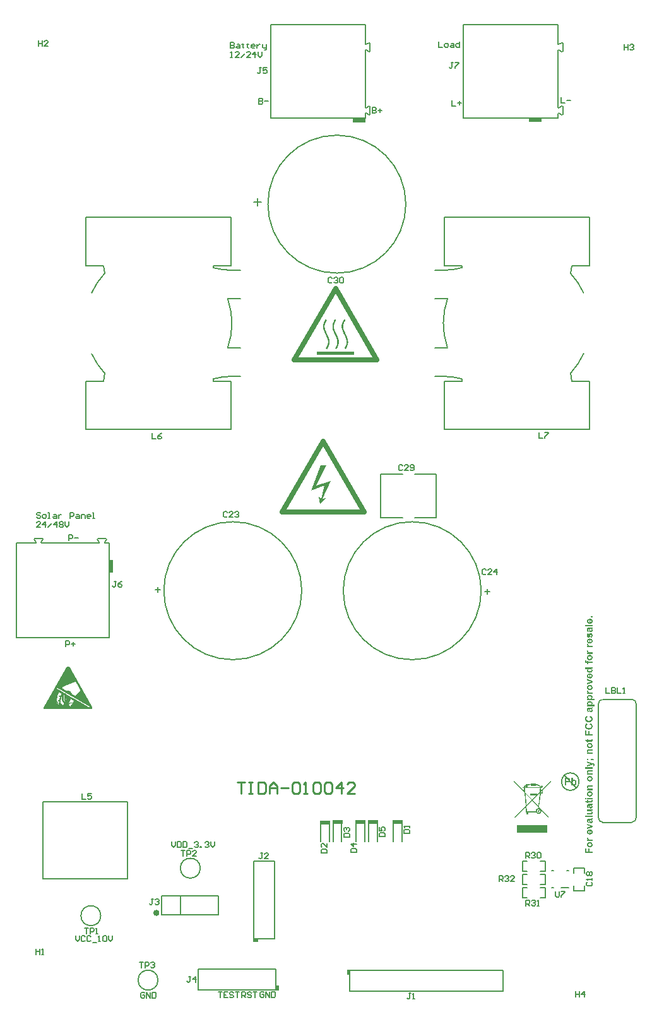
<source format=gto>
G04 This is an RS-274x file exported by *
G04 gerbv version 2.8.0-rc.1~d7f42a *
G04 More information is available about gerbv at *
G04 https://gerbv.github.io/ *
G04 --End of header info--*
%MOIN*%
%FSLAX36Y36*%
%IPPOS*%
G04 --Define apertures--*
%ADD10C,0.0054*%
%ADD11C,0.0075*%
%ADD12C,0.0079*%
%ADD13C,0.0150*%
%ADD14C,0.0001*%
%ADD15C,0.0050*%
%ADD16C,0.0070*%
%ADD17C,0.0080*%
%ADD18C,0.0030*%
%ADD19C,0.0250*%
%ADD20C,0.0059*%
%ADD21C,0.0060*%
%ADD22C,0.0100*%
%ADD23R,0.0699X0.0197*%
%ADD24R,0.0197X0.0699*%
%ADD25R,0.0150X0.0300*%
%ADD26R,0.0300X0.0150*%
%ADD27R,0.0520X0.0200*%
G04 --Start main section--*
G36*
G01X2879190Y5571000D02*
G01X2880190Y5571000D01*
G01X2880190Y5570000D01*
G01X2882190Y5570000D01*
G01X2882190Y5569000D01*
G01X2883190Y5569000D01*
G01X2883190Y5568000D01*
G01X2885190Y5568000D01*
G01X2885190Y5567000D01*
G01X2884190Y5567000D01*
G01X2884190Y5566000D01*
G01X2884190Y5565000D01*
G01X2883190Y5565000D01*
G01X2883190Y5564000D01*
G01X2882190Y5564000D01*
G01X2882190Y5563000D01*
G01X2882190Y5562000D01*
G01X2881190Y5562000D01*
G01X2881190Y5561000D01*
G01X2880190Y5561000D01*
G01X2880190Y5560000D01*
G01X2880190Y5559000D01*
G01X2879190Y5559000D01*
G01X2879190Y5558000D01*
G01X2879190Y5557000D01*
G01X2878190Y5557000D01*
G01X2878190Y5556000D01*
G01X2878190Y5555000D01*
G01X2877190Y5555000D01*
G01X2877190Y5554000D01*
G01X2877190Y5553000D01*
G01X2877190Y5552000D01*
G01X2876190Y5552000D01*
G01X2876190Y5551000D01*
G01X2876190Y5550000D01*
G01X2876190Y5549000D01*
G01X2875190Y5549000D01*
G01X2875190Y5548000D01*
G01X2875190Y5547000D01*
G01X2875190Y5546000D01*
G01X2874190Y5546000D01*
G01X2874190Y5545000D01*
G01X2874190Y5544000D01*
G01X2874190Y5543000D01*
G01X2874190Y5542000D01*
G01X2874190Y5541000D01*
G01X2873190Y5541000D01*
G01X2873190Y5540000D01*
G01X2873190Y5539000D01*
G01X2873190Y5538000D01*
G01X2873190Y5537000D01*
G01X2873190Y5536000D01*
G01X2873190Y5535000D01*
G01X2873190Y5534000D01*
G01X2873190Y5533000D01*
G01X2873190Y5532000D01*
G01X2873190Y5531000D01*
G01X2873190Y5530000D01*
G01X2873190Y5529000D01*
G01X2873190Y5528000D01*
G01X2874190Y5528000D01*
G01X2874190Y5527000D01*
G01X2874190Y5526000D01*
G01X2874190Y5525000D01*
G01X2874190Y5524000D01*
G01X2874190Y5523000D01*
G01X2874190Y5522000D01*
G01X2875190Y5522000D01*
G01X2875190Y5521000D01*
G01X2875190Y5520000D01*
G01X2875190Y5519000D01*
G01X2875190Y5518000D01*
G01X2876190Y5518000D01*
G01X2876190Y5517000D01*
G01X2876190Y5516000D01*
G01X2876190Y5515000D01*
G01X2877190Y5515000D01*
G01X2877190Y5514000D01*
G01X2877190Y5513000D01*
G01X2878190Y5513000D01*
G01X2878190Y5512000D01*
G01X2878190Y5511000D01*
G01X2878190Y5510000D01*
G01X2879190Y5510000D01*
G01X2879190Y5509000D01*
G01X2879190Y5508000D01*
G01X2880190Y5508000D01*
G01X2880190Y5507000D01*
G01X2880190Y5506000D01*
G01X2880190Y5505000D01*
G01X2881190Y5505000D01*
G01X2881190Y5504000D01*
G01X2881190Y5503000D01*
G01X2882190Y5503000D01*
G01X2882190Y5502000D01*
G01X2882190Y5501000D01*
G01X2883190Y5501000D01*
G01X2883190Y5500000D01*
G01X2883190Y5499000D01*
G01X2884190Y5499000D01*
G01X2884190Y5498000D01*
G01X2884190Y5497000D01*
G01X2885190Y5497000D01*
G01X2885190Y5496000D01*
G01X2885190Y5495000D01*
G01X2886190Y5495000D01*
G01X2886190Y5494000D01*
G01X2886190Y5493000D01*
G01X2886190Y5492000D01*
G01X2887190Y5492000D01*
G01X2887190Y5491000D01*
G01X2887190Y5490000D01*
G01X2888190Y5490000D01*
G01X2888190Y5489000D01*
G01X2888190Y5488000D01*
G01X2889190Y5488000D01*
G01X2889190Y5487000D01*
G01X2889190Y5486000D01*
G01X2890190Y5486000D01*
G01X2890190Y5485000D01*
G01X2890190Y5484000D01*
G01X2891190Y5484000D01*
G01X2891190Y5483000D01*
G01X2891190Y5482000D01*
G01X2892190Y5482000D01*
G01X2892190Y5481000D01*
G01X2892190Y5480000D01*
G01X2892190Y5479000D01*
G01X2893190Y5479000D01*
G01X2893190Y5478000D01*
G01X2893190Y5477000D01*
G01X2894190Y5477000D01*
G01X2894190Y5476000D01*
G01X2894190Y5475000D01*
G01X2894190Y5474000D01*
G01X2895190Y5474000D01*
G01X2895190Y5473000D01*
G01X2895190Y5472000D01*
G01X2895190Y5471000D01*
G01X2896190Y5471000D01*
G01X2896190Y5470000D01*
G01X2896190Y5469000D01*
G01X2896190Y5468000D01*
G01X2896190Y5467000D01*
G01X2897190Y5467000D01*
G01X2897190Y5466000D01*
G01X2897190Y5465000D01*
G01X2897190Y5464000D01*
G01X2897190Y5463000D01*
G01X2898190Y5463000D01*
G01X2898190Y5462000D01*
G01X2898190Y5461000D01*
G01X2898190Y5460000D01*
G01X2898190Y5459000D01*
G01X2898190Y5458000D01*
G01X2898190Y5457000D01*
G01X2898190Y5456000D01*
G01X2899190Y5456000D01*
G01X2899190Y5455000D01*
G01X2899190Y5454000D01*
G01X2899190Y5453000D01*
G01X2899190Y5452000D01*
G01X2899190Y5451000D01*
G01X2899190Y5450000D01*
G01X2899190Y5449000D01*
G01X2899190Y5448000D01*
G01X2899190Y5447000D01*
G01X2898190Y5447000D01*
G01X2898190Y5446000D01*
G01X2898190Y5445000D01*
G01X2898190Y5444000D01*
G01X2898190Y5443000D01*
G01X2898190Y5442000D01*
G01X2898190Y5441000D01*
G01X2898190Y5440000D01*
G01X2897190Y5440000D01*
G01X2897190Y5439000D01*
G01X2897190Y5438000D01*
G01X2897190Y5437000D01*
G01X2897190Y5436000D01*
G01X2896190Y5436000D01*
G01X2896190Y5435000D01*
G01X2896190Y5434000D01*
G01X2896190Y5433000D01*
G01X2895190Y5433000D01*
G01X2895190Y5432000D01*
G01X2895190Y5431000D01*
G01X2895190Y5430000D01*
G01X2894190Y5430000D01*
G01X2894190Y5429000D01*
G01X2894190Y5428000D01*
G01X2893190Y5428000D01*
G01X2893190Y5427000D01*
G01X2893190Y5426000D01*
G01X2892190Y5426000D01*
G01X2892190Y5425000D01*
G01X2892190Y5424000D01*
G01X2891190Y5424000D01*
G01X2891190Y5423000D01*
G01X2891190Y5422000D01*
G01X2890190Y5422000D01*
G01X2890190Y5421000D01*
G01X2890190Y5420000D01*
G01X2889190Y5420000D01*
G01X2889190Y5419000D01*
G01X2888190Y5419000D01*
G01X2888190Y5418000D01*
G01X2888190Y5417000D01*
G01X2887190Y5417000D01*
G01X2887190Y5416000D01*
G01X2887190Y5415000D01*
G01X2886190Y5415000D01*
G01X2886190Y5414000D01*
G01X2885190Y5414000D01*
G01X2885190Y5415000D01*
G01X2884190Y5415000D01*
G01X2884190Y5416000D01*
G01X2882190Y5416000D01*
G01X2882190Y5417000D01*
G01X2881190Y5417000D01*
G01X2881190Y5418000D01*
G01X2879190Y5418000D01*
G01X2879190Y5419000D01*
G01X2879190Y5420000D01*
G01X2880190Y5420000D01*
G01X2880190Y5421000D01*
G01X2881190Y5421000D01*
G01X2881190Y5422000D01*
G01X2881190Y5423000D01*
G01X2882190Y5423000D01*
G01X2882190Y5424000D01*
G01X2882190Y5425000D01*
G01X2883190Y5425000D01*
G01X2883190Y5426000D01*
G01X2883190Y5427000D01*
G01X2884190Y5427000D01*
G01X2884190Y5428000D01*
G01X2884190Y5429000D01*
G01X2885190Y5429000D01*
G01X2885190Y5430000D01*
G01X2885190Y5431000D01*
G01X2886190Y5431000D01*
G01X2886190Y5432000D01*
G01X2886190Y5433000D01*
G01X2887190Y5433000D01*
G01X2887190Y5434000D01*
G01X2887190Y5435000D01*
G01X2887190Y5436000D01*
G01X2888190Y5436000D01*
G01X2888190Y5437000D01*
G01X2888190Y5438000D01*
G01X2888190Y5439000D01*
G01X2889190Y5439000D01*
G01X2889190Y5440000D01*
G01X2889190Y5441000D01*
G01X2889190Y5442000D01*
G01X2889190Y5443000D01*
G01X2890190Y5443000D01*
G01X2890190Y5444000D01*
G01X2890190Y5445000D01*
G01X2890190Y5446000D01*
G01X2890190Y5447000D01*
G01X2890190Y5448000D01*
G01X2890190Y5449000D01*
G01X2890190Y5450000D01*
G01X2890190Y5451000D01*
G01X2890190Y5452000D01*
G01X2890190Y5453000D01*
G01X2890190Y5454000D01*
G01X2890190Y5455000D01*
G01X2890190Y5456000D01*
G01X2890190Y5457000D01*
G01X2890190Y5458000D01*
G01X2890190Y5459000D01*
G01X2890190Y5460000D01*
G01X2889190Y5460000D01*
G01X2889190Y5461000D01*
G01X2889190Y5462000D01*
G01X2889190Y5463000D01*
G01X2889190Y5464000D01*
G01X2889190Y5465000D01*
G01X2888190Y5465000D01*
G01X2888190Y5466000D01*
G01X2888190Y5467000D01*
G01X2888190Y5468000D01*
G01X2887190Y5468000D01*
G01X2887190Y5469000D01*
G01X2887190Y5470000D01*
G01X2887190Y5471000D01*
G01X2886190Y5471000D01*
G01X2886190Y5472000D01*
G01X2886190Y5473000D01*
G01X2886190Y5474000D01*
G01X2885190Y5474000D01*
G01X2885190Y5475000D01*
G01X2885190Y5476000D01*
G01X2885190Y5477000D01*
G01X2884190Y5477000D01*
G01X2884190Y5478000D01*
G01X2884190Y5479000D01*
G01X2883190Y5479000D01*
G01X2883190Y5480000D01*
G01X2883190Y5481000D01*
G01X2882190Y5481000D01*
G01X2882190Y5482000D01*
G01X2882190Y5483000D01*
G01X2882190Y5484000D01*
G01X2881190Y5484000D01*
G01X2881190Y5485000D01*
G01X2881190Y5486000D01*
G01X2880190Y5486000D01*
G01X2880190Y5487000D01*
G01X2880190Y5488000D01*
G01X2879190Y5488000D01*
G01X2879190Y5489000D01*
G01X2879190Y5490000D01*
G01X2878190Y5490000D01*
G01X2878190Y5491000D01*
G01X2878190Y5492000D01*
G01X2877190Y5492000D01*
G01X2877190Y5493000D01*
G01X2877190Y5494000D01*
G01X2876190Y5494000D01*
G01X2876190Y5495000D01*
G01X2876190Y5496000D01*
G01X2875190Y5496000D01*
G01X2875190Y5497000D01*
G01X2875190Y5498000D01*
G01X2874190Y5498000D01*
G01X2874190Y5499000D01*
G01X2874190Y5500000D01*
G01X2873190Y5500000D01*
G01X2873190Y5501000D01*
G01X2873190Y5502000D01*
G01X2873190Y5503000D01*
G01X2872190Y5503000D01*
G01X2872190Y5504000D01*
G01X2872190Y5505000D01*
G01X2871190Y5505000D01*
G01X2871190Y5506000D01*
G01X2871190Y5507000D01*
G01X2870190Y5507000D01*
G01X2870190Y5508000D01*
G01X2870190Y5509000D01*
G01X2870190Y5510000D01*
G01X2869190Y5510000D01*
G01X2869190Y5511000D01*
G01X2869190Y5512000D01*
G01X2869190Y5513000D01*
G01X2868190Y5513000D01*
G01X2868190Y5514000D01*
G01X2868190Y5515000D01*
G01X2868190Y5516000D01*
G01X2867190Y5516000D01*
G01X2867190Y5517000D01*
G01X2867190Y5518000D01*
G01X2867190Y5519000D01*
G01X2867190Y5520000D01*
G01X2866190Y5520000D01*
G01X2866190Y5521000D01*
G01X2866190Y5522000D01*
G01X2866190Y5523000D01*
G01X2866190Y5524000D01*
G01X2865190Y5524000D01*
G01X2865190Y5525000D01*
G01X2865190Y5526000D01*
G01X2865190Y5527000D01*
G01X2865190Y5528000D01*
G01X2865190Y5529000D01*
G01X2865190Y5530000D01*
G01X2865190Y5531000D01*
G01X2865190Y5532000D01*
G01X2865190Y5533000D01*
G01X2865190Y5534000D01*
G01X2865190Y5535000D01*
G01X2865190Y5536000D01*
G01X2865190Y5537000D01*
G01X2865190Y5538000D01*
G01X2865190Y5539000D01*
G01X2865190Y5540000D01*
G01X2865190Y5541000D01*
G01X2865190Y5542000D01*
G01X2865190Y5543000D01*
G01X2865190Y5544000D01*
G01X2866190Y5544000D01*
G01X2866190Y5545000D01*
G01X2866190Y5546000D01*
G01X2866190Y5547000D01*
G01X2866190Y5548000D01*
G01X2866190Y5549000D01*
G01X2867190Y5549000D01*
G01X2867190Y5550000D01*
G01X2867190Y5551000D01*
G01X2867190Y5552000D01*
G01X2868190Y5552000D01*
G01X2868190Y5553000D01*
G01X2868190Y5554000D01*
G01X2868190Y5555000D01*
G01X2869190Y5555000D01*
G01X2869190Y5556000D01*
G01X2869190Y5557000D01*
G01X2870190Y5557000D01*
G01X2870190Y5558000D01*
G01X2870190Y5559000D01*
G01X2871190Y5559000D01*
G01X2871190Y5560000D01*
G01X2871190Y5561000D01*
G01X2872190Y5561000D01*
G01X2872190Y5562000D01*
G01X2872190Y5563000D01*
G01X2873190Y5563000D01*
G01X2873190Y5564000D01*
G01X2873190Y5565000D01*
G01X2874190Y5565000D01*
G01X2874190Y5566000D01*
G01X2874190Y5567000D01*
G01X2875190Y5567000D01*
G01X2875190Y5568000D01*
G01X2876190Y5568000D01*
G01X2876190Y5569000D01*
G01X2876190Y5570000D01*
G01X2877190Y5570000D01*
G01X2877190Y5571000D01*
G01X2878190Y5571000D01*
G01X2878190Y5572000D01*
G01X2879190Y5572000D01*
G01X2879190Y5571000D01*
G37*
G36*
G01X2879190Y5571000D02*
G37*
G36*
G01X2830190Y5571000D02*
G01X2831190Y5571000D01*
G01X2831190Y5570000D01*
G01X2833190Y5570000D01*
G01X2833190Y5569000D01*
G01X2834190Y5569000D01*
G01X2834190Y5568000D01*
G01X2836190Y5568000D01*
G01X2836190Y5567000D01*
G01X2835190Y5567000D01*
G01X2835190Y5566000D01*
G01X2835190Y5565000D01*
G01X2834190Y5565000D01*
G01X2834190Y5564000D01*
G01X2833190Y5564000D01*
G01X2833190Y5563000D01*
G01X2833190Y5562000D01*
G01X2832190Y5562000D01*
G01X2832190Y5561000D01*
G01X2831190Y5561000D01*
G01X2831190Y5560000D01*
G01X2831190Y5559000D01*
G01X2830190Y5559000D01*
G01X2830190Y5558000D01*
G01X2830190Y5557000D01*
G01X2829190Y5557000D01*
G01X2829190Y5556000D01*
G01X2829190Y5555000D01*
G01X2828190Y5555000D01*
G01X2828190Y5554000D01*
G01X2828190Y5553000D01*
G01X2828190Y5552000D01*
G01X2827190Y5552000D01*
G01X2827190Y5551000D01*
G01X2827190Y5550000D01*
G01X2826190Y5550000D01*
G01X2826190Y5549000D01*
G01X2826190Y5548000D01*
G01X2826190Y5547000D01*
G01X2826190Y5546000D01*
G01X2825190Y5546000D01*
G01X2825190Y5545000D01*
G01X2825190Y5544000D01*
G01X2825190Y5543000D01*
G01X2825190Y5542000D01*
G01X2825190Y5541000D01*
G01X2824190Y5541000D01*
G01X2824190Y5540000D01*
G01X2824190Y5539000D01*
G01X2824190Y5538000D01*
G01X2824190Y5537000D01*
G01X2824190Y5536000D01*
G01X2824190Y5535000D01*
G01X2824190Y5534000D01*
G01X2824190Y5533000D01*
G01X2824190Y5532000D01*
G01X2824190Y5531000D01*
G01X2824190Y5530000D01*
G01X2824190Y5529000D01*
G01X2824190Y5528000D01*
G01X2824190Y5527000D01*
G01X2825190Y5527000D01*
G01X2825190Y5526000D01*
G01X2825190Y5525000D01*
G01X2825190Y5524000D01*
G01X2825190Y5523000D01*
G01X2825190Y5522000D01*
G01X2826190Y5522000D01*
G01X2826190Y5521000D01*
G01X2826190Y5520000D01*
G01X2826190Y5519000D01*
G01X2826190Y5518000D01*
G01X2827190Y5518000D01*
G01X2827190Y5517000D01*
G01X2827190Y5516000D01*
G01X2827190Y5515000D01*
G01X2828190Y5515000D01*
G01X2828190Y5514000D01*
G01X2828190Y5513000D01*
G01X2828190Y5512000D01*
G01X2829190Y5512000D01*
G01X2829190Y5511000D01*
G01X2829190Y5510000D01*
G01X2830190Y5510000D01*
G01X2830190Y5509000D01*
G01X2830190Y5508000D01*
G01X2830190Y5507000D01*
G01X2831190Y5507000D01*
G01X2831190Y5506000D01*
G01X2831190Y5505000D01*
G01X2832190Y5505000D01*
G01X2832190Y5504000D01*
G01X2832190Y5503000D01*
G01X2833190Y5503000D01*
G01X2833190Y5502000D01*
G01X2833190Y5501000D01*
G01X2834190Y5501000D01*
G01X2834190Y5500000D01*
G01X2834190Y5499000D01*
G01X2835190Y5499000D01*
G01X2835190Y5498000D01*
G01X2835190Y5497000D01*
G01X2836190Y5497000D01*
G01X2836190Y5496000D01*
G01X2836190Y5495000D01*
G01X2837190Y5495000D01*
G01X2837190Y5494000D01*
G01X2837190Y5493000D01*
G01X2837190Y5492000D01*
G01X2838190Y5492000D01*
G01X2838190Y5491000D01*
G01X2838190Y5490000D01*
G01X2839190Y5490000D01*
G01X2839190Y5489000D01*
G01X2839190Y5488000D01*
G01X2840190Y5488000D01*
G01X2840190Y5487000D01*
G01X2840190Y5486000D01*
G01X2841190Y5486000D01*
G01X2841190Y5485000D01*
G01X2841190Y5484000D01*
G01X2842190Y5484000D01*
G01X2842190Y5483000D01*
G01X2842190Y5482000D01*
G01X2843190Y5482000D01*
G01X2843190Y5481000D01*
G01X2843190Y5480000D01*
G01X2843190Y5479000D01*
G01X2844190Y5479000D01*
G01X2844190Y5478000D01*
G01X2844190Y5477000D01*
G01X2845190Y5477000D01*
G01X2845190Y5476000D01*
G01X2845190Y5475000D01*
G01X2845190Y5474000D01*
G01X2846190Y5474000D01*
G01X2846190Y5473000D01*
G01X2846190Y5472000D01*
G01X2846190Y5471000D01*
G01X2847190Y5471000D01*
G01X2847190Y5470000D01*
G01X2847190Y5469000D01*
G01X2847190Y5468000D01*
G01X2847190Y5467000D01*
G01X2848190Y5467000D01*
G01X2848190Y5466000D01*
G01X2848190Y5465000D01*
G01X2848190Y5464000D01*
G01X2848190Y5463000D01*
G01X2849190Y5463000D01*
G01X2849190Y5462000D01*
G01X2849190Y5461000D01*
G01X2849190Y5460000D01*
G01X2849190Y5459000D01*
G01X2849190Y5458000D01*
G01X2849190Y5457000D01*
G01X2849190Y5456000D01*
G01X2849190Y5455000D01*
G01X2850190Y5455000D01*
G01X2850190Y5454000D01*
G01X2850190Y5453000D01*
G01X2850190Y5452000D01*
G01X2850190Y5451000D01*
G01X2850190Y5450000D01*
G01X2850190Y5449000D01*
G01X2850190Y5448000D01*
G01X2849190Y5448000D01*
G01X2849190Y5447000D01*
G01X2849190Y5446000D01*
G01X2849190Y5445000D01*
G01X2849190Y5444000D01*
G01X2849190Y5443000D01*
G01X2849190Y5442000D01*
G01X2849190Y5441000D01*
G01X2848190Y5441000D01*
G01X2848190Y5440000D01*
G01X2848190Y5439000D01*
G01X2848190Y5438000D01*
G01X2848190Y5437000D01*
G01X2848190Y5436000D01*
G01X2847190Y5436000D01*
G01X2847190Y5435000D01*
G01X2847190Y5434000D01*
G01X2847190Y5433000D01*
G01X2846190Y5433000D01*
G01X2846190Y5432000D01*
G01X2846190Y5431000D01*
G01X2845190Y5431000D01*
G01X2845190Y5430000D01*
G01X2845190Y5429000D01*
G01X2845190Y5428000D01*
G01X2844190Y5428000D01*
G01X2844190Y5427000D01*
G01X2844190Y5426000D01*
G01X2843190Y5426000D01*
G01X2843190Y5425000D01*
G01X2843190Y5424000D01*
G01X2842190Y5424000D01*
G01X2842190Y5423000D01*
G01X2842190Y5422000D01*
G01X2841190Y5422000D01*
G01X2841190Y5421000D01*
G01X2841190Y5420000D01*
G01X2840190Y5420000D01*
G01X2840190Y5419000D01*
G01X2839190Y5419000D01*
G01X2839190Y5418000D01*
G01X2839190Y5417000D01*
G01X2838190Y5417000D01*
G01X2838190Y5416000D01*
G01X2837190Y5416000D01*
G01X2837190Y5415000D01*
G01X2837190Y5414000D01*
G01X2836190Y5414000D01*
G01X2836190Y5415000D01*
G01X2835190Y5415000D01*
G01X2835190Y5416000D01*
G01X2833190Y5416000D01*
G01X2833190Y5417000D01*
G01X2832190Y5417000D01*
G01X2832190Y5418000D01*
G01X2830190Y5418000D01*
G01X2830190Y5419000D01*
G01X2830190Y5420000D01*
G01X2831190Y5420000D01*
G01X2831190Y5421000D01*
G01X2831190Y5422000D01*
G01X2832190Y5422000D01*
G01X2832190Y5423000D01*
G01X2833190Y5423000D01*
G01X2833190Y5424000D01*
G01X2833190Y5425000D01*
G01X2834190Y5425000D01*
G01X2834190Y5426000D01*
G01X2834190Y5427000D01*
G01X2835190Y5427000D01*
G01X2835190Y5428000D01*
G01X2835190Y5429000D01*
G01X2836190Y5429000D01*
G01X2836190Y5430000D01*
G01X2836190Y5431000D01*
G01X2837190Y5431000D01*
G01X2837190Y5432000D01*
G01X2837190Y5433000D01*
G01X2838190Y5433000D01*
G01X2838190Y5434000D01*
G01X2838190Y5435000D01*
G01X2838190Y5436000D01*
G01X2839190Y5436000D01*
G01X2839190Y5437000D01*
G01X2839190Y5438000D01*
G01X2839190Y5439000D01*
G01X2840190Y5439000D01*
G01X2840190Y5440000D01*
G01X2840190Y5441000D01*
G01X2840190Y5442000D01*
G01X2840190Y5443000D01*
G01X2840190Y5444000D01*
G01X2841190Y5444000D01*
G01X2841190Y5445000D01*
G01X2841190Y5446000D01*
G01X2841190Y5447000D01*
G01X2841190Y5448000D01*
G01X2841190Y5449000D01*
G01X2841190Y5450000D01*
G01X2841190Y5451000D01*
G01X2841190Y5452000D01*
G01X2841190Y5453000D01*
G01X2841190Y5454000D01*
G01X2841190Y5455000D01*
G01X2841190Y5456000D01*
G01X2841190Y5457000D01*
G01X2841190Y5458000D01*
G01X2841190Y5459000D01*
G01X2841190Y5460000D01*
G01X2840190Y5460000D01*
G01X2840190Y5461000D01*
G01X2840190Y5462000D01*
G01X2840190Y5463000D01*
G01X2840190Y5464000D01*
G01X2840190Y5465000D01*
G01X2839190Y5465000D01*
G01X2839190Y5466000D01*
G01X2839190Y5467000D01*
G01X2839190Y5468000D01*
G01X2838190Y5468000D01*
G01X2838190Y5469000D01*
G01X2838190Y5470000D01*
G01X2838190Y5471000D01*
G01X2837190Y5471000D01*
G01X2837190Y5472000D01*
G01X2837190Y5473000D01*
G01X2837190Y5474000D01*
G01X2836190Y5474000D01*
G01X2836190Y5475000D01*
G01X2836190Y5476000D01*
G01X2836190Y5477000D01*
G01X2835190Y5477000D01*
G01X2835190Y5478000D01*
G01X2835190Y5479000D01*
G01X2834190Y5479000D01*
G01X2834190Y5480000D01*
G01X2834190Y5481000D01*
G01X2833190Y5481000D01*
G01X2833190Y5482000D01*
G01X2833190Y5483000D01*
G01X2833190Y5484000D01*
G01X2832190Y5484000D01*
G01X2832190Y5485000D01*
G01X2832190Y5486000D01*
G01X2831190Y5486000D01*
G01X2831190Y5487000D01*
G01X2831190Y5488000D01*
G01X2830190Y5488000D01*
G01X2830190Y5489000D01*
G01X2830190Y5490000D01*
G01X2829190Y5490000D01*
G01X2829190Y5491000D01*
G01X2829190Y5492000D01*
G01X2828190Y5492000D01*
G01X2828190Y5493000D01*
G01X2828190Y5494000D01*
G01X2827190Y5494000D01*
G01X2827190Y5495000D01*
G01X2827190Y5496000D01*
G01X2826190Y5496000D01*
G01X2826190Y5497000D01*
G01X2826190Y5498000D01*
G01X2825190Y5498000D01*
G01X2825190Y5499000D01*
G01X2825190Y5500000D01*
G01X2824190Y5500000D01*
G01X2824190Y5501000D01*
G01X2824190Y5502000D01*
G01X2824190Y5503000D01*
G01X2823190Y5503000D01*
G01X2823190Y5504000D01*
G01X2823190Y5505000D01*
G01X2822190Y5505000D01*
G01X2822190Y5506000D01*
G01X2822190Y5507000D01*
G01X2821190Y5507000D01*
G01X2821190Y5508000D01*
G01X2821190Y5509000D01*
G01X2821190Y5510000D01*
G01X2820190Y5510000D01*
G01X2820190Y5511000D01*
G01X2820190Y5512000D01*
G01X2820190Y5513000D01*
G01X2819190Y5513000D01*
G01X2819190Y5514000D01*
G01X2819190Y5515000D01*
G01X2819190Y5516000D01*
G01X2818190Y5516000D01*
G01X2818190Y5517000D01*
G01X2818190Y5518000D01*
G01X2818190Y5519000D01*
G01X2817190Y5519000D01*
G01X2817190Y5520000D01*
G01X2817190Y5521000D01*
G01X2817190Y5522000D01*
G01X2817190Y5523000D01*
G01X2817190Y5524000D01*
G01X2816190Y5524000D01*
G01X2816190Y5525000D01*
G01X2816190Y5526000D01*
G01X2816190Y5527000D01*
G01X2816190Y5528000D01*
G01X2816190Y5529000D01*
G01X2816190Y5530000D01*
G01X2816190Y5531000D01*
G01X2816190Y5532000D01*
G01X2816190Y5533000D01*
G01X2816190Y5534000D01*
G01X2816190Y5535000D01*
G01X2816190Y5536000D01*
G01X2816190Y5537000D01*
G01X2816190Y5538000D01*
G01X2816190Y5539000D01*
G01X2816190Y5540000D01*
G01X2816190Y5541000D01*
G01X2816190Y5542000D01*
G01X2816190Y5543000D01*
G01X2816190Y5544000D01*
G01X2817190Y5544000D01*
G01X2817190Y5545000D01*
G01X2817190Y5546000D01*
G01X2817190Y5547000D01*
G01X2817190Y5548000D01*
G01X2817190Y5549000D01*
G01X2818190Y5549000D01*
G01X2818190Y5550000D01*
G01X2818190Y5551000D01*
G01X2818190Y5552000D01*
G01X2819190Y5552000D01*
G01X2819190Y5553000D01*
G01X2819190Y5554000D01*
G01X2819190Y5555000D01*
G01X2820190Y5555000D01*
G01X2820190Y5556000D01*
G01X2820190Y5557000D01*
G01X2821190Y5557000D01*
G01X2821190Y5558000D01*
G01X2821190Y5559000D01*
G01X2822190Y5559000D01*
G01X2822190Y5560000D01*
G01X2822190Y5561000D01*
G01X2823190Y5561000D01*
G01X2823190Y5562000D01*
G01X2823190Y5563000D01*
G01X2824190Y5563000D01*
G01X2824190Y5564000D01*
G01X2824190Y5565000D01*
G01X2825190Y5565000D01*
G01X2825190Y5566000D01*
G01X2825190Y5567000D01*
G01X2826190Y5567000D01*
G01X2826190Y5568000D01*
G01X2827190Y5568000D01*
G01X2827190Y5569000D01*
G01X2827190Y5570000D01*
G01X2828190Y5570000D01*
G01X2828190Y5571000D01*
G01X2829190Y5571000D01*
G01X2829190Y5572000D01*
G01X2830190Y5572000D01*
G01X2830190Y5571000D01*
G37*
G36*
G01X2830190Y5571000D02*
G37*
G36*
G01X2781190Y5571000D02*
G01X2782190Y5571000D01*
G01X2782190Y5570000D01*
G01X2784190Y5570000D01*
G01X2784190Y5569000D01*
G01X2785190Y5569000D01*
G01X2785190Y5568000D01*
G01X2786190Y5568000D01*
G01X2786190Y5567000D01*
G01X2786190Y5566000D01*
G01X2786190Y5565000D01*
G01X2785190Y5565000D01*
G01X2785190Y5564000D01*
G01X2784190Y5564000D01*
G01X2784190Y5563000D01*
G01X2784190Y5562000D01*
G01X2783190Y5562000D01*
G01X2783190Y5561000D01*
G01X2782190Y5561000D01*
G01X2782190Y5560000D01*
G01X2782190Y5559000D01*
G01X2781190Y5559000D01*
G01X2781190Y5558000D01*
G01X2781190Y5557000D01*
G01X2780190Y5557000D01*
G01X2780190Y5556000D01*
G01X2780190Y5555000D01*
G01X2779190Y5555000D01*
G01X2779190Y5554000D01*
G01X2779190Y5553000D01*
G01X2779190Y5552000D01*
G01X2778190Y5552000D01*
G01X2778190Y5551000D01*
G01X2778190Y5550000D01*
G01X2777190Y5550000D01*
G01X2777190Y5549000D01*
G01X2777190Y5548000D01*
G01X2777190Y5547000D01*
G01X2777190Y5546000D01*
G01X2776190Y5546000D01*
G01X2776190Y5545000D01*
G01X2776190Y5544000D01*
G01X2776190Y5543000D01*
G01X2776190Y5542000D01*
G01X2776190Y5541000D01*
G01X2775190Y5541000D01*
G01X2775190Y5540000D01*
G01X2775190Y5539000D01*
G01X2775190Y5538000D01*
G01X2775190Y5537000D01*
G01X2775190Y5536000D01*
G01X2775190Y5535000D01*
G01X2775190Y5534000D01*
G01X2775190Y5533000D01*
G01X2775190Y5532000D01*
G01X2775190Y5531000D01*
G01X2775190Y5530000D01*
G01X2775190Y5529000D01*
G01X2775190Y5528000D01*
G01X2775190Y5527000D01*
G01X2776190Y5527000D01*
G01X2776190Y5526000D01*
G01X2776190Y5525000D01*
G01X2776190Y5524000D01*
G01X2776190Y5523000D01*
G01X2776190Y5522000D01*
G01X2777190Y5522000D01*
G01X2777190Y5521000D01*
G01X2777190Y5520000D01*
G01X2777190Y5519000D01*
G01X2777190Y5518000D01*
G01X2778190Y5518000D01*
G01X2778190Y5517000D01*
G01X2778190Y5516000D01*
G01X2778190Y5515000D01*
G01X2779190Y5515000D01*
G01X2779190Y5514000D01*
G01X2779190Y5513000D01*
G01X2779190Y5512000D01*
G01X2780190Y5512000D01*
G01X2780190Y5511000D01*
G01X2780190Y5510000D01*
G01X2781190Y5510000D01*
G01X2781190Y5509000D01*
G01X2781190Y5508000D01*
G01X2781190Y5507000D01*
G01X2782190Y5507000D01*
G01X2782190Y5506000D01*
G01X2782190Y5505000D01*
G01X2783190Y5505000D01*
G01X2783190Y5504000D01*
G01X2783190Y5503000D01*
G01X2784190Y5503000D01*
G01X2784190Y5502000D01*
G01X2784190Y5501000D01*
G01X2785190Y5501000D01*
G01X2785190Y5500000D01*
G01X2785190Y5499000D01*
G01X2786190Y5499000D01*
G01X2786190Y5498000D01*
G01X2786190Y5497000D01*
G01X2787190Y5497000D01*
G01X2787190Y5496000D01*
G01X2787190Y5495000D01*
G01X2787190Y5494000D01*
G01X2788190Y5494000D01*
G01X2788190Y5493000D01*
G01X2788190Y5492000D01*
G01X2789190Y5492000D01*
G01X2789190Y5491000D01*
G01X2789190Y5490000D01*
G01X2790190Y5490000D01*
G01X2790190Y5489000D01*
G01X2790190Y5488000D01*
G01X2791190Y5488000D01*
G01X2791190Y5487000D01*
G01X2791190Y5486000D01*
G01X2792190Y5486000D01*
G01X2792190Y5485000D01*
G01X2792190Y5484000D01*
G01X2793190Y5484000D01*
G01X2793190Y5483000D01*
G01X2793190Y5482000D01*
G01X2794190Y5482000D01*
G01X2794190Y5481000D01*
G01X2794190Y5480000D01*
G01X2794190Y5479000D01*
G01X2795190Y5479000D01*
G01X2795190Y5478000D01*
G01X2795190Y5477000D01*
G01X2796190Y5477000D01*
G01X2796190Y5476000D01*
G01X2796190Y5475000D01*
G01X2796190Y5474000D01*
G01X2797190Y5474000D01*
G01X2797190Y5473000D01*
G01X2797190Y5472000D01*
G01X2797190Y5471000D01*
G01X2798190Y5471000D01*
G01X2798190Y5470000D01*
G01X2798190Y5469000D01*
G01X2798190Y5468000D01*
G01X2798190Y5467000D01*
G01X2799190Y5467000D01*
G01X2799190Y5466000D01*
G01X2799190Y5465000D01*
G01X2799190Y5464000D01*
G01X2799190Y5463000D01*
G01X2800190Y5463000D01*
G01X2800190Y5462000D01*
G01X2800190Y5461000D01*
G01X2800190Y5460000D01*
G01X2800190Y5459000D01*
G01X2800190Y5458000D01*
G01X2800190Y5457000D01*
G01X2800190Y5456000D01*
G01X2800190Y5455000D01*
G01X2801190Y5455000D01*
G01X2801190Y5454000D01*
G01X2801190Y5453000D01*
G01X2801190Y5452000D01*
G01X2801190Y5451000D01*
G01X2801190Y5450000D01*
G01X2801190Y5449000D01*
G01X2801190Y5448000D01*
G01X2800190Y5448000D01*
G01X2800190Y5447000D01*
G01X2800190Y5446000D01*
G01X2800190Y5445000D01*
G01X2800190Y5444000D01*
G01X2800190Y5443000D01*
G01X2800190Y5442000D01*
G01X2800190Y5441000D01*
G01X2799190Y5441000D01*
G01X2799190Y5440000D01*
G01X2799190Y5439000D01*
G01X2799190Y5438000D01*
G01X2799190Y5437000D01*
G01X2798190Y5437000D01*
G01X2798190Y5436000D01*
G01X2798190Y5435000D01*
G01X2798190Y5434000D01*
G01X2798190Y5433000D01*
G01X2797190Y5433000D01*
G01X2797190Y5432000D01*
G01X2797190Y5431000D01*
G01X2796190Y5431000D01*
G01X2796190Y5430000D01*
G01X2796190Y5429000D01*
G01X2796190Y5428000D01*
G01X2795190Y5428000D01*
G01X2795190Y5427000D01*
G01X2795190Y5426000D01*
G01X2794190Y5426000D01*
G01X2794190Y5425000D01*
G01X2794190Y5424000D01*
G01X2793190Y5424000D01*
G01X2793190Y5423000D01*
G01X2793190Y5422000D01*
G01X2792190Y5422000D01*
G01X2792190Y5421000D01*
G01X2792190Y5420000D01*
G01X2791190Y5420000D01*
G01X2791190Y5419000D01*
G01X2790190Y5419000D01*
G01X2790190Y5418000D01*
G01X2790190Y5417000D01*
G01X2789190Y5417000D01*
G01X2789190Y5416000D01*
G01X2788190Y5416000D01*
G01X2788190Y5415000D01*
G01X2788190Y5414000D01*
G01X2787190Y5414000D01*
G01X2787190Y5415000D01*
G01X2786190Y5415000D01*
G01X2786190Y5416000D01*
G01X2784190Y5416000D01*
G01X2784190Y5417000D01*
G01X2783190Y5417000D01*
G01X2783190Y5418000D01*
G01X2781190Y5418000D01*
G01X2781190Y5419000D01*
G01X2781190Y5420000D01*
G01X2782190Y5420000D01*
G01X2782190Y5421000D01*
G01X2782190Y5422000D01*
G01X2783190Y5422000D01*
G01X2783190Y5423000D01*
G01X2784190Y5423000D01*
G01X2784190Y5424000D01*
G01X2784190Y5425000D01*
G01X2785190Y5425000D01*
G01X2785190Y5426000D01*
G01X2785190Y5427000D01*
G01X2786190Y5427000D01*
G01X2786190Y5428000D01*
G01X2786190Y5429000D01*
G01X2787190Y5429000D01*
G01X2787190Y5430000D01*
G01X2787190Y5431000D01*
G01X2788190Y5431000D01*
G01X2788190Y5432000D01*
G01X2788190Y5433000D01*
G01X2789190Y5433000D01*
G01X2789190Y5434000D01*
G01X2789190Y5435000D01*
G01X2789190Y5436000D01*
G01X2790190Y5436000D01*
G01X2790190Y5437000D01*
G01X2790190Y5438000D01*
G01X2790190Y5439000D01*
G01X2791190Y5439000D01*
G01X2791190Y5440000D01*
G01X2791190Y5441000D01*
G01X2791190Y5442000D01*
G01X2791190Y5443000D01*
G01X2791190Y5444000D01*
G01X2792190Y5444000D01*
G01X2792190Y5445000D01*
G01X2792190Y5446000D01*
G01X2792190Y5447000D01*
G01X2792190Y5448000D01*
G01X2792190Y5449000D01*
G01X2792190Y5450000D01*
G01X2792190Y5451000D01*
G01X2792190Y5452000D01*
G01X2792190Y5453000D01*
G01X2792190Y5454000D01*
G01X2792190Y5455000D01*
G01X2792190Y5456000D01*
G01X2792190Y5457000D01*
G01X2792190Y5458000D01*
G01X2792190Y5459000D01*
G01X2792190Y5460000D01*
G01X2791190Y5460000D01*
G01X2791190Y5461000D01*
G01X2791190Y5462000D01*
G01X2791190Y5463000D01*
G01X2791190Y5464000D01*
G01X2791190Y5465000D01*
G01X2790190Y5465000D01*
G01X2790190Y5466000D01*
G01X2790190Y5467000D01*
G01X2790190Y5468000D01*
G01X2789190Y5468000D01*
G01X2789190Y5469000D01*
G01X2789190Y5470000D01*
G01X2789190Y5471000D01*
G01X2788190Y5471000D01*
G01X2788190Y5472000D01*
G01X2788190Y5473000D01*
G01X2788190Y5474000D01*
G01X2787190Y5474000D01*
G01X2787190Y5475000D01*
G01X2787190Y5476000D01*
G01X2787190Y5477000D01*
G01X2786190Y5477000D01*
G01X2786190Y5478000D01*
G01X2786190Y5479000D01*
G01X2785190Y5479000D01*
G01X2785190Y5480000D01*
G01X2785190Y5481000D01*
G01X2784190Y5481000D01*
G01X2784190Y5482000D01*
G01X2784190Y5483000D01*
G01X2783190Y5483000D01*
G01X2783190Y5484000D01*
G01X2783190Y5485000D01*
G01X2783190Y5486000D01*
G01X2782190Y5486000D01*
G01X2782190Y5487000D01*
G01X2782190Y5488000D01*
G01X2781190Y5488000D01*
G01X2781190Y5489000D01*
G01X2781190Y5490000D01*
G01X2780190Y5490000D01*
G01X2780190Y5491000D01*
G01X2780190Y5492000D01*
G01X2779190Y5492000D01*
G01X2779190Y5493000D01*
G01X2779190Y5494000D01*
G01X2778190Y5494000D01*
G01X2778190Y5495000D01*
G01X2778190Y5496000D01*
G01X2777190Y5496000D01*
G01X2777190Y5497000D01*
G01X2777190Y5498000D01*
G01X2776190Y5498000D01*
G01X2776190Y5499000D01*
G01X2776190Y5500000D01*
G01X2775190Y5500000D01*
G01X2775190Y5501000D01*
G01X2775190Y5502000D01*
G01X2775190Y5503000D01*
G01X2774190Y5503000D01*
G01X2774190Y5504000D01*
G01X2774190Y5505000D01*
G01X2773190Y5505000D01*
G01X2773190Y5506000D01*
G01X2773190Y5507000D01*
G01X2772190Y5507000D01*
G01X2772190Y5508000D01*
G01X2772190Y5509000D01*
G01X2772190Y5510000D01*
G01X2771190Y5510000D01*
G01X2771190Y5511000D01*
G01X2771190Y5512000D01*
G01X2771190Y5513000D01*
G01X2770190Y5513000D01*
G01X2770190Y5514000D01*
G01X2770190Y5515000D01*
G01X2770190Y5516000D01*
G01X2769190Y5516000D01*
G01X2769190Y5517000D01*
G01X2769190Y5518000D01*
G01X2769190Y5519000D01*
G01X2768190Y5519000D01*
G01X2768190Y5520000D01*
G01X2768190Y5521000D01*
G01X2768190Y5522000D01*
G01X2768190Y5523000D01*
G01X2768190Y5524000D01*
G01X2767190Y5524000D01*
G01X2767190Y5525000D01*
G01X2767190Y5526000D01*
G01X2767190Y5527000D01*
G01X2767190Y5528000D01*
G01X2767190Y5529000D01*
G01X2767190Y5530000D01*
G01X2767190Y5531000D01*
G01X2767190Y5532000D01*
G01X2767190Y5533000D01*
G01X2767190Y5534000D01*
G01X2767190Y5535000D01*
G01X2767190Y5536000D01*
G01X2767190Y5537000D01*
G01X2767190Y5538000D01*
G01X2767190Y5539000D01*
G01X2767190Y5540000D01*
G01X2767190Y5541000D01*
G01X2767190Y5542000D01*
G01X2767190Y5543000D01*
G01X2767190Y5544000D01*
G01X2768190Y5544000D01*
G01X2768190Y5545000D01*
G01X2768190Y5546000D01*
G01X2768190Y5547000D01*
G01X2768190Y5548000D01*
G01X2768190Y5549000D01*
G01X2769190Y5549000D01*
G01X2769190Y5550000D01*
G01X2769190Y5551000D01*
G01X2769190Y5552000D01*
G01X2770190Y5552000D01*
G01X2770190Y5553000D01*
G01X2770190Y5554000D01*
G01X2770190Y5555000D01*
G01X2771190Y5555000D01*
G01X2771190Y5556000D01*
G01X2771190Y5557000D01*
G01X2772190Y5557000D01*
G01X2772190Y5558000D01*
G01X2772190Y5559000D01*
G01X2773190Y5559000D01*
G01X2773190Y5560000D01*
G01X2773190Y5561000D01*
G01X2774190Y5561000D01*
G01X2774190Y5562000D01*
G01X2774190Y5563000D01*
G01X2775190Y5563000D01*
G01X2775190Y5564000D01*
G01X2775190Y5565000D01*
G01X2776190Y5565000D01*
G01X2776190Y5566000D01*
G01X2776190Y5567000D01*
G01X2777190Y5567000D01*
G01X2777190Y5568000D01*
G01X2778190Y5568000D01*
G01X2778190Y5569000D01*
G01X2778190Y5570000D01*
G01X2779190Y5570000D01*
G01X2779190Y5571000D01*
G01X2780190Y5571000D01*
G01X2780190Y5572000D01*
G01X2781190Y5572000D01*
G01X2781190Y5571000D01*
G37*
G36*
G01X2781190Y5571000D02*
G37*
G36*
G01X2931190Y5386000D02*
G01X2734190Y5386000D01*
G01X2734190Y5400000D01*
G01X2931190Y5400000D01*
G01X2931190Y5386000D01*
G37*
G36*
G01X2931190Y5386000D02*
G37*
G36*
G01X2729190Y4694000D02*
G01X2806190Y4717000D01*
G01X2764190Y4624000D01*
G01X2781190Y4627000D01*
G01X2751190Y4593000D01*
G01X2745190Y4634000D01*
G01X2757190Y4626000D01*
G01X2775190Y4693000D01*
G01X2702190Y4669000D01*
G01X2755190Y4800000D01*
G01X2785190Y4800000D01*
G01X2729190Y4694000D01*
G37*
G36*
G01X2729190Y4694000D02*
G37*
G36*
G01X3889850Y3118510D02*
G01X3889840Y3118510D01*
G01X3889840Y3118510D01*
G01X3889840Y3118510D01*
G01X3889840Y3118510D01*
G01X3889850Y3118510D01*
G37*
G36*
G01X3889850Y3118510D02*
G37*
G36*
G01X3969580Y3131710D02*
G01X3927040Y3088380D01*
G01X3927920Y3088380D01*
G01X3927920Y3068990D01*
G01X3915250Y3068990D01*
G01X3908490Y2996420D01*
G01X3958520Y2943730D01*
G01X3955200Y2940580D01*
G01X3908880Y2989450D01*
G01X3909050Y2986450D01*
G01X3902390Y2990890D01*
G01X3902850Y2995810D01*
G01X3870090Y3030370D01*
G01X3841100Y3000840D01*
G01X3843480Y2973050D01*
G01X3891840Y2973050D01*
G01X3891840Y2967490D01*
G01X3850930Y2967510D01*
G01X3850930Y2959120D01*
G01X3840630Y2959120D01*
G01X3840630Y2967510D01*
G01X3840400Y2967550D01*
G01X3839750Y2967810D01*
G01X3839750Y2967810D01*
G01X3839490Y2968040D01*
G01X3839040Y2968560D01*
G01X3838630Y2969120D01*
G01X3838300Y2969720D01*
G01X3838160Y2970030D01*
G01X3838160Y2970030D01*
G01X3838160Y2970040D01*
G01X3835900Y2995550D01*
G01X3781370Y2940000D01*
G01X3778110Y2943210D01*
G01X3835380Y3001490D01*
G01X3828990Y3073720D01*
G01X3774720Y3130970D01*
G01X3774720Y3137310D01*
G01X3828360Y3080810D01*
G01X3826950Y3096790D01*
G01X3820540Y3096790D01*
G01X3820540Y3102580D01*
G01X3826220Y3102580D01*
G01X3826220Y3102590D01*
G01X3826230Y3102640D01*
G01X3826230Y3102640D01*
G01X3826260Y3102720D01*
G01X3826260Y3102720D01*
G01X3826260Y3102730D01*
G01X3826260Y3102730D01*
G01X3826260Y3102730D01*
G01X3826260Y3102730D01*
G01X3826260Y3102730D01*
G01X3826600Y3103640D01*
G01X3826600Y3103640D01*
G01X3826600Y3103640D01*
G01X3826610Y3103640D01*
G01X3826610Y3103650D01*
G01X3826610Y3103650D01*
G01X3826610Y3103650D01*
G01X3826610Y3103650D01*
G01X3826610Y3103650D01*
G01X3826650Y3103750D01*
G01X3826650Y3103750D01*
G01X3827010Y3104580D01*
G01X3827010Y3104590D01*
G01X3827020Y3104590D01*
G01X3827020Y3104600D01*
G01X3827020Y3104610D01*
G01X3827030Y3104610D01*
G01X3827030Y3104610D01*
G01X3827030Y3104620D01*
G01X3828510Y3106940D01*
G01X3828520Y3106940D01*
G01X3828520Y3106950D01*
G01X3828520Y3106950D01*
G01X3828530Y3106960D01*
G01X3828530Y3106970D01*
G01X3828540Y3106970D01*
G01X3828540Y3106970D01*
G01X3828540Y3106970D01*
G01X3831060Y3109680D01*
G01X3831060Y3109680D01*
G01X3831060Y3109680D01*
G01X3831060Y3109680D01*
G01X3831060Y3109680D01*
G01X3831060Y3109680D01*
G01X3831060Y3109680D01*
G01X3831060Y3109680D01*
G01X3831070Y3109680D01*
G01X3831070Y3109690D01*
G01X3831080Y3109700D01*
G01X3831090Y3109700D01*
G01X3831090Y3109710D01*
G01X3831090Y3109710D01*
G01X3834200Y3112000D01*
G01X3834200Y3112000D01*
G01X3834210Y3112000D01*
G01X3834210Y3112010D01*
G01X3834220Y3112010D01*
G01X3834220Y3112010D01*
G01X3834220Y3112010D01*
G01X3834220Y3112010D01*
G01X3836890Y3113500D01*
G01X3836890Y3113500D01*
G01X3836890Y3113500D01*
G01X3836890Y3113500D01*
G01X3836890Y3113500D01*
G01X3836890Y3113500D01*
G01X3836890Y3113500D01*
G01X3836900Y3113500D01*
G01X3836900Y3113510D01*
G01X3836900Y3113510D01*
G01X3836910Y3113510D01*
G01X3836910Y3113510D01*
G01X3836910Y3113510D01*
G01X3837830Y3113930D01*
G01X3837830Y3113930D01*
G01X3837830Y3113930D01*
G01X3837830Y3113930D01*
G01X3837830Y3113930D01*
G01X3837880Y3113950D01*
G01X3837920Y3113950D01*
G01X3837920Y3117410D01*
G01X3847420Y3117410D01*
G01X3847420Y3116840D01*
G01X3848660Y3117130D01*
G01X3854980Y3118190D01*
G01X3861260Y3118830D01*
G01X3862480Y3118910D01*
G01X3862480Y3121120D01*
G01X3889820Y3121120D01*
G01X3889820Y3118510D01*
G01X3889840Y3118510D01*
G01X3889840Y3118510D01*
G01X3889840Y3118510D01*
G01X3889840Y3118510D01*
G01X3889850Y3118510D01*
G01X3889850Y3118510D01*
G01X3889850Y3118510D01*
G01X3889850Y3118510D01*
G01X3891690Y3118280D01*
G01X3891700Y3118280D01*
G01X3891700Y3118280D01*
G01X3891700Y3118280D01*
G01X3891700Y3118280D01*
G01X3891700Y3118280D01*
G01X3891690Y3118280D01*
G01X3891700Y3118280D01*
G01X3891700Y3118280D01*
G01X3891700Y3118280D01*
G01X3891710Y3118280D01*
G01X3891710Y3118280D01*
G01X3897220Y3117280D01*
G01X3897220Y3117280D01*
G01X3897220Y3117280D01*
G01X3897230Y3117270D01*
G01X3897230Y3117270D01*
G01X3897240Y3117270D01*
G01X3897240Y3117270D01*
G01X3904210Y3115310D01*
G01X3904210Y3115310D01*
G01X3904210Y3115310D01*
G01X3904220Y3115310D01*
G01X3904230Y3115300D01*
G01X3904230Y3115300D01*
G01X3904240Y3115300D01*
G01X3904240Y3115300D01*
G01X3910310Y3112450D01*
G01X3910350Y3112420D01*
G01X3910350Y3112420D01*
G01X3910350Y3112420D01*
G01X3914050Y3109680D01*
G01X3914050Y3109670D01*
G01X3914050Y3109670D01*
G01X3914050Y3109670D01*
G01X3914050Y3109670D01*
G01X3914050Y3109670D01*
G01X3914050Y3109670D01*
G01X3914050Y3109670D01*
G01X3914060Y3109670D01*
G01X3914070Y3109660D01*
G01X3914070Y3109650D01*
G01X3914080Y3109650D01*
G01X3914090Y3109640D01*
G01X3914090Y3109640D01*
G01X3915060Y3108500D01*
G01X3915060Y3108500D01*
G01X3915060Y3108500D01*
G01X3915060Y3108500D01*
G01X3915060Y3108500D01*
G01X3915060Y3108500D01*
G01X3915070Y3108490D01*
G01X3915090Y3108470D01*
G01X3915100Y3108440D01*
G01X3915110Y3108420D01*
G01X3915110Y3108400D01*
G01X3915110Y3108400D01*
G01X3915110Y3108410D01*
G01X3915110Y3108410D01*
G01X3915060Y3108500D01*
G01X3915060Y3108500D01*
G01X3915110Y3108410D01*
G01X3915110Y3108400D01*
G01X3915110Y3108400D01*
G01X3916260Y3102620D01*
G01X3916260Y3102620D01*
G01X3916260Y3102620D01*
G01X3916260Y3102610D01*
G01X3916260Y3102600D01*
G01X3916260Y3102590D01*
G01X3916260Y3102580D01*
G01X3919840Y3102580D01*
G01X3919840Y3096790D01*
G01X3917850Y3096790D01*
G01X3917060Y3088380D01*
G01X3920760Y3088380D01*
G01X3969580Y3138050D01*
G01X3969580Y3131710D01*
G37*
G36*
G01X3969580Y3131710D02*
G37*
G36*
G01X3910310Y3112450D02*
G01X3910320Y3112440D01*
G01X3910330Y3112440D01*
G01X3910340Y3112430D01*
G01X3910340Y3112430D01*
G01X3910350Y3112430D01*
G01X3910350Y3112420D01*
G01X3910350Y3112420D01*
G01X3910350Y3112430D01*
G01X3910350Y3112430D01*
G01X3910350Y3112430D01*
G01X3910350Y3112430D01*
G01X3910310Y3112450D01*
G01X3910310Y3112450D01*
G37*
G36*
G01X3910310Y3112450D02*
G37*
G36*
G01X3831060Y3109680D02*
G01X3831060Y3109680D01*
G01X3831060Y3109680D01*
G01X3831060Y3109680D01*
G37*
G36*
G01X3831060Y3109680D02*
G37*
G36*
G01X3831060Y3109680D02*
G01X3831060Y3109680D01*
G01X3831060Y3109680D01*
G01X3831060Y3109680D01*
G37*
G36*
G01X3831060Y3109680D02*
G37*
G36*
G01X3948930Y2861370D02*
G01X3791450Y2861370D01*
G01X3791450Y2900740D01*
G01X3948930Y2900740D01*
G01X3948930Y2861370D01*
G37*
G36*
G01X3948930Y2861370D02*
G37*
G36*
G01X4188900Y3996520D02*
G01X4181560Y3996520D01*
G01X4181560Y4003860D01*
G01X4188900Y4003860D01*
G01X4188900Y3996520D01*
G37*
G36*
G01X4188900Y3996520D02*
G37*
G36*
G01X4177160Y3972110D02*
G01X4177180Y3972110D01*
G01X4177290Y3972110D01*
G01X4177460Y3972140D01*
G01X4177680Y3972140D01*
G01X4177960Y3972170D01*
G01X4178290Y3972220D01*
G01X4178620Y3972280D01*
G01X4179010Y3972360D01*
G01X4179840Y3972560D01*
G01X4180260Y3972700D01*
G01X4180670Y3972860D01*
G01X4181090Y3973080D01*
G01X4181500Y3973300D01*
G01X4181890Y3973550D01*
G01X4182250Y3973860D01*
G01X4182280Y3973890D01*
G01X4182330Y3973940D01*
G01X4182420Y3974020D01*
G01X4182530Y3974160D01*
G01X4182670Y3974330D01*
G01X4182830Y3974550D01*
G01X4182970Y3974770D01*
G01X4183140Y3975050D01*
G01X4183330Y3975330D01*
G01X4183470Y3975660D01*
G01X4183770Y3976380D01*
G01X4183890Y3976790D01*
G01X4183970Y3977210D01*
G01X4184020Y3977650D01*
G01X4184050Y3978120D01*
G01X4184050Y3978290D01*
G01X4184020Y3978430D01*
G01X4184000Y3978730D01*
G01X4183940Y3979150D01*
G01X4183830Y3979590D01*
G01X4183660Y3980090D01*
G01X4183440Y3980560D01*
G01X4183140Y3981030D01*
G01X4183140Y3981060D01*
G01X4183080Y3981090D01*
G01X4182940Y3981230D01*
G01X4182720Y3981450D01*
G01X4182390Y3981700D01*
G01X4181970Y3982000D01*
G01X4181450Y3982310D01*
G01X4180840Y3982580D01*
G01X4180090Y3982830D01*
G01X4181310Y3990150D01*
G01X4181370Y3990120D01*
G01X4181480Y3990090D01*
G01X4181700Y3990010D01*
G01X4181970Y3989870D01*
G01X4182310Y3989730D01*
G01X4182690Y3989540D01*
G01X4183140Y3989310D01*
G01X4183580Y3989040D01*
G01X4184080Y3988760D01*
G01X4184580Y3988430D01*
G01X4185100Y3988040D01*
G01X4185600Y3987650D01*
G01X4186100Y3987210D01*
G01X4186600Y3986740D01*
G01X4187040Y3986210D01*
G01X4187460Y3985660D01*
G01X4187490Y3985630D01*
G01X4187540Y3985520D01*
G01X4187650Y3985350D01*
G01X4187790Y3985100D01*
G01X4187930Y3984800D01*
G01X4188120Y3984470D01*
G01X4188290Y3984020D01*
G01X4188480Y3983550D01*
G01X4188680Y3983030D01*
G01X4188870Y3982470D01*
G01X4189070Y3981840D01*
G01X4189210Y3981170D01*
G01X4189340Y3980450D01*
G01X4189450Y3979680D01*
G01X4189510Y3978870D01*
G01X4189540Y3978040D01*
G01X4189540Y3977740D01*
G01X4189510Y3977540D01*
G01X4189510Y3977350D01*
G01X4189480Y3977130D01*
G01X4189450Y3976850D01*
G01X4189400Y3976240D01*
G01X4189290Y3975570D01*
G01X4189150Y3974800D01*
G01X4188950Y3973970D01*
G01X4188710Y3973110D01*
G01X4188370Y3972220D01*
G01X4188010Y3971340D01*
G01X4187540Y3970450D01*
G01X4187020Y3969590D01*
G01X4186380Y3968790D01*
G01X4185660Y3968010D01*
G01X4184830Y3967320D01*
G01X4184770Y3967290D01*
G01X4184660Y3967210D01*
G01X4184440Y3967070D01*
G01X4184140Y3966910D01*
G01X4183770Y3966680D01*
G01X4183330Y3966460D01*
G01X4182810Y3966210D01*
G01X4182200Y3965960D01*
G01X4181530Y3965690D01*
G01X4180810Y3965440D01*
G01X4180040Y3965210D01*
G01X4179180Y3965020D01*
G01X4178290Y3964830D01*
G01X4177320Y3964690D01*
G01X4176300Y3964610D01*
G01X4175240Y3964580D01*
G01X4175220Y3964580D01*
G01X4175160Y3964580D01*
G01X4175080Y3964580D01*
G01X4174940Y3964580D01*
G01X4174770Y3964610D01*
G01X4174580Y3964610D01*
G01X4174360Y3964610D01*
G01X4174110Y3964630D01*
G01X4173530Y3964690D01*
G01X4172860Y3964770D01*
G01X4172110Y3964880D01*
G01X4171310Y3965020D01*
G01X4170450Y3965210D01*
G01X4169570Y3965470D01*
G01X4168680Y3965740D01*
G01X4167770Y3966100D01*
G01X4166880Y3966520D01*
G01X4166020Y3966990D01*
G01X4165220Y3967540D01*
G01X4164440Y3968180D01*
G01X4164380Y3968240D01*
G01X4164280Y3968350D01*
G01X4164080Y3968540D01*
G01X4163830Y3968820D01*
G01X4163530Y3969180D01*
G01X4163190Y3969620D01*
G01X4162830Y3970120D01*
G01X4162470Y3970670D01*
G01X4162110Y3971310D01*
G01X4161750Y3972000D01*
G01X4161420Y3972750D01*
G01X4161120Y3973550D01*
G01X4160870Y3974410D01*
G01X4160670Y3975330D01*
G01X4160560Y3976300D01*
G01X4160510Y3977320D01*
G01X4160510Y3977600D01*
G01X4160530Y3977740D01*
G01X4160530Y3977900D01*
G01X4160560Y3978340D01*
G01X4160620Y3978870D01*
G01X4160730Y3979450D01*
G01X4160840Y3980150D01*
G01X4161010Y3980870D01*
G01X4161230Y3981610D01*
G01X4161510Y3982420D01*
G01X4161840Y3983220D01*
G01X4162220Y3984050D01*
G01X4162700Y3984850D01*
G01X4163250Y3985630D01*
G01X4163890Y3986380D01*
G01X4164610Y3987070D01*
G01X4164660Y3987100D01*
G01X4164800Y3987240D01*
G01X4165050Y3987400D01*
G01X4165380Y3987620D01*
G01X4165830Y3987900D01*
G01X4166350Y3988210D01*
G01X4166990Y3988510D01*
G01X4167710Y3988840D01*
G01X4168540Y3989180D01*
G01X4169480Y3989510D01*
G01X4170510Y3989780D01*
G01X4171640Y3990060D01*
G01X4172860Y3990260D01*
G01X4174190Y3990420D01*
G01X4175630Y3990510D01*
G01X4177160Y3990530D01*
G01X4177160Y3972110D01*
G37*
G36*
G01X4177160Y3972110D02*
G37*
G36*
G01X4188900Y3951860D02*
G01X4150560Y3951860D01*
G01X4150560Y3959200D01*
G01X4188900Y3959200D01*
G01X4188900Y3951860D01*
G37*
G36*
G01X4188900Y3951860D02*
G37*
G36*
G01X4188900Y3938960D02*
G01X4188870Y3938960D01*
G01X4188760Y3938900D01*
G01X4188590Y3938840D01*
G01X4188350Y3938760D01*
G01X4188040Y3938650D01*
G01X4187680Y3938510D01*
G01X4187240Y3938370D01*
G01X4186740Y3938240D01*
G01X4186710Y3938240D01*
G01X4186630Y3938210D01*
G01X4186520Y3938180D01*
G01X4186380Y3938120D01*
G01X4186100Y3938040D01*
G01X4185990Y3938010D01*
G01X4185880Y3937990D01*
G01X4185910Y3937960D01*
G01X4185960Y3937900D01*
G01X4186050Y3937790D01*
G01X4186180Y3937650D01*
G01X4186320Y3937490D01*
G01X4186520Y3937270D01*
G01X4186710Y3937050D01*
G01X4186900Y3936770D01*
G01X4187350Y3936190D01*
G01X4187820Y3935490D01*
G01X4188230Y3934750D01*
G01X4188620Y3933940D01*
G01X4188620Y3933910D01*
G01X4188650Y3933860D01*
G01X4188710Y3933720D01*
G01X4188760Y3933580D01*
G01X4188850Y3933360D01*
G01X4188900Y3933140D01*
G01X4188980Y3932860D01*
G01X4189070Y3932590D01*
G01X4189180Y3932250D01*
G01X4189260Y3931890D01*
G01X4189400Y3931120D01*
G01X4189510Y3930260D01*
G01X4189540Y3929370D01*
G01X4189540Y3929180D01*
G01X4189510Y3928960D01*
G01X4189510Y3928650D01*
G01X4189450Y3928290D01*
G01X4189430Y3927880D01*
G01X4189340Y3927430D01*
G01X4189230Y3926910D01*
G01X4189120Y3926380D01*
G01X4188950Y3925830D01*
G01X4188790Y3925270D01*
G01X4188570Y3924720D01*
G01X4188290Y3924160D01*
G01X4187990Y3923610D01*
G01X4187630Y3923080D01*
G01X4187210Y3922610D01*
G01X4187180Y3922590D01*
G01X4187100Y3922500D01*
G01X4186960Y3922390D01*
G01X4186800Y3922220D01*
G01X4186570Y3922030D01*
G01X4186300Y3921840D01*
G01X4185960Y3921620D01*
G01X4185600Y3921390D01*
G01X4185190Y3921140D01*
G01X4184740Y3920920D01*
G01X4184270Y3920730D01*
G01X4183750Y3920540D01*
G01X4183190Y3920370D01*
G01X4182610Y3920260D01*
G01X4181970Y3920180D01*
G01X4181340Y3920150D01*
G01X4181310Y3920150D01*
G01X4181230Y3920150D01*
G01X4181120Y3920150D01*
G01X4180950Y3920180D01*
G01X4180730Y3920180D01*
G01X4180510Y3920200D01*
G01X4180230Y3920230D01*
G01X4179920Y3920290D01*
G01X4179290Y3920420D01*
G01X4178570Y3920620D01*
G01X4177850Y3920900D01*
G01X4177160Y3921260D01*
G01X4177130Y3921280D01*
G01X4177070Y3921310D01*
G01X4176990Y3921370D01*
G01X4176850Y3921480D01*
G01X4176520Y3921730D01*
G01X4176100Y3922090D01*
G01X4175660Y3922530D01*
G01X4175190Y3923060D01*
G01X4174720Y3923690D01*
G01X4174330Y3924410D01*
G01X4174330Y3924440D01*
G01X4174270Y3924500D01*
G01X4174220Y3924630D01*
G01X4174160Y3924800D01*
G01X4174080Y3924990D01*
G01X4173970Y3925240D01*
G01X4173860Y3925550D01*
G01X4173750Y3925910D01*
G01X4173610Y3926300D01*
G01X4173470Y3926740D01*
G01X4173330Y3927210D01*
G01X4173190Y3927740D01*
G01X4173030Y3928290D01*
G01X4172890Y3928900D01*
G01X4172750Y3929570D01*
G01X4172610Y3930260D01*
G01X4172610Y3930310D01*
G01X4172560Y3930480D01*
G01X4172530Y3930760D01*
G01X4172450Y3931090D01*
G01X4172360Y3931500D01*
G01X4172250Y3932000D01*
G01X4172140Y3932530D01*
G01X4172030Y3933080D01*
G01X4171730Y3934270D01*
G01X4171420Y3935440D01*
G01X4171280Y3935990D01*
G01X4171120Y3936520D01*
G01X4170950Y3936990D01*
G01X4170780Y3937410D01*
G01X4170060Y3937410D01*
G01X4170040Y3937410D01*
G01X4169980Y3937410D01*
G01X4169870Y3937410D01*
G01X4169730Y3937380D01*
G01X4169540Y3937380D01*
G01X4169340Y3937350D01*
G01X4168900Y3937270D01*
G01X4168400Y3937160D01*
G01X4167900Y3936960D01*
G01X4167430Y3936710D01*
G01X4167240Y3936550D01*
G01X4167050Y3936350D01*
G01X4167020Y3936300D01*
G01X4166960Y3936240D01*
G01X4166910Y3936130D01*
G01X4166820Y3936020D01*
G01X4166770Y3935850D01*
G01X4166690Y3935690D01*
G01X4166570Y3935470D01*
G01X4166490Y3935220D01*
G01X4166410Y3934910D01*
G01X4166350Y3934610D01*
G01X4166270Y3934250D01*
G01X4166210Y3933830D01*
G01X4166160Y3933390D01*
G01X4166130Y3932920D01*
G01X4166130Y3932060D01*
G01X4166160Y3931890D01*
G01X4166160Y3931700D01*
G01X4166210Y3931280D01*
G01X4166320Y3930780D01*
G01X4166460Y3930260D01*
G01X4166660Y3929760D01*
G01X4166910Y3929320D01*
G01X4166930Y3929260D01*
G01X4167050Y3929150D01*
G01X4167270Y3928930D01*
G01X4167540Y3928710D01*
G01X4167900Y3928430D01*
G01X4168370Y3928120D01*
G01X4168960Y3927850D01*
G01X4169620Y3927570D01*
G01X4168430Y3920900D01*
G01X4168370Y3920920D01*
G01X4168260Y3920950D01*
G01X4168040Y3921010D01*
G01X4167770Y3921120D01*
G01X4167430Y3921230D01*
G01X4167050Y3921390D01*
G01X4166630Y3921590D01*
G01X4166190Y3921780D01*
G01X4165690Y3922030D01*
G01X4165220Y3922340D01*
G01X4164720Y3922640D01*
G01X4164220Y3923000D01*
G01X4163750Y3923360D01*
G01X4163280Y3923800D01*
G01X4162860Y3924250D01*
G01X4162470Y3924750D01*
G01X4162450Y3924770D01*
G01X4162390Y3924880D01*
G01X4162280Y3925050D01*
G01X4162170Y3925270D01*
G01X4162030Y3925550D01*
G01X4161870Y3925910D01*
G01X4161670Y3926330D01*
G01X4161480Y3926820D01*
G01X4161310Y3927350D01*
G01X4161120Y3927960D01*
G01X4160950Y3928650D01*
G01X4160810Y3929370D01*
G01X4160700Y3930180D01*
G01X4160590Y3931030D01*
G01X4160530Y3931950D01*
G01X4160510Y3932950D01*
G01X4160510Y3933420D01*
G01X4160530Y3933750D01*
G01X4160530Y3934160D01*
G01X4160560Y3934630D01*
G01X4160590Y3935160D01*
G01X4160650Y3935710D01*
G01X4160700Y3936300D01*
G01X4160780Y3936910D01*
G01X4161010Y3938120D01*
G01X4161120Y3938710D01*
G01X4161280Y3939290D01*
G01X4161480Y3939820D01*
G01X4161670Y3940280D01*
G01X4161670Y3940310D01*
G01X4161730Y3940400D01*
G01X4161780Y3940510D01*
G01X4161890Y3940670D01*
G01X4162000Y3940870D01*
G01X4162140Y3941090D01*
G01X4162470Y3941620D01*
G01X4162920Y3942170D01*
G01X4163420Y3942720D01*
G01X4164000Y3943250D01*
G01X4164300Y3943470D01*
G01X4164640Y3943670D01*
G01X4164660Y3943670D01*
G01X4164720Y3943720D01*
G01X4164830Y3943750D01*
G01X4165000Y3943830D01*
G01X4165190Y3943890D01*
G01X4165470Y3943970D01*
G01X4165770Y3944080D01*
G01X4166130Y3944160D01*
G01X4166550Y3944250D01*
G01X4167050Y3944360D01*
G01X4167570Y3944440D01*
G01X4168180Y3944500D01*
G01X4168850Y3944580D01*
G01X4169570Y3944610D01*
G01X4170370Y3944660D01*
G01X4171230Y3944660D01*
G01X4179790Y3944550D01*
G01X4179810Y3944550D01*
G01X4179950Y3944550D01*
G01X4180150Y3944550D01*
G01X4180400Y3944550D01*
G01X4180700Y3944550D01*
G01X4181030Y3944580D01*
G01X4181420Y3944580D01*
G01X4181840Y3944610D01*
G01X4182720Y3944630D01*
G01X4183610Y3944690D01*
G01X4184050Y3944720D01*
G01X4184470Y3944770D01*
G01X4184830Y3944830D01*
G01X4185190Y3944880D01*
G01X4185220Y3944880D01*
G01X4185270Y3944910D01*
G01X4185350Y3944910D01*
G01X4185490Y3944970D01*
G01X4185660Y3944990D01*
G01X4185850Y3945050D01*
G01X4186300Y3945190D01*
G01X4186850Y3945350D01*
G01X4187490Y3945600D01*
G01X4188180Y3945880D01*
G01X4188900Y3946210D01*
G01X4188900Y3938960D01*
G37*
G36*
G01X4188900Y3938960D02*
G37*
G36*
G01X4180590Y3915610D02*
G01X4180870Y3915580D01*
G01X4181200Y3915520D01*
G01X4181590Y3915470D01*
G01X4182000Y3915360D01*
G01X4182470Y3915250D01*
G01X4182970Y3915050D01*
G01X4183500Y3914860D01*
G01X4184050Y3914580D01*
G01X4184610Y3914270D01*
G01X4185160Y3913910D01*
G01X4185710Y3913470D01*
G01X4186270Y3912970D01*
G01X4186800Y3912420D01*
G01X4186820Y3912390D01*
G01X4186900Y3912280D01*
G01X4187040Y3912090D01*
G01X4187210Y3911840D01*
G01X4187430Y3911480D01*
G01X4187650Y3911090D01*
G01X4187900Y3910590D01*
G01X4188150Y3910040D01*
G01X4188430Y3909430D01*
G01X4188680Y3908710D01*
G01X4188900Y3907960D01*
G01X4189090Y3907100D01*
G01X4189290Y3906190D01*
G01X4189430Y3905190D01*
G01X4189510Y3904140D01*
G01X4189540Y3903000D01*
G01X4189540Y3902750D01*
G01X4189510Y3902450D01*
G01X4189510Y3902060D01*
G01X4189450Y3901590D01*
G01X4189430Y3901040D01*
G01X4189340Y3900420D01*
G01X4189260Y3899760D01*
G01X4189120Y3899040D01*
G01X4188980Y3898320D01*
G01X4188790Y3897570D01*
G01X4188570Y3896800D01*
G01X4188290Y3896080D01*
G01X4187990Y3895330D01*
G01X4187650Y3894640D01*
G01X4187240Y3894000D01*
G01X4187210Y3893970D01*
G01X4187130Y3893860D01*
G01X4186990Y3893690D01*
G01X4186820Y3893470D01*
G01X4186570Y3893190D01*
G01X4186300Y3892890D01*
G01X4185960Y3892590D01*
G01X4185600Y3892230D01*
G01X4185160Y3891870D01*
G01X4184690Y3891510D01*
G01X4184190Y3891150D01*
G01X4183640Y3890790D01*
G01X4183030Y3890480D01*
G01X4182390Y3890180D01*
G01X4181700Y3889930D01*
G01X4180980Y3889700D01*
G01X4179840Y3897070D01*
G01X4179870Y3897070D01*
G01X4179920Y3897100D01*
G01X4180040Y3897130D01*
G01X4180200Y3897160D01*
G01X4180370Y3897210D01*
G01X4180590Y3897290D01*
G01X4181060Y3897490D01*
G01X4181590Y3897740D01*
G01X4182140Y3898040D01*
G01X4182640Y3898460D01*
G01X4183110Y3898960D01*
G01X4183110Y3898980D01*
G01X4183170Y3899010D01*
G01X4183220Y3899100D01*
G01X4183280Y3899230D01*
G01X4183360Y3899370D01*
G01X4183470Y3899540D01*
G01X4183550Y3899760D01*
G01X4183660Y3900010D01*
G01X4183770Y3900290D01*
G01X4183860Y3900590D01*
G01X4183970Y3900920D01*
G01X4184050Y3901280D01*
G01X4184110Y3901670D01*
G01X4184160Y3902090D01*
G01X4184220Y3902530D01*
G01X4184220Y3903280D01*
G01X4184190Y3903470D01*
G01X4184190Y3903720D01*
G01X4184160Y3903970D01*
G01X4184140Y3904280D01*
G01X4184080Y3904610D01*
G01X4183970Y3905300D01*
G01X4183770Y3906020D01*
G01X4183530Y3906690D01*
G01X4183360Y3907020D01*
G01X4183190Y3907290D01*
G01X4183170Y3907350D01*
G01X4183050Y3907460D01*
G01X4182890Y3907600D01*
G01X4182670Y3907790D01*
G01X4182390Y3907960D01*
G01X4182060Y3908130D01*
G01X4181670Y3908240D01*
G01X4181230Y3908260D01*
G01X4181200Y3908260D01*
G01X4181090Y3908260D01*
G01X4180920Y3908240D01*
G01X4180730Y3908210D01*
G01X4180530Y3908130D01*
G01X4180280Y3908040D01*
G01X4180060Y3907900D01*
G01X4179840Y3907740D01*
G01X4179810Y3907710D01*
G01X4179760Y3907630D01*
G01X4179650Y3907460D01*
G01X4179510Y3907210D01*
G01X4179370Y3906910D01*
G01X4179200Y3906460D01*
G01X4179120Y3906210D01*
G01X4179040Y3905940D01*
G01X4178960Y3905610D01*
G01X4178870Y3905270D01*
G01X4178870Y3905250D01*
G01X4178840Y3905160D01*
G01X4178820Y3905050D01*
G01X4178790Y3904890D01*
G01X4178730Y3904690D01*
G01X4178680Y3904440D01*
G01X4178620Y3904170D01*
G01X4178540Y3903860D01*
G01X4178460Y3903500D01*
G01X4178370Y3903140D01*
G01X4178150Y3902340D01*
G01X4177930Y3901450D01*
G01X4177680Y3900540D01*
G01X4177430Y3899570D01*
G01X4177130Y3898620D01*
G01X4176850Y3897680D01*
G01X4176550Y3896770D01*
G01X4176210Y3895940D01*
G01X4175910Y3895160D01*
G01X4175770Y3894830D01*
G01X4175600Y3894530D01*
G01X4175440Y3894250D01*
G01X4175300Y3894000D01*
G01X4175270Y3893970D01*
G01X4175190Y3893860D01*
G01X4175080Y3893690D01*
G01X4174880Y3893500D01*
G01X4174660Y3893250D01*
G01X4174390Y3892970D01*
G01X4174050Y3892670D01*
G01X4173670Y3892360D01*
G01X4173250Y3892060D01*
G01X4172780Y3891760D01*
G01X4172280Y3891480D01*
G01X4171700Y3891230D01*
G01X4171120Y3891040D01*
G01X4170450Y3890870D01*
G01X4169760Y3890760D01*
G01X4169040Y3890730D01*
G01X4168980Y3890730D01*
G01X4168870Y3890730D01*
G01X4168680Y3890760D01*
G01X4168430Y3890790D01*
G01X4168130Y3890810D01*
G01X4167770Y3890870D01*
G01X4167380Y3890980D01*
G01X4166930Y3891090D01*
G01X4166460Y3891230D01*
G01X4165960Y3891420D01*
G01X4165470Y3891640D01*
G01X4164970Y3891920D01*
G01X4164440Y3892250D01*
G01X4163940Y3892610D01*
G01X4163440Y3893060D01*
G01X4162970Y3893560D01*
G01X4162940Y3893580D01*
G01X4162860Y3893690D01*
G01X4162750Y3893860D01*
G01X4162580Y3894110D01*
G01X4162390Y3894410D01*
G01X4162200Y3894770D01*
G01X4161980Y3895220D01*
G01X4161730Y3895740D01*
G01X4161510Y3896330D01*
G01X4161280Y3896960D01*
G01X4161090Y3897680D01*
G01X4160890Y3898490D01*
G01X4160730Y3899340D01*
G01X4160620Y3900290D01*
G01X4160530Y3901310D01*
G01X4160510Y3902390D01*
G01X4160510Y3902950D01*
G01X4160530Y3903330D01*
G01X4160560Y3903810D01*
G01X4160620Y3904330D01*
G01X4160670Y3904940D01*
G01X4160730Y3905610D01*
G01X4160840Y3906270D01*
G01X4160980Y3906960D01*
G01X4161120Y3907680D01*
G01X4161310Y3908380D01*
G01X4161510Y3909070D01*
G01X4161780Y3909700D01*
G01X4162060Y3910310D01*
G01X4162390Y3910870D01*
G01X4162420Y3910900D01*
G01X4162470Y3910980D01*
G01X4162580Y3911140D01*
G01X4162720Y3911310D01*
G01X4162940Y3911530D01*
G01X4163170Y3911810D01*
G01X4163440Y3912090D01*
G01X4163780Y3912390D01*
G01X4164140Y3912700D01*
G01X4164550Y3913030D01*
G01X4165000Y3913330D01*
G01X4165490Y3913640D01*
G01X4166020Y3913940D01*
G01X4166600Y3914220D01*
G01X4167210Y3914470D01*
G01X4167880Y3914690D01*
G01X4169150Y3907770D01*
G01X4169120Y3907770D01*
G01X4169070Y3907740D01*
G01X4168980Y3907710D01*
G01X4168870Y3907680D01*
G01X4168600Y3907540D01*
G01X4168240Y3907380D01*
G01X4167850Y3907130D01*
G01X4167430Y3906850D01*
G01X4167050Y3906490D01*
G01X4166690Y3906050D01*
G01X4166660Y3905990D01*
G01X4166600Y3905910D01*
G01X4166550Y3905830D01*
G01X4166490Y3905690D01*
G01X4166410Y3905550D01*
G01X4166240Y3905160D01*
G01X4166080Y3904660D01*
G01X4165940Y3904050D01*
G01X4165830Y3903330D01*
G01X4165800Y3902530D01*
G01X4165800Y3902060D01*
G01X4165830Y3901810D01*
G01X4165850Y3901530D01*
G01X4165850Y3901260D01*
G01X4165910Y3900920D01*
G01X4165990Y3900230D01*
G01X4166160Y3899540D01*
G01X4166350Y3898900D01*
G01X4166490Y3898620D01*
G01X4166630Y3898380D01*
G01X4166660Y3898350D01*
G01X4166740Y3898240D01*
G01X4166850Y3898130D01*
G01X4167020Y3897960D01*
G01X4167240Y3897820D01*
G01X4167490Y3897680D01*
G01X4167790Y3897570D01*
G01X4168130Y3897540D01*
G01X4168150Y3897540D01*
G01X4168260Y3897540D01*
G01X4168400Y3897570D01*
G01X4168570Y3897630D01*
G01X4168790Y3897710D01*
G01X4169010Y3897850D01*
G01X4169230Y3898020D01*
G01X4169450Y3898260D01*
G01X4169480Y3898320D01*
G01X4169540Y3898400D01*
G01X4169590Y3898510D01*
G01X4169650Y3898680D01*
G01X4169760Y3898900D01*
G01X4169870Y3899150D01*
G01X4169980Y3899480D01*
G01X4170120Y3899900D01*
G01X4170260Y3900370D01*
G01X4170450Y3900920D01*
G01X4170620Y3901560D01*
G01X4170810Y3902310D01*
G01X4171030Y3903140D01*
G01X4171260Y3904050D01*
G01X4171390Y3904580D01*
G01X4171500Y3905110D01*
G01X4171500Y3905130D01*
G01X4171530Y3905160D01*
G01X4171530Y3905250D01*
G01X4171560Y3905360D01*
G01X4171640Y3905660D01*
G01X4171750Y3906050D01*
G01X4171860Y3906550D01*
G01X4172030Y3907100D01*
G01X4172200Y3907680D01*
G01X4172420Y3908350D01*
G01X4172890Y3909680D01*
G01X4173170Y3910370D01*
G01X4173440Y3911030D01*
G01X4173750Y3911700D01*
G01X4174080Y3912280D01*
G01X4174410Y3912830D01*
G01X4174770Y3913310D01*
G01X4174800Y3913330D01*
G01X4174860Y3913420D01*
G01X4174970Y3913530D01*
G01X4175130Y3913670D01*
G01X4175330Y3913860D01*
G01X4175580Y3914050D01*
G01X4175850Y3914250D01*
G01X4176190Y3914470D01*
G01X4176570Y3914690D01*
G01X4176960Y3914890D01*
G01X4177400Y3915110D01*
G01X4177900Y3915270D01*
G01X4178430Y3915410D01*
G01X4178980Y3915520D01*
G01X4179590Y3915610D01*
G01X4180230Y3915630D01*
G01X4180280Y3915630D01*
G01X4180400Y3915630D01*
G01X4180590Y3915610D01*
G37*
G36*
G01X4180590Y3915610D02*
G37*
G36*
G01X4177160Y3867900D02*
G01X4177180Y3867900D01*
G01X4177290Y3867900D01*
G01X4177460Y3867930D01*
G01X4177680Y3867930D01*
G01X4177960Y3867960D01*
G01X4178290Y3868020D01*
G01X4178620Y3868070D01*
G01X4179010Y3868160D01*
G01X4179840Y3868350D01*
G01X4180260Y3868490D01*
G01X4180670Y3868650D01*
G01X4181090Y3868880D01*
G01X4181500Y3869100D01*
G01X4181890Y3869350D01*
G01X4182250Y3869650D01*
G01X4182280Y3869680D01*
G01X4182330Y3869730D01*
G01X4182420Y3869820D01*
G01X4182530Y3869960D01*
G01X4182670Y3870120D01*
G01X4182830Y3870340D01*
G01X4182970Y3870560D01*
G01X4183140Y3870840D01*
G01X4183330Y3871120D01*
G01X4183470Y3871450D01*
G01X4183770Y3872170D01*
G01X4183890Y3872590D01*
G01X4183970Y3873000D01*
G01X4184020Y3873450D01*
G01X4184050Y3873920D01*
G01X4184050Y3874080D01*
G01X4184020Y3874220D01*
G01X4184000Y3874530D01*
G01X4183940Y3874940D01*
G01X4183830Y3875380D01*
G01X4183660Y3875880D01*
G01X4183440Y3876350D01*
G01X4183140Y3876830D01*
G01X4183140Y3876850D01*
G01X4183080Y3876880D01*
G01X4182940Y3877020D01*
G01X4182720Y3877240D01*
G01X4182390Y3877490D01*
G01X4181970Y3877790D01*
G01X4181450Y3878100D01*
G01X4180840Y3878380D01*
G01X4180090Y3878620D01*
G01X4181310Y3885940D01*
G01X4181370Y3885910D01*
G01X4181480Y3885880D01*
G01X4181700Y3885800D01*
G01X4181970Y3885660D01*
G01X4182310Y3885520D01*
G01X4182690Y3885330D01*
G01X4183140Y3885110D01*
G01X4183580Y3884830D01*
G01X4184080Y3884550D01*
G01X4184580Y3884220D01*
G01X4185100Y3883830D01*
G01X4185600Y3883450D01*
G01X4186100Y3883000D01*
G01X4186600Y3882530D01*
G01X4187040Y3882000D01*
G01X4187460Y3881450D01*
G01X4187490Y3881420D01*
G01X4187540Y3881310D01*
G01X4187650Y3881150D01*
G01X4187790Y3880900D01*
G01X4187930Y3880590D01*
G01X4188120Y3880260D01*
G01X4188290Y3879820D01*
G01X4188480Y3879340D01*
G01X4188680Y3878820D01*
G01X4188870Y3878260D01*
G01X4189070Y3877630D01*
G01X4189210Y3876960D01*
G01X4189340Y3876240D01*
G01X4189450Y3875470D01*
G01X4189510Y3874660D01*
G01X4189540Y3873830D01*
G01X4189540Y3873530D01*
G01X4189510Y3873330D01*
G01X4189510Y3873140D01*
G01X4189480Y3872920D01*
G01X4189450Y3872640D01*
G01X4189400Y3872030D01*
G01X4189290Y3871370D01*
G01X4189150Y3870590D01*
G01X4188950Y3869760D01*
G01X4188710Y3868900D01*
G01X4188370Y3868020D01*
G01X4188010Y3867130D01*
G01X4187540Y3866240D01*
G01X4187020Y3865390D01*
G01X4186380Y3864580D01*
G01X4185660Y3863810D01*
G01X4184830Y3863110D01*
G01X4184770Y3863090D01*
G01X4184660Y3863000D01*
G01X4184440Y3862860D01*
G01X4184140Y3862700D01*
G01X4183770Y3862480D01*
G01X4183330Y3862260D01*
G01X4182810Y3862000D01*
G01X4182200Y3861760D01*
G01X4181530Y3861480D01*
G01X4180810Y3861230D01*
G01X4180040Y3861010D01*
G01X4179180Y3860810D01*
G01X4178290Y3860620D01*
G01X4177320Y3860480D01*
G01X4176300Y3860400D01*
G01X4175240Y3860370D01*
G01X4175220Y3860370D01*
G01X4175160Y3860370D01*
G01X4175080Y3860370D01*
G01X4174940Y3860370D01*
G01X4174770Y3860400D01*
G01X4174580Y3860400D01*
G01X4174360Y3860400D01*
G01X4174110Y3860430D01*
G01X4173530Y3860480D01*
G01X4172860Y3860560D01*
G01X4172110Y3860680D01*
G01X4171310Y3860810D01*
G01X4170450Y3861010D01*
G01X4169570Y3861260D01*
G01X4168680Y3861530D01*
G01X4167770Y3861890D01*
G01X4166880Y3862310D01*
G01X4166020Y3862780D01*
G01X4165220Y3863330D01*
G01X4164440Y3863970D01*
G01X4164390Y3864030D01*
G01X4164280Y3864140D01*
G01X4164080Y3864330D01*
G01X4163830Y3864610D01*
G01X4163530Y3864970D01*
G01X4163190Y3865410D01*
G01X4162830Y3865910D01*
G01X4162470Y3866470D01*
G01X4162110Y3867100D01*
G01X4161750Y3867790D01*
G01X4161420Y3868540D01*
G01X4161120Y3869350D01*
G01X4160870Y3870200D01*
G01X4160670Y3871120D01*
G01X4160560Y3872090D01*
G01X4160510Y3873110D01*
G01X4160510Y3873390D01*
G01X4160530Y3873530D01*
G01X4160530Y3873690D01*
G01X4160560Y3874140D01*
G01X4160620Y3874660D01*
G01X4160730Y3875250D01*
G01X4160840Y3875940D01*
G01X4161010Y3876660D01*
G01X4161230Y3877410D01*
G01X4161510Y3878210D01*
G01X4161840Y3879010D01*
G01X4162220Y3879840D01*
G01X4162700Y3880650D01*
G01X4163250Y3881420D01*
G01X4163890Y3882170D01*
G01X4164610Y3882860D01*
G01X4164660Y3882890D01*
G01X4164800Y3883030D01*
G01X4165050Y3883200D01*
G01X4165380Y3883420D01*
G01X4165830Y3883690D01*
G01X4166350Y3884000D01*
G01X4166990Y3884300D01*
G01X4167710Y3884640D01*
G01X4168540Y3884970D01*
G01X4169480Y3885300D01*
G01X4170510Y3885580D01*
G01X4171640Y3885850D01*
G01X4172860Y3886050D01*
G01X4174190Y3886210D01*
G01X4175630Y3886300D01*
G01X4177160Y3886330D01*
G01X4177160Y3867900D01*
G37*
G36*
G01X4177160Y3867900D02*
G37*
G36*
G01X4168320Y3857070D02*
G01X4168290Y3857050D01*
G01X4168260Y3856990D01*
G01X4168210Y3856880D01*
G01X4168130Y3856770D01*
G01X4168040Y3856600D01*
G01X4167930Y3856410D01*
G01X4167710Y3855940D01*
G01X4167490Y3855410D01*
G01X4167290Y3854830D01*
G01X4167150Y3854220D01*
G01X4167100Y3853920D01*
G01X4167100Y3853360D01*
G01X4167150Y3853060D01*
G01X4167210Y3852700D01*
G01X4167320Y3852280D01*
G01X4167460Y3851840D01*
G01X4167680Y3851400D01*
G01X4167960Y3850980D01*
G01X4167990Y3850920D01*
G01X4168130Y3850810D01*
G01X4168350Y3850620D01*
G01X4168650Y3850370D01*
G01X4169100Y3850120D01*
G01X4169340Y3849980D01*
G01X4169620Y3849840D01*
G01X4169930Y3849710D01*
G01X4170260Y3849570D01*
G01X4170650Y3849430D01*
G01X4171030Y3849320D01*
G01X4171060Y3849320D01*
G01X4171140Y3849290D01*
G01X4171280Y3849260D01*
G01X4171480Y3849240D01*
G01X4171750Y3849180D01*
G01X4172110Y3849120D01*
G01X4172530Y3849070D01*
G01X4173030Y3849010D01*
G01X4173610Y3848960D01*
G01X4174270Y3848900D01*
G01X4175050Y3848850D01*
G01X4175880Y3848790D01*
G01X4176850Y3848760D01*
G01X4177900Y3848740D01*
G01X4179070Y3848710D01*
G01X4179680Y3848710D01*
G01X4180340Y3848710D01*
G01X4188900Y3848710D01*
G01X4188900Y3841370D01*
G01X4161120Y3841370D01*
G01X4161120Y3848180D01*
G01X4165080Y3848180D01*
G01X4165050Y3848210D01*
G01X4164970Y3848270D01*
G01X4164800Y3848350D01*
G01X4164640Y3848490D01*
G01X4164410Y3848630D01*
G01X4164140Y3848820D01*
G01X4163560Y3849240D01*
G01X4162940Y3849710D01*
G01X4162340Y3850230D01*
G01X4162060Y3850510D01*
G01X4161810Y3850790D01*
G01X4161590Y3851060D01*
G01X4161390Y3851310D01*
G01X4161390Y3851340D01*
G01X4161370Y3851370D01*
G01X4161310Y3851450D01*
G01X4161250Y3851560D01*
G01X4161120Y3851870D01*
G01X4160950Y3852260D01*
G01X4160780Y3852730D01*
G01X4160650Y3853250D01*
G01X4160530Y3853860D01*
G01X4160510Y3854500D01*
G01X4160510Y3854750D01*
G01X4160530Y3854940D01*
G01X4160560Y3855160D01*
G01X4160590Y3855410D01*
G01X4160620Y3855720D01*
G01X4160670Y3856050D01*
G01X4160840Y3856800D01*
G01X4161090Y3857630D01*
G01X4161250Y3858040D01*
G01X4161450Y3858490D01*
G01X4161670Y3858930D01*
G01X4161920Y3859370D01*
G01X4168320Y3857070D01*
G37*
G36*
G01X4168320Y3857070D02*
G37*
G36*
G01X4168320Y3821370D02*
G01X4168290Y3821340D01*
G01X4168260Y3821290D01*
G01X4168210Y3821180D01*
G01X4168130Y3821060D01*
G01X4168040Y3820900D01*
G01X4167930Y3820700D01*
G01X4167710Y3820230D01*
G01X4167490Y3819710D01*
G01X4167290Y3819130D01*
G01X4167150Y3818520D01*
G01X4167100Y3818210D01*
G01X4167100Y3817660D01*
G01X4167150Y3817350D01*
G01X4167210Y3816990D01*
G01X4167320Y3816580D01*
G01X4167460Y3816130D01*
G01X4167680Y3815690D01*
G01X4167960Y3815270D01*
G01X4167990Y3815220D01*
G01X4168130Y3815110D01*
G01X4168350Y3814910D01*
G01X4168650Y3814670D01*
G01X4169100Y3814420D01*
G01X4169340Y3814280D01*
G01X4169620Y3814140D01*
G01X4169930Y3814000D01*
G01X4170260Y3813860D01*
G01X4170650Y3813720D01*
G01X4171030Y3813610D01*
G01X4171060Y3813610D01*
G01X4171140Y3813590D01*
G01X4171280Y3813560D01*
G01X4171480Y3813530D01*
G01X4171750Y3813470D01*
G01X4172110Y3813420D01*
G01X4172530Y3813360D01*
G01X4173030Y3813310D01*
G01X4173610Y3813250D01*
G01X4174270Y3813200D01*
G01X4175050Y3813140D01*
G01X4175880Y3813090D01*
G01X4176850Y3813060D01*
G01X4177900Y3813030D01*
G01X4179070Y3813000D01*
G01X4179680Y3813000D01*
G01X4180340Y3813000D01*
G01X4188900Y3813000D01*
G01X4188900Y3805660D01*
G01X4161120Y3805660D01*
G01X4161120Y3812480D01*
G01X4165080Y3812480D01*
G01X4165050Y3812510D01*
G01X4164970Y3812560D01*
G01X4164800Y3812640D01*
G01X4164640Y3812780D01*
G01X4164410Y3812920D01*
G01X4164140Y3813110D01*
G01X4163560Y3813530D01*
G01X4162940Y3814000D01*
G01X4162340Y3814530D01*
G01X4162060Y3814810D01*
G01X4161810Y3815080D01*
G01X4161590Y3815360D01*
G01X4161390Y3815610D01*
G01X4161390Y3815630D01*
G01X4161370Y3815660D01*
G01X4161310Y3815750D01*
G01X4161250Y3815860D01*
G01X4161120Y3816160D01*
G01X4160950Y3816550D01*
G01X4160780Y3817020D01*
G01X4160650Y3817550D01*
G01X4160530Y3818160D01*
G01X4160510Y3818790D01*
G01X4160510Y3819040D01*
G01X4160530Y3819240D01*
G01X4160560Y3819460D01*
G01X4160590Y3819710D01*
G01X4160620Y3820010D01*
G01X4160670Y3820340D01*
G01X4160840Y3821090D01*
G01X4161090Y3821920D01*
G01X4161250Y3822340D01*
G01X4161450Y3822780D01*
G01X4161670Y3823230D01*
G01X4161920Y3823670D01*
G01X4168320Y3821370D01*
G37*
G36*
G01X4168320Y3821370D02*
G37*
G36*
G01X4175380Y3800210D02*
G01X4175580Y3800210D01*
G01X4176020Y3800180D01*
G01X4176550Y3800120D01*
G01X4177180Y3800010D01*
G01X4177880Y3799900D01*
G01X4178620Y3799740D01*
G01X4179430Y3799510D01*
G01X4180280Y3799240D01*
G01X4181140Y3798900D01*
G01X4182030Y3798520D01*
G01X4182890Y3798050D01*
G01X4183770Y3797520D01*
G01X4184610Y3796880D01*
G01X4185410Y3796160D01*
G01X4185460Y3796110D01*
G01X4185580Y3795970D01*
G01X4185800Y3795750D01*
G01X4186050Y3795440D01*
G01X4186380Y3795030D01*
G01X4186710Y3794560D01*
G01X4187100Y3794000D01*
G01X4187460Y3793370D01*
G01X4187850Y3792640D01*
G01X4188230Y3791870D01*
G01X4188570Y3791040D01*
G01X4188900Y3790120D01*
G01X4189150Y3789150D01*
G01X4189370Y3788130D01*
G01X4189480Y3787050D01*
G01X4189540Y3785910D01*
G01X4189540Y3785530D01*
G01X4189510Y3785280D01*
G01X4189480Y3784920D01*
G01X4189450Y3784530D01*
G01X4189400Y3784060D01*
G01X4189310Y3783560D01*
G01X4189230Y3783030D01*
G01X4189120Y3782450D01*
G01X4188980Y3781840D01*
G01X4188820Y3781230D01*
G01X4188620Y3780600D01*
G01X4188370Y3779930D01*
G01X4188120Y3779290D01*
G01X4187820Y3778630D01*
G01X4187790Y3778600D01*
G01X4187740Y3778490D01*
G01X4187630Y3778300D01*
G01X4187490Y3778050D01*
G01X4187320Y3777770D01*
G01X4187100Y3777440D01*
G01X4186850Y3777080D01*
G01X4186550Y3776660D01*
G01X4186210Y3776250D01*
G01X4185820Y3775830D01*
G01X4185410Y3775390D01*
G01X4184970Y3774940D01*
G01X4184470Y3774530D01*
G01X4183940Y3774110D01*
G01X4183390Y3773730D01*
G01X4182780Y3773370D01*
G01X4182750Y3773340D01*
G01X4182610Y3773280D01*
G01X4182450Y3773200D01*
G01X4182170Y3773090D01*
G01X4181860Y3772950D01*
G01X4181480Y3772780D01*
G01X4181010Y3772640D01*
G01X4180510Y3772480D01*
G01X4179920Y3772280D01*
G01X4179320Y3772150D01*
G01X4178650Y3771980D01*
G01X4177930Y3771840D01*
G01X4177160Y3771730D01*
G01X4176350Y3771650D01*
G01X4175520Y3771590D01*
G01X4174630Y3771560D01*
G01X4174580Y3771560D01*
G01X4174470Y3771560D01*
G01X4174270Y3771560D01*
G01X4174000Y3771590D01*
G01X4173690Y3771620D01*
G01X4173310Y3771650D01*
G01X4172860Y3771700D01*
G01X4172390Y3771790D01*
G01X4171860Y3771900D01*
G01X4171310Y3772010D01*
G01X4170730Y3772150D01*
G01X4170120Y3772310D01*
G01X4169480Y3772530D01*
G01X4168850Y3772780D01*
G01X4168210Y3773060D01*
G01X4167570Y3773370D01*
G01X4167540Y3773390D01*
G01X4167430Y3773450D01*
G01X4167240Y3773560D01*
G01X4167020Y3773700D01*
G01X4166710Y3773890D01*
G01X4166380Y3774110D01*
G01X4166020Y3774360D01*
G01X4165630Y3774670D01*
G01X4165220Y3775030D01*
G01X4164770Y3775410D01*
G01X4164360Y3775830D01*
G01X4163920Y3776270D01*
G01X4163500Y3776770D01*
G01X4163080Y3777300D01*
G01X4162700Y3777850D01*
G01X4162340Y3778460D01*
G01X4162310Y3778490D01*
G01X4162250Y3778600D01*
G01X4162170Y3778790D01*
G01X4162060Y3779040D01*
G01X4161920Y3779350D01*
G01X4161750Y3779740D01*
G01X4161590Y3780150D01*
G01X4161420Y3780620D01*
G01X4161250Y3781150D01*
G01X4161090Y3781730D01*
G01X4160920Y3782340D01*
G01X4160780Y3782980D01*
G01X4160670Y3783670D01*
G01X4160590Y3784360D01*
G01X4160530Y3785110D01*
G01X4160510Y3785860D01*
G01X4160510Y3786130D01*
G01X4160530Y3786300D01*
G01X4160530Y3786470D01*
G01X4160560Y3786910D01*
G01X4160620Y3787440D01*
G01X4160730Y3788070D01*
G01X4160840Y3788770D01*
G01X4161010Y3789510D01*
G01X4161230Y3790320D01*
G01X4161510Y3791150D01*
G01X4161840Y3792010D01*
G01X4162220Y3792890D01*
G01X4162700Y3793750D01*
G01X4163250Y3794580D01*
G01X4163890Y3795410D01*
G01X4164610Y3796190D01*
G01X4164660Y3796250D01*
G01X4164800Y3796360D01*
G01X4165020Y3796580D01*
G01X4165360Y3796830D01*
G01X4165740Y3797130D01*
G01X4166240Y3797460D01*
G01X4166790Y3797820D01*
G01X4167430Y3798210D01*
G01X4168150Y3798600D01*
G01X4168930Y3798960D01*
G01X4169790Y3799290D01*
G01X4170700Y3799600D01*
G01X4171700Y3799870D01*
G01X4172720Y3800070D01*
G01X4173830Y3800180D01*
G01X4174970Y3800230D01*
G01X4174990Y3800230D01*
G01X4175050Y3800230D01*
G01X4175130Y3800230D01*
G01X4175240Y3800230D01*
G01X4175380Y3800210D01*
G37*
G36*
G01X4175380Y3800210D02*
G37*
G36*
G01X4155990Y3769990D02*
G01X4155990Y3769960D01*
G01X4155960Y3769900D01*
G01X4155940Y3769820D01*
G01X4155910Y3769680D01*
G01X4155880Y3769540D01*
G01X4155850Y3769350D01*
G01X4155770Y3768910D01*
G01X4155690Y3768410D01*
G01X4155600Y3767820D01*
G01X4155580Y3767220D01*
G01X4155550Y3766610D01*
G01X4155550Y3766360D01*
G01X4155580Y3766080D01*
G01X4155630Y3765720D01*
G01X4155740Y3765360D01*
G01X4155850Y3764970D01*
G01X4156050Y3764640D01*
G01X4156300Y3764330D01*
G01X4156320Y3764310D01*
G01X4156440Y3764220D01*
G01X4156660Y3764110D01*
G01X4156930Y3764000D01*
G01X4157320Y3763860D01*
G01X4157570Y3763810D01*
G01X4157820Y3763750D01*
G01X4158120Y3763700D01*
G01X4158430Y3763670D01*
G01X4158790Y3763640D01*
G01X4159180Y3763640D01*
G01X4161120Y3763640D01*
G01X4161120Y3769130D01*
G01X4166910Y3769130D01*
G01X4166910Y3763640D01*
G01X4188900Y3763640D01*
G01X4188900Y3756300D01*
G01X4166910Y3756300D01*
G01X4166910Y3752230D01*
G01X4161120Y3752230D01*
G01X4161120Y3756300D01*
G01X4159040Y3756300D01*
G01X4159010Y3756300D01*
G01X4158870Y3756300D01*
G01X4158710Y3756300D01*
G01X4158460Y3756300D01*
G01X4158180Y3756330D01*
G01X4157850Y3756330D01*
G01X4157490Y3756360D01*
G01X4157070Y3756390D01*
G01X4156240Y3756470D01*
G01X4155350Y3756610D01*
G01X4154550Y3756770D01*
G01X4154160Y3756880D01*
G01X4153830Y3757020D01*
G01X4153800Y3757020D01*
G01X4153750Y3757050D01*
G01X4153670Y3757110D01*
G01X4153550Y3757160D01*
G01X4153220Y3757350D01*
G01X4152830Y3757660D01*
G01X4152390Y3758020D01*
G01X4151920Y3758490D01*
G01X4151700Y3758770D01*
G01X4151480Y3759070D01*
G01X4151260Y3759400D01*
G01X4151030Y3759760D01*
G01X4151030Y3759790D01*
G01X4150980Y3759850D01*
G01X4150920Y3759960D01*
G01X4150870Y3760120D01*
G01X4150780Y3760320D01*
G01X4150670Y3760570D01*
G01X4150590Y3760840D01*
G01X4150480Y3761150D01*
G01X4150370Y3761510D01*
G01X4150290Y3761900D01*
G01X4150180Y3762310D01*
G01X4150090Y3762760D01*
G01X4150040Y3763230D01*
G01X4149980Y3763750D01*
G01X4149930Y3764830D01*
G01X4149930Y3765360D01*
G01X4149950Y3765670D01*
G01X4149980Y3766000D01*
G01X4150010Y3766360D01*
G01X4150040Y3766770D01*
G01X4150090Y3767220D01*
G01X4150150Y3767710D01*
G01X4150310Y3768740D01*
G01X4150560Y3769850D01*
G01X4150870Y3770980D01*
G01X4155990Y3769990D01*
G37*
G36*
G01X4155990Y3769990D02*
G37*
G36*
G01X4188900Y3726500D02*
G01X4184830Y3726500D01*
G01X4184860Y3726470D01*
G01X4184940Y3726410D01*
G01X4185050Y3726330D01*
G01X4185220Y3726190D01*
G01X4185410Y3726030D01*
G01X4185630Y3725830D01*
G01X4185880Y3725610D01*
G01X4186160Y3725360D01*
G01X4186740Y3724750D01*
G01X4187320Y3724060D01*
G01X4187870Y3723280D01*
G01X4188150Y3722900D01*
G01X4188370Y3722450D01*
G01X4188370Y3722420D01*
G01X4188430Y3722340D01*
G01X4188480Y3722230D01*
G01X4188570Y3722060D01*
G01X4188650Y3721840D01*
G01X4188730Y3721590D01*
G01X4188850Y3721320D01*
G01X4188950Y3721010D01*
G01X4189180Y3720320D01*
G01X4189340Y3719520D01*
G01X4189480Y3718690D01*
G01X4189540Y3717800D01*
G01X4189540Y3717580D01*
G01X4189510Y3717330D01*
G01X4189480Y3717000D01*
G01X4189430Y3716580D01*
G01X4189340Y3716110D01*
G01X4189210Y3715550D01*
G01X4189070Y3714970D01*
G01X4188850Y3714360D01*
G01X4188590Y3713700D01*
G01X4188290Y3713010D01*
G01X4187900Y3712310D01*
G01X4187460Y3711620D01*
G01X4186960Y3710930D01*
G01X4186350Y3710260D01*
G01X4185690Y3709600D01*
G01X4185630Y3709570D01*
G01X4185520Y3709460D01*
G01X4185270Y3709300D01*
G01X4184970Y3709070D01*
G01X4184580Y3708820D01*
G01X4184110Y3708520D01*
G01X4183550Y3708210D01*
G01X4182890Y3707910D01*
G01X4182170Y3707580D01*
G01X4181370Y3707270D01*
G01X4180480Y3707000D01*
G01X4179540Y3706720D01*
G01X4178480Y3706500D01*
G01X4177380Y3706330D01*
G01X4176190Y3706220D01*
G01X4174940Y3706190D01*
G01X4174910Y3706190D01*
G01X4174860Y3706190D01*
G01X4174770Y3706190D01*
G01X4174630Y3706190D01*
G01X4174470Y3706190D01*
G01X4174270Y3706220D01*
G01X4174030Y3706220D01*
G01X4173780Y3706250D01*
G01X4173190Y3706300D01*
G01X4172500Y3706360D01*
G01X4171750Y3706470D01*
G01X4170950Y3706610D01*
G01X4170090Y3706770D01*
G01X4169210Y3707000D01*
G01X4168320Y3707270D01*
G01X4167430Y3707580D01*
G01X4166550Y3707970D01*
G01X4165720Y3708410D01*
G01X4164910Y3708910D01*
G01X4164190Y3709490D01*
G01X4164140Y3709520D01*
G01X4164020Y3709660D01*
G01X4163860Y3709820D01*
G01X4163610Y3710100D01*
G01X4163330Y3710400D01*
G01X4163030Y3710820D01*
G01X4162700Y3711260D01*
G01X4162340Y3711790D01*
G01X4162000Y3712370D01*
G01X4161670Y3713010D01*
G01X4161370Y3713700D01*
G01X4161090Y3714450D01*
G01X4160840Y3715250D01*
G01X4160670Y3716080D01*
G01X4160530Y3716970D01*
G01X4160510Y3717910D01*
G01X4160510Y3718100D01*
G01X4160530Y3718350D01*
G01X4160560Y3718690D01*
G01X4160620Y3719100D01*
G01X4160700Y3719570D01*
G01X4160840Y3720100D01*
G01X4160980Y3720650D01*
G01X4161200Y3721290D01*
G01X4161450Y3721930D01*
G01X4161750Y3722590D01*
G01X4162140Y3723280D01*
G01X4162580Y3723980D01*
G01X4163110Y3724640D01*
G01X4163690Y3725310D01*
G01X4164390Y3725970D01*
G01X4150560Y3725970D01*
G01X4150560Y3733310D01*
G01X4188900Y3733310D01*
G01X4188900Y3726500D01*
G37*
G36*
G01X4188900Y3726500D02*
G37*
G36*
G01X4177160Y3683450D02*
G01X4177180Y3683450D01*
G01X4177290Y3683450D01*
G01X4177460Y3683480D01*
G01X4177680Y3683480D01*
G01X4177960Y3683510D01*
G01X4178290Y3683560D01*
G01X4178620Y3683620D01*
G01X4179010Y3683700D01*
G01X4179840Y3683890D01*
G01X4180260Y3684030D01*
G01X4180670Y3684200D01*
G01X4181090Y3684420D01*
G01X4181500Y3684640D01*
G01X4181890Y3684890D01*
G01X4182250Y3685200D01*
G01X4182280Y3685220D01*
G01X4182330Y3685280D01*
G01X4182420Y3685360D01*
G01X4182530Y3685500D01*
G01X4182670Y3685670D01*
G01X4182830Y3685890D01*
G01X4182970Y3686110D01*
G01X4183140Y3686390D01*
G01X4183330Y3686660D01*
G01X4183470Y3687000D01*
G01X4183770Y3687720D01*
G01X4183890Y3688130D01*
G01X4183970Y3688550D01*
G01X4184020Y3688990D01*
G01X4184050Y3689460D01*
G01X4184050Y3689630D01*
G01X4184020Y3689770D01*
G01X4184000Y3690070D01*
G01X4183940Y3690490D01*
G01X4183830Y3690930D01*
G01X4183660Y3691430D01*
G01X4183440Y3691900D01*
G01X4183140Y3692370D01*
G01X4183140Y3692400D01*
G01X4183080Y3692430D01*
G01X4182940Y3692560D01*
G01X4182720Y3692790D01*
G01X4182390Y3693030D01*
G01X4181970Y3693340D01*
G01X4181450Y3693650D01*
G01X4180840Y3693920D01*
G01X4180090Y3694170D01*
G01X4181310Y3701480D01*
G01X4181370Y3701460D01*
G01X4181480Y3701430D01*
G01X4181700Y3701340D01*
G01X4181970Y3701210D01*
G01X4182310Y3701070D01*
G01X4182690Y3700870D01*
G01X4183140Y3700650D01*
G01X4183580Y3700380D01*
G01X4184080Y3700100D01*
G01X4184580Y3699770D01*
G01X4185100Y3699380D01*
G01X4185600Y3698990D01*
G01X4186100Y3698550D01*
G01X4186600Y3698080D01*
G01X4187040Y3697550D01*
G01X4187460Y3697000D01*
G01X4187490Y3696970D01*
G01X4187540Y3696860D01*
G01X4187650Y3696690D01*
G01X4187790Y3696440D01*
G01X4187930Y3696140D01*
G01X4188120Y3695810D01*
G01X4188290Y3695360D01*
G01X4188480Y3694890D01*
G01X4188680Y3694370D01*
G01X4188870Y3693810D01*
G01X4189070Y3693170D01*
G01X4189210Y3692510D01*
G01X4189340Y3691790D01*
G01X4189450Y3691010D01*
G01X4189510Y3690210D01*
G01X4189540Y3689380D01*
G01X4189540Y3689070D01*
G01X4189510Y3688880D01*
G01X4189510Y3688690D01*
G01X4189480Y3688470D01*
G01X4189450Y3688190D01*
G01X4189400Y3687580D01*
G01X4189290Y3686910D01*
G01X4189150Y3686140D01*
G01X4188950Y3685310D01*
G01X4188710Y3684450D01*
G01X4188370Y3683560D01*
G01X4188010Y3682670D01*
G01X4187540Y3681790D01*
G01X4187020Y3680930D01*
G01X4186380Y3680130D01*
G01X4185660Y3679350D01*
G01X4184830Y3678660D01*
G01X4184770Y3678630D01*
G01X4184660Y3678550D01*
G01X4184440Y3678410D01*
G01X4184140Y3678240D01*
G01X4183770Y3678020D01*
G01X4183330Y3677800D01*
G01X4182810Y3677550D01*
G01X4182200Y3677300D01*
G01X4181530Y3677030D01*
G01X4180810Y3676770D01*
G01X4180040Y3676550D01*
G01X4179180Y3676360D01*
G01X4178290Y3676170D01*
G01X4177320Y3676030D01*
G01X4176300Y3675940D01*
G01X4175240Y3675920D01*
G01X4175220Y3675920D01*
G01X4175160Y3675920D01*
G01X4175080Y3675920D01*
G01X4174940Y3675920D01*
G01X4174770Y3675940D01*
G01X4174580Y3675940D01*
G01X4174360Y3675940D01*
G01X4174110Y3675970D01*
G01X4173530Y3676030D01*
G01X4172860Y3676110D01*
G01X4172110Y3676220D01*
G01X4171310Y3676360D01*
G01X4170450Y3676550D01*
G01X4169570Y3676800D01*
G01X4168680Y3677080D01*
G01X4167770Y3677440D01*
G01X4166880Y3677860D01*
G01X4166020Y3678330D01*
G01X4165220Y3678880D01*
G01X4164440Y3679520D01*
G01X4164390Y3679570D01*
G01X4164280Y3679680D01*
G01X4164080Y3679880D01*
G01X4163830Y3680160D01*
G01X4163530Y3680520D01*
G01X4163190Y3680960D01*
G01X4162830Y3681460D01*
G01X4162470Y3682010D01*
G01X4162110Y3682650D01*
G01X4161750Y3683340D01*
G01X4161420Y3684090D01*
G01X4161120Y3684890D01*
G01X4160870Y3685750D01*
G01X4160670Y3686660D01*
G01X4160560Y3687630D01*
G01X4160510Y3688660D01*
G01X4160510Y3688940D01*
G01X4160530Y3689070D01*
G01X4160530Y3689240D01*
G01X4160560Y3689680D01*
G01X4160620Y3690210D01*
G01X4160730Y3690790D01*
G01X4160840Y3691480D01*
G01X4161010Y3692200D01*
G01X4161230Y3692950D01*
G01X4161510Y3693760D01*
G01X4161840Y3694560D01*
G01X4162220Y3695390D01*
G01X4162700Y3696190D01*
G01X4163250Y3696970D01*
G01X4163890Y3697720D01*
G01X4164610Y3698410D01*
G01X4164660Y3698440D01*
G01X4164800Y3698580D01*
G01X4165050Y3698740D01*
G01X4165380Y3698960D01*
G01X4165830Y3699240D01*
G01X4166350Y3699540D01*
G01X4166990Y3699850D01*
G01X4167710Y3700180D01*
G01X4168540Y3700510D01*
G01X4169480Y3700850D01*
G01X4170510Y3701120D01*
G01X4171640Y3701400D01*
G01X4172860Y3701600D01*
G01X4174190Y3701760D01*
G01X4175630Y3701840D01*
G01X4177160Y3701870D01*
G01X4177160Y3683450D01*
G37*
G36*
G01X4177160Y3683450D02*
G37*
G36*
G01X4188900Y3662560D02*
G01X4188900Y3655950D01*
G01X4161120Y3644750D01*
G01X4161120Y3652460D01*
G01X4175300Y3657690D01*
G01X4180040Y3659210D01*
G01X4180010Y3659210D01*
G01X4179950Y3659240D01*
G01X4179870Y3659270D01*
G01X4179730Y3659320D01*
G01X4179430Y3659410D01*
G01X4179070Y3659550D01*
G01X4178650Y3659660D01*
G01X4178260Y3659800D01*
G01X4177930Y3659880D01*
G01X4177760Y3659930D01*
G01X4177650Y3659960D01*
G01X4177600Y3659990D01*
G01X4177460Y3660020D01*
G01X4177210Y3660100D01*
G01X4176930Y3660210D01*
G01X4176570Y3660320D01*
G01X4176160Y3660460D01*
G01X4175740Y3660600D01*
G01X4175300Y3660760D01*
G01X4161120Y3666030D01*
G01X4161120Y3673590D01*
G01X4188900Y3662560D01*
G37*
G36*
G01X4188900Y3662560D02*
G37*
G36*
G01X4175380Y3642510D02*
G01X4175580Y3642510D01*
G01X4176020Y3642480D01*
G01X4176550Y3642430D01*
G01X4177180Y3642320D01*
G01X4177880Y3642210D01*
G01X4178620Y3642040D01*
G01X4179430Y3641820D01*
G01X4180280Y3641540D01*
G01X4181140Y3641210D01*
G01X4182030Y3640820D01*
G01X4182890Y3640350D01*
G01X4183770Y3639820D01*
G01X4184610Y3639190D01*
G01X4185410Y3638470D01*
G01X4185460Y3638410D01*
G01X4185580Y3638270D01*
G01X4185800Y3638050D01*
G01X4186050Y3637750D01*
G01X4186380Y3637330D01*
G01X4186710Y3636860D01*
G01X4187100Y3636310D01*
G01X4187460Y3635670D01*
G01X4187850Y3634950D01*
G01X4188230Y3634170D01*
G01X4188570Y3633340D01*
G01X4188900Y3632430D01*
G01X4189150Y3631460D01*
G01X4189370Y3630430D01*
G01X4189480Y3629350D01*
G01X4189540Y3628220D01*
G01X4189540Y3627830D01*
G01X4189510Y3627580D01*
G01X4189480Y3627220D01*
G01X4189450Y3626830D01*
G01X4189400Y3626360D01*
G01X4189310Y3625860D01*
G01X4189230Y3625340D01*
G01X4189120Y3624750D01*
G01X4188980Y3624150D01*
G01X4188820Y3623540D01*
G01X4188620Y3622900D01*
G01X4188370Y3622230D01*
G01X4188120Y3621600D01*
G01X4187820Y3620930D01*
G01X4187790Y3620900D01*
G01X4187740Y3620790D01*
G01X4187630Y3620600D01*
G01X4187490Y3620350D01*
G01X4187320Y3620070D01*
G01X4187100Y3619740D01*
G01X4186850Y3619380D01*
G01X4186550Y3618960D01*
G01X4186210Y3618550D01*
G01X4185820Y3618130D01*
G01X4185410Y3617690D01*
G01X4184970Y3617250D01*
G01X4184470Y3616830D01*
G01X4183940Y3616420D01*
G01X4183390Y3616030D01*
G01X4182780Y3615670D01*
G01X4182750Y3615640D01*
G01X4182610Y3615590D01*
G01X4182450Y3615500D01*
G01X4182170Y3615390D01*
G01X4181860Y3615250D01*
G01X4181480Y3615090D01*
G01X4181010Y3614950D01*
G01X4180510Y3614780D01*
G01X4179920Y3614590D01*
G01X4179320Y3614450D01*
G01X4178650Y3614280D01*
G01X4177930Y3614150D01*
G01X4177160Y3614030D01*
G01X4176350Y3613950D01*
G01X4175520Y3613900D01*
G01X4174630Y3613870D01*
G01X4174580Y3613870D01*
G01X4174470Y3613870D01*
G01X4174270Y3613870D01*
G01X4174000Y3613900D01*
G01X4173690Y3613920D01*
G01X4173310Y3613950D01*
G01X4172860Y3614010D01*
G01X4172390Y3614090D01*
G01X4171860Y3614200D01*
G01X4171310Y3614310D01*
G01X4170730Y3614450D01*
G01X4170120Y3614620D01*
G01X4169480Y3614840D01*
G01X4168850Y3615090D01*
G01X4168210Y3615370D01*
G01X4167570Y3615670D01*
G01X4167540Y3615700D01*
G01X4167430Y3615750D01*
G01X4167240Y3615860D01*
G01X4167020Y3616000D01*
G01X4166710Y3616190D01*
G01X4166380Y3616420D01*
G01X4166020Y3616670D01*
G01X4165630Y3616970D01*
G01X4165220Y3617330D01*
G01X4164770Y3617720D01*
G01X4164360Y3618130D01*
G01X4163920Y3618580D01*
G01X4163500Y3619080D01*
G01X4163080Y3619600D01*
G01X4162700Y3620160D01*
G01X4162340Y3620770D01*
G01X4162310Y3620790D01*
G01X4162250Y3620900D01*
G01X4162170Y3621100D01*
G01X4162060Y3621350D01*
G01X4161920Y3621650D01*
G01X4161750Y3622040D01*
G01X4161590Y3622460D01*
G01X4161420Y3622930D01*
G01X4161250Y3623450D01*
G01X4161090Y3624030D01*
G01X4160920Y3624640D01*
G01X4160780Y3625280D01*
G01X4160670Y3625970D01*
G01X4160590Y3626670D01*
G01X4160530Y3627410D01*
G01X4160510Y3628160D01*
G01X4160510Y3628440D01*
G01X4160530Y3628600D01*
G01X4160530Y3628770D01*
G01X4160560Y3629220D01*
G01X4160620Y3629740D01*
G01X4160730Y3630380D01*
G01X4160840Y3631070D01*
G01X4161010Y3631820D01*
G01X4161230Y3632620D01*
G01X4161510Y3633450D01*
G01X4161840Y3634310D01*
G01X4162220Y3635200D01*
G01X4162700Y3636060D01*
G01X4163250Y3636890D01*
G01X4163890Y3637720D01*
G01X4164610Y3638490D01*
G01X4164660Y3638550D01*
G01X4164800Y3638660D01*
G01X4165020Y3638880D01*
G01X4165360Y3639130D01*
G01X4165740Y3639440D01*
G01X4166240Y3639770D01*
G01X4166790Y3640130D01*
G01X4167430Y3640520D01*
G01X4168150Y3640900D01*
G01X4168930Y3641260D01*
G01X4169790Y3641600D01*
G01X4170700Y3641900D01*
G01X4171700Y3642180D01*
G01X4172720Y3642370D01*
G01X4173830Y3642480D01*
G01X4174970Y3642540D01*
G01X4174990Y3642540D01*
G01X4175050Y3642540D01*
G01X4175130Y3642540D01*
G01X4175240Y3642540D01*
G01X4175380Y3642510D01*
G37*
G36*
G01X4175380Y3642510D02*
G37*
G36*
G01X4168320Y3610130D02*
G01X4168290Y3610100D01*
G01X4168260Y3610050D01*
G01X4168210Y3609940D01*
G01X4168130Y3609820D01*
G01X4168040Y3609660D01*
G01X4167930Y3609460D01*
G01X4167710Y3608990D01*
G01X4167490Y3608470D01*
G01X4167290Y3607880D01*
G01X4167150Y3607280D01*
G01X4167100Y3606970D01*
G01X4167100Y3606420D01*
G01X4167150Y3606110D01*
G01X4167210Y3605750D01*
G01X4167320Y3605340D01*
G01X4167460Y3604890D01*
G01X4167680Y3604450D01*
G01X4167960Y3604030D01*
G01X4167990Y3603980D01*
G01X4168130Y3603870D01*
G01X4168350Y3603670D01*
G01X4168650Y3603430D01*
G01X4169100Y3603180D01*
G01X4169340Y3603040D01*
G01X4169620Y3602900D01*
G01X4169930Y3602760D01*
G01X4170260Y3602620D01*
G01X4170650Y3602480D01*
G01X4171030Y3602370D01*
G01X4171060Y3602370D01*
G01X4171140Y3602340D01*
G01X4171280Y3602320D01*
G01X4171480Y3602290D01*
G01X4171750Y3602240D01*
G01X4172110Y3602180D01*
G01X4172530Y3602120D01*
G01X4173030Y3602070D01*
G01X4173610Y3602010D01*
G01X4174270Y3601960D01*
G01X4175050Y3601900D01*
G01X4175880Y3601850D01*
G01X4176850Y3601820D01*
G01X4177900Y3601790D01*
G01X4179070Y3601760D01*
G01X4179680Y3601760D01*
G01X4180340Y3601760D01*
G01X4188900Y3601760D01*
G01X4188900Y3594420D01*
G01X4161120Y3594420D01*
G01X4161120Y3601240D01*
G01X4165080Y3601240D01*
G01X4165050Y3601260D01*
G01X4164970Y3601320D01*
G01X4164800Y3601400D01*
G01X4164640Y3601540D01*
G01X4164410Y3601680D01*
G01X4164140Y3601880D01*
G01X4163560Y3602290D01*
G01X4162940Y3602760D01*
G01X4162340Y3603290D01*
G01X4162060Y3603560D01*
G01X4161810Y3603840D01*
G01X4161590Y3604120D01*
G01X4161390Y3604370D01*
G01X4161390Y3604390D01*
G01X4161370Y3604420D01*
G01X4161310Y3604510D01*
G01X4161250Y3604620D01*
G01X4161120Y3604920D01*
G01X4160950Y3605310D01*
G01X4160780Y3605780D01*
G01X4160650Y3606310D01*
G01X4160530Y3606920D01*
G01X4160510Y3607550D01*
G01X4160510Y3607800D01*
G01X4160530Y3608000D01*
G01X4160560Y3608220D01*
G01X4160590Y3608470D01*
G01X4160620Y3608770D01*
G01X4160670Y3609100D01*
G01X4160840Y3609850D01*
G01X4161090Y3610680D01*
G01X4161250Y3611100D01*
G01X4161450Y3611540D01*
G01X4161670Y3611980D01*
G01X4161920Y3612430D01*
G01X4168320Y3610130D01*
G37*
G36*
G01X4168320Y3610130D02*
G37*
G36*
G01X4175550Y3588910D02*
G01X4175770Y3588910D01*
G01X4176020Y3588880D01*
G01X4176600Y3588830D01*
G01X4177290Y3588770D01*
G01X4178040Y3588660D01*
G01X4178840Y3588520D01*
G01X4179700Y3588330D01*
G01X4180560Y3588110D01*
G01X4181480Y3587830D01*
G01X4182360Y3587500D01*
G01X4183250Y3587110D01*
G01X4184110Y3586670D01*
G01X4184940Y3586140D01*
G01X4185690Y3585530D01*
G01X4185740Y3585500D01*
G01X4185850Y3585370D01*
G01X4186050Y3585200D01*
G01X4186300Y3584920D01*
G01X4186570Y3584590D01*
G01X4186910Y3584200D01*
G01X4187270Y3583730D01*
G01X4187600Y3583230D01*
G01X4187960Y3582650D01*
G01X4188320Y3582010D01*
G01X4188650Y3581350D01*
G01X4188930Y3580600D01*
G01X4189180Y3579850D01*
G01X4189370Y3579020D01*
G01X4189480Y3578160D01*
G01X4189540Y3577280D01*
G01X4189540Y3577050D01*
G01X4189510Y3576890D01*
G01X4189510Y3576670D01*
G01X4189480Y3576450D01*
G01X4189450Y3576170D01*
G01X4189430Y3575890D01*
G01X4189310Y3575230D01*
G01X4189150Y3574510D01*
G01X4188930Y3573790D01*
G01X4188620Y3573070D01*
G01X4188620Y3573040D01*
G01X4188570Y3572980D01*
G01X4188510Y3572870D01*
G01X4188460Y3572730D01*
G01X4188350Y3572570D01*
G01X4188210Y3572370D01*
G01X4188070Y3572150D01*
G01X4187870Y3571880D01*
G01X4187460Y3571290D01*
G01X4187210Y3570990D01*
G01X4186910Y3570630D01*
G01X4186600Y3570300D01*
G01X4186270Y3569910D01*
G01X4185880Y3569550D01*
G01X4185490Y3569160D01*
G01X4199450Y3569160D01*
G01X4199450Y3561820D01*
G01X4161120Y3561820D01*
G01X4161120Y3568660D01*
G01X4165220Y3568660D01*
G01X4165190Y3568690D01*
G01X4165130Y3568720D01*
G01X4165020Y3568800D01*
G01X4164860Y3568910D01*
G01X4164690Y3569050D01*
G01X4164470Y3569220D01*
G01X4164250Y3569380D01*
G01X4164000Y3569600D01*
G01X4163470Y3570130D01*
G01X4162890Y3570740D01*
G01X4162340Y3571460D01*
G01X4161810Y3572260D01*
G01X4161780Y3572290D01*
G01X4161750Y3572370D01*
G01X4161700Y3572480D01*
G01X4161610Y3572650D01*
G01X4161510Y3572870D01*
G01X4161390Y3573120D01*
G01X4161280Y3573430D01*
G01X4161150Y3573760D01*
G01X4161030Y3574120D01*
G01X4160920Y3574510D01*
G01X4160700Y3575370D01*
G01X4160560Y3576310D01*
G01X4160510Y3576810D01*
G01X4160510Y3577550D01*
G01X4160530Y3577800D01*
G01X4160560Y3578140D01*
G01X4160620Y3578550D01*
G01X4160700Y3579050D01*
G01X4160810Y3579580D01*
G01X4160980Y3580190D01*
G01X4161170Y3580820D01*
G01X4161420Y3581460D01*
G01X4161730Y3582150D01*
G01X4162110Y3582840D01*
G01X4162530Y3583540D01*
G01X4163060Y3584230D01*
G01X4163640Y3584920D01*
G01X4164300Y3585560D01*
G01X4164360Y3585590D01*
G01X4164470Y3585700D01*
G01X4164690Y3585860D01*
G01X4165000Y3586090D01*
G01X4165380Y3586330D01*
G01X4165850Y3586640D01*
G01X4166410Y3586940D01*
G01X4167050Y3587250D01*
G01X4167770Y3587550D01*
G01X4168540Y3587860D01*
G01X4169430Y3588160D01*
G01X4170370Y3588410D01*
G01X4171390Y3588630D01*
G01X4172470Y3588800D01*
G01X4173640Y3588910D01*
G01X4174880Y3588940D01*
G01X4174910Y3588940D01*
G01X4174970Y3588940D01*
G01X4175050Y3588940D01*
G01X4175190Y3588940D01*
G01X4175350Y3588940D01*
G01X4175550Y3588910D01*
G37*
G36*
G01X4175550Y3588910D02*
G37*
G36*
G01X4175550Y3556200D02*
G01X4175770Y3556200D01*
G01X4176020Y3556170D01*
G01X4176600Y3556110D01*
G01X4177290Y3556060D01*
G01X4178040Y3555950D01*
G01X4178840Y3555810D01*
G01X4179700Y3555620D01*
G01X4180560Y3555390D01*
G01X4181480Y3555120D01*
G01X4182360Y3554790D01*
G01X4183250Y3554400D01*
G01X4184110Y3553950D01*
G01X4184940Y3553430D01*
G01X4185690Y3552820D01*
G01X4185740Y3552790D01*
G01X4185850Y3552650D01*
G01X4186050Y3552480D01*
G01X4186300Y3552210D01*
G01X4186570Y3551880D01*
G01X4186910Y3551490D01*
G01X4187270Y3551020D01*
G01X4187600Y3550520D01*
G01X4187960Y3549940D01*
G01X4188320Y3549300D01*
G01X4188650Y3548640D01*
G01X4188930Y3547890D01*
G01X4189180Y3547140D01*
G01X4189370Y3546310D01*
G01X4189480Y3545450D01*
G01X4189540Y3544560D01*
G01X4189540Y3544340D01*
G01X4189510Y3544170D01*
G01X4189510Y3543950D01*
G01X4189480Y3543730D01*
G01X4189450Y3543450D01*
G01X4189430Y3543180D01*
G01X4189310Y3542510D01*
G01X4189150Y3541790D01*
G01X4188930Y3541070D01*
G01X4188620Y3540350D01*
G01X4188620Y3540320D01*
G01X4188570Y3540270D01*
G01X4188510Y3540160D01*
G01X4188460Y3540020D01*
G01X4188350Y3539850D01*
G01X4188210Y3539660D01*
G01X4188070Y3539440D01*
G01X4187870Y3539160D01*
G01X4187460Y3538580D01*
G01X4187210Y3538280D01*
G01X4186910Y3537910D01*
G01X4186600Y3537580D01*
G01X4186270Y3537190D01*
G01X4185880Y3536830D01*
G01X4185490Y3536450D01*
G01X4199450Y3536450D01*
G01X4199450Y3529110D01*
G01X4161120Y3529110D01*
G01X4161120Y3535950D01*
G01X4165220Y3535950D01*
G01X4165190Y3535980D01*
G01X4165130Y3536000D01*
G01X4165020Y3536090D01*
G01X4164860Y3536200D01*
G01X4164690Y3536340D01*
G01X4164470Y3536500D01*
G01X4164250Y3536670D01*
G01X4164000Y3536890D01*
G01X4163470Y3537420D01*
G01X4162890Y3538030D01*
G01X4162340Y3538750D01*
G01X4161810Y3539550D01*
G01X4161780Y3539580D01*
G01X4161750Y3539660D01*
G01X4161700Y3539770D01*
G01X4161610Y3539940D01*
G01X4161510Y3540160D01*
G01X4161390Y3540410D01*
G01X4161280Y3540710D01*
G01X4161150Y3541040D01*
G01X4161030Y3541400D01*
G01X4160920Y3541790D01*
G01X4160700Y3542650D01*
G01X4160560Y3543590D01*
G01X4160510Y3544090D01*
G01X4160510Y3544840D01*
G01X4160530Y3545090D01*
G01X4160560Y3545420D01*
G01X4160620Y3545840D01*
G01X4160700Y3546340D01*
G01X4160810Y3546860D01*
G01X4160980Y3547470D01*
G01X4161170Y3548110D01*
G01X4161420Y3548750D01*
G01X4161730Y3549440D01*
G01X4162110Y3550130D01*
G01X4162530Y3550820D01*
G01X4163060Y3551520D01*
G01X4163640Y3552210D01*
G01X4164300Y3552850D01*
G01X4164360Y3552870D01*
G01X4164470Y3552980D01*
G01X4164690Y3553150D01*
G01X4165000Y3553370D01*
G01X4165380Y3553620D01*
G01X4165850Y3553930D01*
G01X4166410Y3554230D01*
G01X4167050Y3554530D01*
G01X4167770Y3554840D01*
G01X4168540Y3555150D01*
G01X4169430Y3555450D01*
G01X4170370Y3555700D01*
G01X4171390Y3555920D01*
G01X4172470Y3556090D01*
G01X4173640Y3556200D01*
G01X4174880Y3556230D01*
G01X4174910Y3556230D01*
G01X4174970Y3556230D01*
G01X4175050Y3556230D01*
G01X4175190Y3556230D01*
G01X4175350Y3556230D01*
G01X4175550Y3556200D01*
G37*
G36*
G01X4175550Y3556200D02*
G37*
G36*
G01X4188900Y3516420D02*
G01X4188870Y3516420D01*
G01X4188760Y3516370D01*
G01X4188590Y3516310D01*
G01X4188350Y3516230D01*
G01X4188040Y3516110D01*
G01X4187680Y3515980D01*
G01X4187240Y3515840D01*
G01X4186740Y3515700D01*
G01X4186710Y3515700D01*
G01X4186630Y3515670D01*
G01X4186520Y3515640D01*
G01X4186380Y3515590D01*
G01X4186100Y3515510D01*
G01X4185990Y3515480D01*
G01X4185880Y3515450D01*
G01X4185910Y3515420D01*
G01X4185960Y3515370D01*
G01X4186050Y3515260D01*
G01X4186180Y3515120D01*
G01X4186320Y3514950D01*
G01X4186520Y3514730D01*
G01X4186710Y3514510D01*
G01X4186910Y3514230D01*
G01X4187350Y3513650D01*
G01X4187820Y3512960D01*
G01X4188230Y3512210D01*
G01X4188620Y3511410D01*
G01X4188620Y3511380D01*
G01X4188650Y3511320D01*
G01X4188710Y3511180D01*
G01X4188760Y3511050D01*
G01X4188850Y3510820D01*
G01X4188900Y3510600D01*
G01X4188980Y3510330D01*
G01X4189070Y3510050D01*
G01X4189180Y3509720D01*
G01X4189260Y3509360D01*
G01X4189400Y3508580D01*
G01X4189510Y3507720D01*
G01X4189540Y3506840D01*
G01X4189540Y3506640D01*
G01X4189510Y3506420D01*
G01X4189510Y3506120D01*
G01X4189450Y3505760D01*
G01X4189430Y3505340D01*
G01X4189340Y3504900D01*
G01X4189230Y3504370D01*
G01X4189120Y3503840D01*
G01X4188950Y3503290D01*
G01X4188790Y3502740D01*
G01X4188570Y3502180D01*
G01X4188290Y3501630D01*
G01X4187990Y3501070D01*
G01X4187630Y3500550D01*
G01X4187210Y3500080D01*
G01X4187180Y3500050D01*
G01X4187100Y3499970D01*
G01X4186960Y3499860D01*
G01X4186800Y3499690D01*
G01X4186570Y3499500D01*
G01X4186300Y3499300D01*
G01X4185960Y3499080D01*
G01X4185600Y3498860D01*
G01X4185190Y3498610D01*
G01X4184740Y3498390D01*
G01X4184270Y3498190D01*
G01X4183750Y3498000D01*
G01X4183190Y3497830D01*
G01X4182610Y3497720D01*
G01X4181970Y3497640D01*
G01X4181340Y3497610D01*
G01X4181310Y3497610D01*
G01X4181230Y3497610D01*
G01X4181120Y3497610D01*
G01X4180950Y3497640D01*
G01X4180730Y3497640D01*
G01X4180510Y3497670D01*
G01X4180230Y3497690D01*
G01X4179920Y3497750D01*
G01X4179290Y3497890D01*
G01X4178570Y3498080D01*
G01X4177850Y3498360D01*
G01X4177160Y3498720D01*
G01X4177130Y3498750D01*
G01X4177070Y3498780D01*
G01X4176990Y3498830D01*
G01X4176850Y3498940D01*
G01X4176520Y3499190D01*
G01X4176100Y3499550D01*
G01X4175660Y3499990D01*
G01X4175190Y3500520D01*
G01X4174720Y3501160D01*
G01X4174330Y3501880D01*
G01X4174330Y3501900D01*
G01X4174270Y3501960D01*
G01X4174220Y3502100D01*
G01X4174160Y3502260D01*
G01X4174080Y3502460D01*
G01X4173970Y3502710D01*
G01X4173860Y3503010D01*
G01X4173750Y3503370D01*
G01X4173610Y3503760D01*
G01X4173470Y3504200D01*
G01X4173330Y3504670D01*
G01X4173190Y3505200D01*
G01X4173030Y3505760D01*
G01X4172890Y3506370D01*
G01X4172750Y3507030D01*
G01X4172610Y3507720D01*
G01X4172610Y3507780D01*
G01X4172560Y3507940D01*
G01X4172530Y3508220D01*
G01X4172450Y3508550D01*
G01X4172360Y3508970D01*
G01X4172250Y3509470D01*
G01X4172140Y3509990D01*
G01X4172030Y3510550D01*
G01X4171730Y3511740D01*
G01X4171420Y3512900D01*
G01X4171280Y3513460D01*
G01X4171120Y3513980D01*
G01X4170950Y3514450D01*
G01X4170780Y3514870D01*
G01X4170060Y3514870D01*
G01X4170040Y3514870D01*
G01X4169980Y3514870D01*
G01X4169870Y3514870D01*
G01X4169730Y3514840D01*
G01X4169540Y3514840D01*
G01X4169340Y3514810D01*
G01X4168900Y3514730D01*
G01X4168400Y3514620D01*
G01X4167900Y3514430D01*
G01X4167430Y3514180D01*
G01X4167240Y3514010D01*
G01X4167050Y3513820D01*
G01X4167020Y3513760D01*
G01X4166960Y3513710D01*
G01X4166910Y3513600D01*
G01X4166820Y3513480D01*
G01X4166770Y3513320D01*
G01X4166690Y3513150D01*
G01X4166570Y3512930D01*
G01X4166490Y3512680D01*
G01X4166410Y3512380D01*
G01X4166350Y3512070D01*
G01X4166270Y3511710D01*
G01X4166210Y3511300D01*
G01X4166160Y3510850D01*
G01X4166130Y3510380D01*
G01X4166130Y3509520D01*
G01X4166160Y3509360D01*
G01X4166160Y3509160D01*
G01X4166210Y3508750D01*
G01X4166320Y3508250D01*
G01X4166460Y3507720D01*
G01X4166660Y3507220D01*
G01X4166910Y3506780D01*
G01X4166930Y3506730D01*
G01X4167050Y3506610D01*
G01X4167270Y3506390D01*
G01X4167540Y3506170D01*
G01X4167900Y3505890D01*
G01X4168370Y3505590D01*
G01X4168960Y3505310D01*
G01X4169620Y3505030D01*
G01X4168430Y3498360D01*
G01X4168370Y3498390D01*
G01X4168260Y3498410D01*
G01X4168040Y3498470D01*
G01X4167770Y3498580D01*
G01X4167430Y3498690D01*
G01X4167050Y3498860D01*
G01X4166630Y3499050D01*
G01X4166190Y3499250D01*
G01X4165690Y3499500D01*
G01X4165220Y3499800D01*
G01X4164720Y3500100D01*
G01X4164220Y3500460D01*
G01X4163750Y3500820D01*
G01X4163280Y3501270D01*
G01X4162860Y3501710D01*
G01X4162470Y3502210D01*
G01X4162450Y3502240D01*
G01X4162390Y3502350D01*
G01X4162280Y3502520D01*
G01X4162170Y3502740D01*
G01X4162030Y3503010D01*
G01X4161870Y3503370D01*
G01X4161670Y3503790D01*
G01X4161480Y3504290D01*
G01X4161310Y3504810D01*
G01X4161120Y3505420D01*
G01X4160950Y3506120D01*
G01X4160810Y3506840D01*
G01X4160700Y3507640D01*
G01X4160590Y3508500D01*
G01X4160530Y3509410D01*
G01X4160510Y3510410D01*
G01X4160510Y3510880D01*
G01X4160530Y3511210D01*
G01X4160530Y3511630D01*
G01X4160560Y3512100D01*
G01X4160590Y3512620D01*
G01X4160650Y3513180D01*
G01X4160700Y3513760D01*
G01X4160780Y3514370D01*
G01X4161010Y3515590D01*
G01X4161120Y3516170D01*
G01X4161280Y3516750D01*
G01X4161480Y3517280D01*
G01X4161670Y3517750D01*
G01X4161670Y3517780D01*
G01X4161730Y3517860D01*
G01X4161780Y3517970D01*
G01X4161890Y3518140D01*
G01X4162000Y3518330D01*
G01X4162140Y3518550D01*
G01X4162470Y3519080D01*
G01X4162920Y3519630D01*
G01X4163420Y3520190D01*
G01X4164000Y3520710D01*
G01X4164300Y3520940D01*
G01X4164640Y3521130D01*
G01X4164660Y3521130D01*
G01X4164720Y3521180D01*
G01X4164830Y3521210D01*
G01X4165000Y3521300D01*
G01X4165190Y3521350D01*
G01X4165470Y3521430D01*
G01X4165770Y3521540D01*
G01X4166130Y3521630D01*
G01X4166550Y3521710D01*
G01X4167050Y3521820D01*
G01X4167570Y3521900D01*
G01X4168180Y3521960D01*
G01X4168850Y3522040D01*
G01X4169570Y3522070D01*
G01X4170370Y3522130D01*
G01X4171230Y3522130D01*
G01X4179790Y3522020D01*
G01X4179810Y3522020D01*
G01X4179950Y3522020D01*
G01X4180150Y3522020D01*
G01X4180400Y3522020D01*
G01X4180700Y3522020D01*
G01X4181030Y3522040D01*
G01X4181420Y3522040D01*
G01X4181840Y3522070D01*
G01X4182720Y3522100D01*
G01X4183610Y3522150D01*
G01X4184050Y3522180D01*
G01X4184470Y3522240D01*
G01X4184830Y3522290D01*
G01X4185190Y3522350D01*
G01X4185220Y3522350D01*
G01X4185270Y3522380D01*
G01X4185350Y3522380D01*
G01X4185490Y3522430D01*
G01X4185660Y3522460D01*
G01X4185850Y3522510D01*
G01X4186300Y3522650D01*
G01X4186850Y3522820D01*
G01X4187490Y3523070D01*
G01X4188180Y3523340D01*
G01X4188900Y3523680D01*
G01X4188900Y3516420D01*
G37*
G36*
G01X4188900Y3516420D02*
G37*
G36*
G01X4177270Y3478060D02*
G01X4177350Y3478030D01*
G01X4177460Y3478000D01*
G01X4177600Y3477950D01*
G01X4177790Y3477890D01*
G01X4178210Y3477750D01*
G01X4178730Y3477560D01*
G01X4179340Y3477310D01*
G01X4180010Y3477030D01*
G01X4180700Y3476700D01*
G01X4181450Y3476340D01*
G01X4182220Y3475920D01*
G01X4183000Y3475450D01*
G01X4183770Y3474930D01*
G01X4184520Y3474340D01*
G01X4185240Y3473730D01*
G01X4185910Y3473040D01*
G01X4186520Y3472320D01*
G01X4186550Y3472270D01*
G01X4186660Y3472130D01*
G01X4186800Y3471910D01*
G01X4186990Y3471600D01*
G01X4187210Y3471210D01*
G01X4187490Y3470740D01*
G01X4187760Y3470190D01*
G01X4188040Y3469550D01*
G01X4188320Y3468860D01*
G01X4188590Y3468080D01*
G01X4188850Y3467250D01*
G01X4189090Y3466340D01*
G01X4189290Y3465400D01*
G01X4189430Y3464370D01*
G01X4189540Y3463290D01*
G01X4189570Y3462160D01*
G01X4189570Y3461820D01*
G01X4189540Y3461630D01*
G01X4189540Y3461410D01*
G01X4189510Y3461160D01*
G01X4189480Y3460880D01*
G01X4189450Y3460580D01*
G01X4189400Y3460240D01*
G01X4189290Y3459470D01*
G01X4189120Y3458640D01*
G01X4188900Y3457720D01*
G01X4188650Y3456750D01*
G01X4188290Y3455730D01*
G01X4187870Y3454700D01*
G01X4187380Y3453620D01*
G01X4186770Y3452600D01*
G01X4186080Y3451550D01*
G01X4185690Y3451050D01*
G01X4185270Y3450550D01*
G01X4184830Y3450080D01*
G01X4184360Y3449610D01*
G01X4184330Y3449610D01*
G01X4184300Y3449550D01*
G01X4184220Y3449500D01*
G01X4184110Y3449390D01*
G01X4183970Y3449280D01*
G01X4183800Y3449160D01*
G01X4183610Y3449000D01*
G01X4183390Y3448830D01*
G01X4183140Y3448670D01*
G01X4182860Y3448470D01*
G01X4182560Y3448280D01*
G01X4182220Y3448060D01*
G01X4181480Y3447610D01*
G01X4180620Y3447170D01*
G01X4179650Y3446700D01*
G01X4178600Y3446260D01*
G01X4177400Y3445840D01*
G01X4176130Y3445480D01*
G01X4174770Y3445150D01*
G01X4173310Y3444930D01*
G01X4171750Y3444760D01*
G01X4170920Y3444730D01*
G01X4170090Y3444710D01*
G01X4170060Y3444710D01*
G01X4169980Y3444710D01*
G01X4169840Y3444710D01*
G01X4169680Y3444710D01*
G01X4169460Y3444730D01*
G01X4169180Y3444730D01*
G01X4168870Y3444760D01*
G01X4168510Y3444790D01*
G01X4168130Y3444820D01*
G01X4167710Y3444840D01*
G01X4167270Y3444900D01*
G01X4166790Y3444950D01*
G01X4165770Y3445120D01*
G01X4164660Y3445310D01*
G01X4163470Y3445590D01*
G01X4162250Y3445900D01*
G01X4161030Y3446310D01*
G01X4159790Y3446780D01*
G01X4158570Y3447360D01*
G01X4157400Y3448000D01*
G01X4156270Y3448780D01*
G01X4155740Y3449190D01*
G01X4155240Y3449640D01*
G01X4155220Y3449660D01*
G01X4155190Y3449690D01*
G01X4155110Y3449770D01*
G01X4155020Y3449860D01*
G01X4154750Y3450130D01*
G01X4154410Y3450520D01*
G01X4154000Y3451020D01*
G01X4153550Y3451630D01*
G01X4153080Y3452320D01*
G01X4152590Y3453100D01*
G01X4152090Y3453980D01*
G01X4151620Y3454980D01*
G01X4151140Y3456030D01*
G01X4150760Y3457200D01*
G01X4150420Y3458440D01*
G01X4150150Y3459750D01*
G01X4149980Y3461160D01*
G01X4149950Y3461880D01*
G01X4149930Y3462630D01*
G01X4149930Y3462930D01*
G01X4149950Y3463100D01*
G01X4149950Y3463290D01*
G01X4149980Y3463540D01*
G01X4149980Y3463790D01*
G01X4150060Y3464400D01*
G01X4150150Y3465060D01*
G01X4150290Y3465840D01*
G01X4150450Y3466670D01*
G01X4150670Y3467560D01*
G01X4150950Y3468500D01*
G01X4151280Y3469440D01*
G01X4151700Y3470410D01*
G01X4152170Y3471350D01*
G01X4152720Y3472290D01*
G01X4153360Y3473180D01*
G01X4154110Y3474040D01*
G01X4154140Y3474070D01*
G01X4154220Y3474150D01*
G01X4154360Y3474290D01*
G01X4154550Y3474460D01*
G01X4154800Y3474680D01*
G01X4155130Y3474930D01*
G01X4155490Y3475200D01*
G01X4155910Y3475510D01*
G01X4156380Y3475810D01*
G01X4156910Y3476140D01*
G01X4157490Y3476480D01*
G01X4158100Y3476810D01*
G01X4158790Y3477110D01*
G01X4159510Y3477420D01*
G01X4160310Y3477720D01*
G01X4161150Y3477970D01*
G01X4162970Y3470300D01*
G01X4162940Y3470300D01*
G01X4162830Y3470270D01*
G01X4162700Y3470220D01*
G01X4162470Y3470160D01*
G01X4162220Y3470080D01*
G01X4161950Y3469970D01*
G01X4161610Y3469830D01*
G01X4161280Y3469690D01*
G01X4160530Y3469300D01*
G01X4160150Y3469050D01*
G01X4159760Y3468800D01*
G01X4159370Y3468530D01*
G01X4158980Y3468190D01*
G01X4158620Y3467830D01*
G01X4158290Y3467450D01*
G01X4158260Y3467420D01*
G01X4158210Y3467360D01*
G01X4158120Y3467230D01*
G01X4158010Y3467060D01*
G01X4157880Y3466870D01*
G01X4157740Y3466610D01*
G01X4157570Y3466310D01*
G01X4157400Y3466010D01*
G01X4157270Y3465620D01*
G01X4157100Y3465230D01*
G01X4156960Y3464790D01*
G01X4156820Y3464340D01*
G01X4156710Y3463850D01*
G01X4156630Y3463320D01*
G01X4156570Y3462790D01*
G01X4156550Y3462210D01*
G01X4156550Y3462020D01*
G01X4156570Y3461800D01*
G01X4156600Y3461520D01*
G01X4156630Y3461160D01*
G01X4156710Y3460740D01*
G01X4156800Y3460270D01*
G01X4156930Y3459770D01*
G01X4157100Y3459220D01*
G01X4157290Y3458670D01*
G01X4157540Y3458080D01*
G01X4157850Y3457500D01*
G01X4158210Y3456950D01*
G01X4158600Y3456370D01*
G01X4159070Y3455840D01*
G01X4159620Y3455310D01*
G01X4159650Y3455290D01*
G01X4159760Y3455200D01*
G01X4159950Y3455070D01*
G01X4160200Y3454900D01*
G01X4160530Y3454700D01*
G01X4160950Y3454480D01*
G01X4161420Y3454230D01*
G01X4162000Y3454010D01*
G01X4162640Y3453760D01*
G01X4163390Y3453510D01*
G01X4164190Y3453290D01*
G01X4165080Y3453100D01*
G01X4166080Y3452930D01*
G01X4167130Y3452790D01*
G01X4168290Y3452710D01*
G01X4169540Y3452680D01*
G01X4169570Y3452680D01*
G01X4169620Y3452680D01*
G01X4169730Y3452680D01*
G01X4169840Y3452680D01*
G01X4170040Y3452680D01*
G01X4170230Y3452710D01*
G01X4170450Y3452710D01*
G01X4170730Y3452740D01*
G01X4171310Y3452760D01*
G01X4172000Y3452820D01*
G01X4172750Y3452900D01*
G01X4173550Y3453020D01*
G01X4174390Y3453150D01*
G01X4175240Y3453320D01*
G01X4176100Y3453540D01*
G01X4176960Y3453790D01*
G01X4177760Y3454070D01*
G01X4178540Y3454430D01*
G01X4179230Y3454810D01*
G01X4179870Y3455290D01*
G01X4179900Y3455310D01*
G01X4180010Y3455400D01*
G01X4180150Y3455560D01*
G01X4180340Y3455760D01*
G01X4180590Y3456010D01*
G01X4180840Y3456340D01*
G01X4181120Y3456700D01*
G01X4181390Y3457110D01*
G01X4181700Y3457590D01*
G01X4181970Y3458080D01*
G01X4182220Y3458640D01*
G01X4182470Y3459250D01*
G01X4182670Y3459880D01*
G01X4182810Y3460580D01*
G01X4182920Y3461300D01*
G01X4182940Y3462070D01*
G01X4182940Y3462380D01*
G01X4182920Y3462600D01*
G01X4182890Y3462850D01*
G01X4182830Y3463150D01*
G01X4182780Y3463510D01*
G01X4182690Y3463900D01*
G01X4182610Y3464290D01*
G01X4182470Y3464700D01*
G01X4182310Y3465150D01*
G01X4182110Y3465590D01*
G01X4181890Y3466060D01*
G01X4181640Y3466510D01*
G01X4181340Y3466950D01*
G01X4181010Y3467360D01*
G01X4180980Y3467390D01*
G01X4180920Y3467470D01*
G01X4180780Y3467590D01*
G01X4180620Y3467720D01*
G01X4180420Y3467920D01*
G01X4180150Y3468140D01*
G01X4179840Y3468360D01*
G01X4179480Y3468610D01*
G01X4179090Y3468860D01*
G01X4178620Y3469140D01*
G01X4178120Y3469410D01*
G01X4177570Y3469660D01*
G01X4176930Y3469910D01*
G01X4176300Y3470160D01*
G01X4175580Y3470380D01*
G01X4174800Y3470580D01*
G01X4177180Y3478080D01*
G01X4177210Y3478080D01*
G01X4177270Y3478060D01*
G37*
G36*
G01X4177270Y3478060D02*
G37*
G36*
G01X4177270Y3439390D02*
G01X4177350Y3439360D01*
G01X4177460Y3439330D01*
G01X4177600Y3439280D01*
G01X4177790Y3439220D01*
G01X4178210Y3439080D01*
G01X4178730Y3438890D01*
G01X4179340Y3438640D01*
G01X4180010Y3438360D01*
G01X4180700Y3438030D01*
G01X4181450Y3437670D01*
G01X4182220Y3437250D01*
G01X4183000Y3436780D01*
G01X4183770Y3436260D01*
G01X4184520Y3435670D01*
G01X4185240Y3435070D01*
G01X4185910Y3434370D01*
G01X4186520Y3433650D01*
G01X4186550Y3433600D01*
G01X4186660Y3433460D01*
G01X4186800Y3433240D01*
G01X4186990Y3432930D01*
G01X4187210Y3432540D01*
G01X4187490Y3432070D01*
G01X4187760Y3431520D01*
G01X4188040Y3430880D01*
G01X4188320Y3430190D01*
G01X4188590Y3429410D01*
G01X4188850Y3428580D01*
G01X4189090Y3427670D01*
G01X4189290Y3426730D01*
G01X4189430Y3425700D01*
G01X4189540Y3424620D01*
G01X4189570Y3423490D01*
G01X4189570Y3423150D01*
G01X4189540Y3422960D01*
G01X4189540Y3422740D01*
G01X4189510Y3422490D01*
G01X4189480Y3422210D01*
G01X4189450Y3421910D01*
G01X4189400Y3421580D01*
G01X4189290Y3420800D01*
G01X4189120Y3419970D01*
G01X4188900Y3419050D01*
G01X4188650Y3418090D01*
G01X4188290Y3417060D01*
G01X4187870Y3416030D01*
G01X4187380Y3414950D01*
G01X4186770Y3413930D01*
G01X4186080Y3412880D01*
G01X4185690Y3412380D01*
G01X4185270Y3411880D01*
G01X4184830Y3411410D01*
G01X4184360Y3410940D01*
G01X4184330Y3410940D01*
G01X4184300Y3410880D01*
G01X4184220Y3410830D01*
G01X4184110Y3410720D01*
G01X4183970Y3410610D01*
G01X4183800Y3410500D01*
G01X4183610Y3410330D01*
G01X4183390Y3410160D01*
G01X4183140Y3410000D01*
G01X4182860Y3409800D01*
G01X4182560Y3409610D01*
G01X4182220Y3409390D01*
G01X4181480Y3408940D01*
G01X4180620Y3408500D01*
G01X4179650Y3408030D01*
G01X4178600Y3407590D01*
G01X4177400Y3407170D01*
G01X4176130Y3406810D01*
G01X4174770Y3406480D01*
G01X4173310Y3406260D01*
G01X4171750Y3406090D01*
G01X4170920Y3406060D01*
G01X4170090Y3406040D01*
G01X4170060Y3406040D01*
G01X4169980Y3406040D01*
G01X4169840Y3406040D01*
G01X4169680Y3406040D01*
G01X4169460Y3406060D01*
G01X4169180Y3406060D01*
G01X4168870Y3406090D01*
G01X4168510Y3406120D01*
G01X4168130Y3406150D01*
G01X4167710Y3406170D01*
G01X4167270Y3406230D01*
G01X4166790Y3406290D01*
G01X4165770Y3406450D01*
G01X4164660Y3406650D01*
G01X4163470Y3406920D01*
G01X4162250Y3407230D01*
G01X4161030Y3407640D01*
G01X4159790Y3408110D01*
G01X4158570Y3408690D01*
G01X4157400Y3409330D01*
G01X4156270Y3410110D01*
G01X4155740Y3410520D01*
G01X4155240Y3410970D01*
G01X4155220Y3410990D01*
G01X4155190Y3411020D01*
G01X4155110Y3411100D01*
G01X4155020Y3411190D01*
G01X4154750Y3411460D01*
G01X4154410Y3411850D01*
G01X4154000Y3412350D01*
G01X4153550Y3412960D01*
G01X4153080Y3413650D01*
G01X4152590Y3414430D01*
G01X4152090Y3415310D01*
G01X4151620Y3416310D01*
G01X4151140Y3417370D01*
G01X4150760Y3418530D01*
G01X4150420Y3419780D01*
G01X4150150Y3421080D01*
G01X4149980Y3422490D01*
G01X4149950Y3423210D01*
G01X4149930Y3423960D01*
G01X4149930Y3424260D01*
G01X4149950Y3424430D01*
G01X4149950Y3424620D01*
G01X4149980Y3424870D01*
G01X4149980Y3425120D01*
G01X4150060Y3425730D01*
G01X4150150Y3426390D01*
G01X4150290Y3427170D01*
G01X4150450Y3428000D01*
G01X4150670Y3428890D01*
G01X4150950Y3429830D01*
G01X4151280Y3430770D01*
G01X4151700Y3431740D01*
G01X4152170Y3432680D01*
G01X4152720Y3433620D01*
G01X4153360Y3434510D01*
G01X4154110Y3435370D01*
G01X4154140Y3435400D01*
G01X4154220Y3435480D01*
G01X4154360Y3435620D01*
G01X4154550Y3435790D01*
G01X4154800Y3436010D01*
G01X4155130Y3436260D01*
G01X4155490Y3436530D01*
G01X4155910Y3436840D01*
G01X4156380Y3437140D01*
G01X4156910Y3437470D01*
G01X4157490Y3437810D01*
G01X4158100Y3438140D01*
G01X4158790Y3438450D01*
G01X4159510Y3438750D01*
G01X4160310Y3439050D01*
G01X4161150Y3439300D01*
G01X4162970Y3431630D01*
G01X4162940Y3431630D01*
G01X4162830Y3431600D01*
G01X4162700Y3431550D01*
G01X4162470Y3431490D01*
G01X4162220Y3431410D01*
G01X4161950Y3431300D01*
G01X4161610Y3431160D01*
G01X4161280Y3431020D01*
G01X4160530Y3430630D01*
G01X4160150Y3430380D01*
G01X4159760Y3430140D01*
G01X4159370Y3429860D01*
G01X4158980Y3429520D01*
G01X4158620Y3429160D01*
G01X4158290Y3428780D01*
G01X4158260Y3428750D01*
G01X4158210Y3428690D01*
G01X4158120Y3428560D01*
G01X4158010Y3428390D01*
G01X4157880Y3428200D01*
G01X4157740Y3427950D01*
G01X4157570Y3427640D01*
G01X4157400Y3427340D01*
G01X4157270Y3426950D01*
G01X4157100Y3426560D01*
G01X4156960Y3426120D01*
G01X4156820Y3425670D01*
G01X4156710Y3425180D01*
G01X4156630Y3424650D01*
G01X4156570Y3424120D01*
G01X4156550Y3423540D01*
G01X4156550Y3423350D01*
G01X4156570Y3423130D01*
G01X4156600Y3422850D01*
G01X4156630Y3422490D01*
G01X4156710Y3422070D01*
G01X4156800Y3421600D01*
G01X4156930Y3421100D01*
G01X4157100Y3420550D01*
G01X4157290Y3420000D01*
G01X4157540Y3419410D01*
G01X4157850Y3418830D01*
G01X4158210Y3418280D01*
G01X4158600Y3417700D01*
G01X4159070Y3417170D01*
G01X4159620Y3416650D01*
G01X4159650Y3416620D01*
G01X4159760Y3416530D01*
G01X4159950Y3416390D01*
G01X4160200Y3416230D01*
G01X4160530Y3416030D01*
G01X4160950Y3415810D01*
G01X4161420Y3415560D01*
G01X4162000Y3415340D01*
G01X4162640Y3415090D01*
G01X4163390Y3414840D01*
G01X4164190Y3414620D01*
G01X4165080Y3414430D01*
G01X4166080Y3414260D01*
G01X4167130Y3414120D01*
G01X4168290Y3414040D01*
G01X4169540Y3414010D01*
G01X4169570Y3414010D01*
G01X4169620Y3414010D01*
G01X4169730Y3414010D01*
G01X4169840Y3414010D01*
G01X4170040Y3414010D01*
G01X4170230Y3414040D01*
G01X4170450Y3414040D01*
G01X4170730Y3414070D01*
G01X4171310Y3414100D01*
G01X4172000Y3414150D01*
G01X4172750Y3414240D01*
G01X4173550Y3414350D01*
G01X4174390Y3414480D01*
G01X4175240Y3414650D01*
G01X4176100Y3414870D01*
G01X4176960Y3415120D01*
G01X4177760Y3415400D01*
G01X4178540Y3415760D01*
G01X4179230Y3416150D01*
G01X4179870Y3416620D01*
G01X4179900Y3416650D01*
G01X4180010Y3416730D01*
G01X4180150Y3416890D01*
G01X4180340Y3417090D01*
G01X4180590Y3417340D01*
G01X4180840Y3417670D01*
G01X4181120Y3418030D01*
G01X4181390Y3418450D01*
G01X4181700Y3418920D01*
G01X4181970Y3419410D01*
G01X4182220Y3419970D01*
G01X4182470Y3420580D01*
G01X4182670Y3421220D01*
G01X4182810Y3421910D01*
G01X4182920Y3422630D01*
G01X4182940Y3423400D01*
G01X4182940Y3423710D01*
G01X4182920Y3423930D01*
G01X4182890Y3424180D01*
G01X4182830Y3424480D01*
G01X4182780Y3424840D01*
G01X4182690Y3425230D01*
G01X4182610Y3425620D01*
G01X4182470Y3426030D01*
G01X4182310Y3426480D01*
G01X4182110Y3426920D01*
G01X4181890Y3427390D01*
G01X4181640Y3427840D01*
G01X4181340Y3428280D01*
G01X4181010Y3428690D01*
G01X4180980Y3428720D01*
G01X4180920Y3428810D01*
G01X4180780Y3428920D01*
G01X4180620Y3429050D01*
G01X4180420Y3429250D01*
G01X4180150Y3429470D01*
G01X4179840Y3429690D01*
G01X4179480Y3429940D01*
G01X4179090Y3430190D01*
G01X4178620Y3430470D01*
G01X4178120Y3430740D01*
G01X4177570Y3430990D01*
G01X4176930Y3431240D01*
G01X4176300Y3431490D01*
G01X4175580Y3431710D01*
G01X4174800Y3431910D01*
G01X4177180Y3439410D01*
G01X4177210Y3439410D01*
G01X4177270Y3439390D01*
G37*
G36*
G01X4177270Y3439390D02*
G37*
G36*
G01X4157040Y3382440D02*
G01X4166130Y3382440D01*
G01X4166130Y3398450D01*
G01X4172610Y3398450D01*
G01X4172610Y3382440D01*
G01X4188900Y3382440D01*
G01X4188900Y3374710D01*
G01X4150560Y3374710D01*
G01X4150560Y3400990D01*
G01X4157040Y3400990D01*
G01X4157040Y3382440D01*
G37*
G36*
G01X4157040Y3382440D02*
G37*
G36*
G01X4188460Y3355180D02*
G01X4188510Y3355090D01*
G01X4188570Y3354960D01*
G01X4188620Y3354760D01*
G01X4188710Y3354510D01*
G01X4188790Y3354210D01*
G01X4188900Y3353880D01*
G01X4188980Y3353520D01*
G01X4189090Y3353100D01*
G01X4189210Y3352660D01*
G01X4189290Y3352190D01*
G01X4189370Y3351660D01*
G01X4189480Y3350580D01*
G01X4189540Y3349390D01*
G01X4189540Y3349060D01*
G01X4189510Y3348890D01*
G01X4189510Y3348700D01*
G01X4189450Y3348200D01*
G01X4189370Y3347640D01*
G01X4189260Y3347060D01*
G01X4189090Y3346430D01*
G01X4188870Y3345820D01*
G01X4188870Y3345790D01*
G01X4188850Y3345760D01*
G01X4188820Y3345680D01*
G01X4188760Y3345570D01*
G01X4188590Y3345290D01*
G01X4188400Y3344930D01*
G01X4188150Y3344540D01*
G01X4187870Y3344180D01*
G01X4187540Y3343790D01*
G01X4187150Y3343490D01*
G01X4187100Y3343460D01*
G01X4186960Y3343380D01*
G01X4186710Y3343240D01*
G01X4186410Y3343070D01*
G01X4185990Y3342910D01*
G01X4185490Y3342740D01*
G01X4184910Y3342580D01*
G01X4184270Y3342460D01*
G01X4184250Y3342460D01*
G01X4184220Y3342460D01*
G01X4184140Y3342440D01*
G01X4184020Y3342440D01*
G01X4183860Y3342410D01*
G01X4183660Y3342410D01*
G01X4183410Y3342380D01*
G01X4183140Y3342350D01*
G01X4182830Y3342330D01*
G01X4182450Y3342330D01*
G01X4182030Y3342300D01*
G01X4181560Y3342270D01*
G01X4181030Y3342270D01*
G01X4180420Y3342240D01*
G01X4179790Y3342240D01*
G01X4179090Y3342240D01*
G01X4166960Y3342240D01*
G01X4166960Y3338860D01*
G01X4161120Y3338860D01*
G01X4161120Y3342240D01*
G01X4155600Y3342240D01*
G01X4151280Y3349580D01*
G01X4161120Y3349580D01*
G01X4161120Y3354600D01*
G01X4166960Y3354600D01*
G01X4166960Y3349580D01*
G01X4178180Y3349580D01*
G01X4178210Y3349580D01*
G01X4178320Y3349580D01*
G01X4178480Y3349580D01*
G01X4178730Y3349580D01*
G01X4178980Y3349580D01*
G01X4179290Y3349580D01*
G01X4179950Y3349610D01*
G01X4180640Y3349610D01*
G01X4180980Y3349640D01*
G01X4181310Y3349640D01*
G01X4181590Y3349670D01*
G01X4181840Y3349670D01*
G01X4182030Y3349690D01*
G01X4182170Y3349720D01*
G01X4182200Y3349720D01*
G01X4182250Y3349750D01*
G01X4182360Y3349810D01*
G01X4182500Y3349860D01*
G01X4182640Y3349940D01*
G01X4182780Y3350050D01*
G01X4182940Y3350190D01*
G01X4183080Y3350360D01*
G01X4183110Y3350390D01*
G01X4183140Y3350440D01*
G01X4183190Y3350550D01*
G01X4183250Y3350720D01*
G01X4183330Y3350880D01*
G01X4183390Y3351110D01*
G01X4183410Y3351360D01*
G01X4183440Y3351600D01*
G01X4183440Y3351800D01*
G01X4183410Y3352020D01*
G01X4183360Y3352350D01*
G01X4183280Y3352770D01*
G01X4183140Y3353300D01*
G01X4182970Y3353880D01*
G01X4182750Y3354570D01*
G01X4188460Y3355210D01*
G01X4188460Y3355180D01*
G37*
G36*
G01X4188460Y3355180D02*
G37*
G36*
G01X4175380Y3336120D02*
G01X4175580Y3336120D01*
G01X4176020Y3336090D01*
G01X4176550Y3336040D01*
G01X4177180Y3335930D01*
G01X4177880Y3335820D01*
G01X4178620Y3335650D01*
G01X4179430Y3335430D01*
G01X4180280Y3335150D01*
G01X4181140Y3334820D01*
G01X4182030Y3334430D01*
G01X4182890Y3333960D01*
G01X4183770Y3333430D01*
G01X4184610Y3332800D01*
G01X4185410Y3332080D01*
G01X4185460Y3332020D01*
G01X4185580Y3331880D01*
G01X4185800Y3331660D01*
G01X4186050Y3331360D01*
G01X4186380Y3330940D01*
G01X4186710Y3330470D01*
G01X4187100Y3329920D01*
G01X4187460Y3329280D01*
G01X4187850Y3328560D01*
G01X4188230Y3327780D01*
G01X4188570Y3326950D01*
G01X4188900Y3326040D01*
G01X4189150Y3325070D01*
G01X4189370Y3324040D01*
G01X4189480Y3322960D01*
G01X4189540Y3321830D01*
G01X4189540Y3321440D01*
G01X4189510Y3321190D01*
G01X4189480Y3320830D01*
G01X4189450Y3320440D01*
G01X4189400Y3319970D01*
G01X4189310Y3319470D01*
G01X4189230Y3318950D01*
G01X4189120Y3318370D01*
G01X4188980Y3317760D01*
G01X4188820Y3317150D01*
G01X4188620Y3316510D01*
G01X4188370Y3315840D01*
G01X4188120Y3315210D01*
G01X4187820Y3314540D01*
G01X4187790Y3314520D01*
G01X4187740Y3314400D01*
G01X4187630Y3314210D01*
G01X4187490Y3313960D01*
G01X4187320Y3313680D01*
G01X4187100Y3313350D01*
G01X4186850Y3312990D01*
G01X4186550Y3312580D01*
G01X4186210Y3312160D01*
G01X4185820Y3311740D01*
G01X4185410Y3311300D01*
G01X4184970Y3310860D01*
G01X4184470Y3310440D01*
G01X4183940Y3310030D01*
G01X4183390Y3309640D01*
G01X4182780Y3309280D01*
G01X4182750Y3309250D01*
G01X4182610Y3309200D01*
G01X4182450Y3309110D01*
G01X4182170Y3309000D01*
G01X4181860Y3308860D01*
G01X4181480Y3308700D01*
G01X4181010Y3308560D01*
G01X4180510Y3308390D01*
G01X4179920Y3308200D01*
G01X4179320Y3308060D01*
G01X4178650Y3307890D01*
G01X4177930Y3307760D01*
G01X4177160Y3307650D01*
G01X4176350Y3307560D01*
G01X4175520Y3307510D01*
G01X4174630Y3307480D01*
G01X4174580Y3307480D01*
G01X4174470Y3307480D01*
G01X4174270Y3307480D01*
G01X4174000Y3307510D01*
G01X4173690Y3307530D01*
G01X4173310Y3307560D01*
G01X4172860Y3307620D01*
G01X4172390Y3307700D01*
G01X4171860Y3307810D01*
G01X4171310Y3307920D01*
G01X4170730Y3308060D01*
G01X4170120Y3308230D01*
G01X4169480Y3308450D01*
G01X4168850Y3308700D01*
G01X4168210Y3308970D01*
G01X4167570Y3309280D01*
G01X4167540Y3309310D01*
G01X4167430Y3309360D01*
G01X4167240Y3309470D01*
G01X4167020Y3309610D01*
G01X4166710Y3309810D01*
G01X4166380Y3310030D01*
G01X4166020Y3310280D01*
G01X4165630Y3310580D01*
G01X4165220Y3310940D01*
G01X4164770Y3311330D01*
G01X4164360Y3311740D01*
G01X4163920Y3312190D01*
G01X4163500Y3312690D01*
G01X4163080Y3313210D01*
G01X4162700Y3313770D01*
G01X4162340Y3314380D01*
G01X4162310Y3314400D01*
G01X4162250Y3314520D01*
G01X4162170Y3314710D01*
G01X4162060Y3314960D01*
G01X4161920Y3315260D01*
G01X4161750Y3315650D01*
G01X4161590Y3316070D01*
G01X4161420Y3316540D01*
G01X4161250Y3317060D01*
G01X4161090Y3317650D01*
G01X4160920Y3318250D01*
G01X4160780Y3318890D01*
G01X4160670Y3319580D01*
G01X4160590Y3320280D01*
G01X4160530Y3321020D01*
G01X4160510Y3321770D01*
G01X4160510Y3322050D01*
G01X4160530Y3322220D01*
G01X4160530Y3322380D01*
G01X4160560Y3322820D01*
G01X4160620Y3323350D01*
G01X4160730Y3323990D01*
G01X4160840Y3324680D01*
G01X4161010Y3325430D01*
G01X4161230Y3326230D01*
G01X4161510Y3327060D01*
G01X4161840Y3327920D01*
G01X4162220Y3328810D01*
G01X4162700Y3329670D01*
G01X4163250Y3330500D01*
G01X4163890Y3331330D01*
G01X4164610Y3332100D01*
G01X4164660Y3332160D01*
G01X4164800Y3332270D01*
G01X4165020Y3332490D01*
G01X4165360Y3332740D01*
G01X4165740Y3333050D01*
G01X4166240Y3333380D01*
G01X4166790Y3333740D01*
G01X4167430Y3334130D01*
G01X4168150Y3334510D01*
G01X4168930Y3334870D01*
G01X4169790Y3335210D01*
G01X4170700Y3335510D01*
G01X4171700Y3335790D01*
G01X4172720Y3335980D01*
G01X4173830Y3336090D01*
G01X4174970Y3336150D01*
G01X4174990Y3336150D01*
G01X4175050Y3336150D01*
G01X4175130Y3336150D01*
G01X4175240Y3336150D01*
G01X4175380Y3336120D01*
G37*
G36*
G01X4175380Y3336120D02*
G37*
G36*
G01X4188900Y3294400D02*
G01X4174750Y3294400D01*
G01X4174690Y3294400D01*
G01X4174550Y3294400D01*
G01X4174330Y3294400D01*
G01X4174030Y3294400D01*
G01X4173670Y3294380D01*
G01X4173250Y3294380D01*
G01X4172810Y3294380D01*
G01X4172340Y3294350D01*
G01X4171370Y3294290D01*
G01X4170870Y3294240D01*
G01X4170400Y3294180D01*
G01X4169950Y3294130D01*
G01X4169570Y3294070D01*
G01X4169210Y3293990D01*
G01X4168930Y3293910D01*
G01X4168900Y3293910D01*
G01X4168870Y3293880D01*
G01X4168710Y3293820D01*
G01X4168460Y3293710D01*
G01X4168180Y3293550D01*
G01X4167850Y3293320D01*
G01X4167490Y3293080D01*
G01X4167180Y3292740D01*
G01X4166880Y3292380D01*
G01X4166850Y3292330D01*
G01X4166770Y3292190D01*
G01X4166630Y3291970D01*
G01X4166490Y3291660D01*
G01X4166380Y3291300D01*
G01X4166240Y3290860D01*
G01X4166160Y3290360D01*
G01X4166130Y3289830D01*
G01X4166130Y3289640D01*
G01X4166160Y3289500D01*
G01X4166160Y3289340D01*
G01X4166190Y3289140D01*
G01X4166270Y3288670D01*
G01X4166380Y3288140D01*
G01X4166570Y3287560D01*
G01X4166820Y3286950D01*
G01X4167180Y3286370D01*
G01X4167180Y3286340D01*
G01X4167240Y3286320D01*
G01X4167290Y3286230D01*
G01X4167380Y3286120D01*
G01X4167600Y3285870D01*
G01X4167930Y3285540D01*
G01X4168320Y3285210D01*
G01X4168820Y3284850D01*
G01X4169370Y3284540D01*
G01X4169980Y3284290D01*
G01X4170010Y3284290D01*
G01X4170060Y3284270D01*
G01X4170180Y3284240D01*
G01X4170310Y3284210D01*
G01X4170510Y3284160D01*
G01X4170760Y3284130D01*
G01X4171060Y3284070D01*
G01X4171420Y3284020D01*
G01X4171840Y3283960D01*
G01X4172280Y3283910D01*
G01X4172810Y3283880D01*
G01X4173390Y3283820D01*
G01X4174030Y3283800D01*
G01X4174750Y3283770D01*
G01X4175520Y3283740D01*
G01X4176350Y3283740D01*
G01X4188900Y3283740D01*
G01X4188900Y3276400D01*
G01X4161120Y3276400D01*
G01X4161120Y3283210D01*
G01X4165220Y3283210D01*
G01X4165160Y3283270D01*
G01X4165020Y3283380D01*
G01X4164770Y3283570D01*
G01X4164470Y3283880D01*
G01X4164140Y3284240D01*
G01X4163720Y3284650D01*
G01X4163300Y3285150D01*
G01X4162860Y3285730D01*
G01X4162420Y3286340D01*
G01X4162000Y3287040D01*
G01X4161590Y3287810D01*
G01X4161250Y3288610D01*
G01X4160950Y3289470D01*
G01X4160700Y3290390D01*
G01X4160560Y3291360D01*
G01X4160510Y3292380D01*
G01X4160510Y3292800D01*
G01X4160530Y3293020D01*
G01X4160560Y3293270D01*
G01X4160590Y3293550D01*
G01X4160620Y3293850D01*
G01X4160730Y3294540D01*
G01X4160870Y3295290D01*
G01X4161090Y3296040D01*
G01X4161390Y3296810D01*
G01X4161390Y3296840D01*
G01X4161420Y3296900D01*
G01X4161480Y3297010D01*
G01X4161560Y3297150D01*
G01X4161640Y3297310D01*
G01X4161750Y3297510D01*
G01X4162000Y3297950D01*
G01X4162340Y3298450D01*
G01X4162720Y3298950D01*
G01X4163140Y3299450D01*
G01X4163640Y3299860D01*
G01X4163660Y3299860D01*
G01X4163690Y3299920D01*
G01X4163780Y3299970D01*
G01X4163890Y3300030D01*
G01X4164160Y3300220D01*
G01X4164520Y3300440D01*
G01X4165000Y3300690D01*
G01X4165490Y3300910D01*
G01X4166080Y3301140D01*
G01X4166710Y3301330D01*
G01X4166740Y3301330D01*
G01X4166790Y3301360D01*
G01X4166880Y3301360D01*
G01X4167020Y3301380D01*
G01X4167210Y3301440D01*
G01X4167430Y3301470D01*
G01X4167680Y3301500D01*
G01X4167990Y3301550D01*
G01X4168320Y3301580D01*
G01X4168680Y3301610D01*
G01X4169100Y3301660D01*
G01X4169540Y3301690D01*
G01X4170010Y3301720D01*
G01X4170540Y3301720D01*
G01X4171090Y3301740D01*
G01X4171670Y3301740D01*
G01X4188900Y3301740D01*
G01X4188900Y3294400D01*
G37*
G36*
G01X4188900Y3294400D02*
G37*
G36*
G01X4168460Y3244960D02*
G01X4161120Y3244960D01*
G01X4161120Y3252300D01*
G01X4168460Y3252300D01*
G01X4168460Y3244960D01*
G37*
G36*
G01X4168460Y3244960D02*
G37*
G36*
G01X4187600Y3252270D02*
G01X4187930Y3252270D01*
G01X4188260Y3252240D01*
G01X4188620Y3252240D01*
G01X4189430Y3252160D01*
G01X4190260Y3252080D01*
G01X4191090Y3251940D01*
G01X4191480Y3251860D01*
G01X4191840Y3251750D01*
G01X4191860Y3251750D01*
G01X4191920Y3251720D01*
G01X4192000Y3251690D01*
G01X4192140Y3251640D01*
G01X4192310Y3251580D01*
G01X4192500Y3251500D01*
G01X4192940Y3251280D01*
G01X4193440Y3251000D01*
G01X4194000Y3250640D01*
G01X4194580Y3250170D01*
G01X4195130Y3249640D01*
G01X4195160Y3249610D01*
G01X4195190Y3249590D01*
G01X4195270Y3249480D01*
G01X4195380Y3249360D01*
G01X4195490Y3249230D01*
G01X4195630Y3249030D01*
G01X4195800Y3248840D01*
G01X4195960Y3248590D01*
G01X4196350Y3248030D01*
G01X4196740Y3247370D01*
G01X4197100Y3246590D01*
G01X4197460Y3245760D01*
G01X4194440Y3244350D01*
G01X4194440Y3244380D01*
G01X4194410Y3244460D01*
G01X4194360Y3244570D01*
G01X4194300Y3244710D01*
G01X4194220Y3244900D01*
G01X4194140Y3245100D01*
G01X4193890Y3245570D01*
G01X4193610Y3246100D01*
G01X4193250Y3246620D01*
G01X4192830Y3247090D01*
G01X4192610Y3247310D01*
G01X4192360Y3247510D01*
G01X4192340Y3247510D01*
G01X4192310Y3247540D01*
G01X4192220Y3247590D01*
G01X4192110Y3247650D01*
G01X4192000Y3247730D01*
G01X4191840Y3247810D01*
G01X4191450Y3247980D01*
G01X4190950Y3248170D01*
G01X4190340Y3248340D01*
G01X4189680Y3248450D01*
G01X4188900Y3248510D01*
G01X4188900Y3244960D01*
G01X4181560Y3244960D01*
G01X4181560Y3252300D01*
G01X4186820Y3252300D01*
G01X4186850Y3252300D01*
G01X4186960Y3252300D01*
G01X4187130Y3252300D01*
G01X4187350Y3252300D01*
G01X4187600Y3252270D01*
G37*
G36*
G01X4187600Y3252270D02*
G37*
G36*
G01X4187870Y3229250D02*
G01X4192700Y3227480D01*
G01X4192720Y3227480D01*
G01X4192810Y3227430D01*
G01X4192920Y3227400D01*
G01X4193080Y3227310D01*
G01X4193300Y3227230D01*
G01X4193530Y3227120D01*
G01X4194080Y3226900D01*
G01X4194660Y3226590D01*
G01X4195300Y3226290D01*
G01X4195880Y3225960D01*
G01X4196410Y3225630D01*
G01X4196460Y3225600D01*
G01X4196630Y3225490D01*
G01X4196850Y3225290D01*
G01X4197130Y3225040D01*
G01X4197460Y3224770D01*
G01X4197820Y3224430D01*
G01X4198150Y3224050D01*
G01X4198460Y3223630D01*
G01X4198480Y3223580D01*
G01X4198600Y3223440D01*
G01X4198730Y3223190D01*
G01X4198900Y3222860D01*
G01X4199120Y3222440D01*
G01X4199320Y3221970D01*
G01X4199510Y3221440D01*
G01X4199700Y3220830D01*
G01X4199700Y3220810D01*
G01X4199730Y3220750D01*
G01X4199760Y3220670D01*
G01X4199790Y3220530D01*
G01X4199810Y3220390D01*
G01X4199840Y3220200D01*
G01X4199900Y3219970D01*
G01X4199920Y3219750D01*
G01X4200040Y3219170D01*
G01X4200090Y3218530D01*
G01X4200150Y3217840D01*
G01X4200170Y3217070D01*
G01X4200170Y3216710D01*
G01X4200150Y3216510D01*
G01X4200150Y3216040D01*
G01X4200120Y3215760D01*
G01X4200060Y3215130D01*
G01X4199980Y3214440D01*
G01X4199870Y3213690D01*
G01X4199700Y3212940D01*
G01X4193970Y3212270D01*
G01X4193970Y3212300D01*
G01X4194000Y3212360D01*
G01X4194000Y3212440D01*
G01X4194030Y3212580D01*
G01X4194050Y3212720D01*
G01X4194080Y3212880D01*
G01X4194140Y3213300D01*
G01X4194220Y3213800D01*
G01X4194270Y3214300D01*
G01X4194300Y3214850D01*
G01X4194330Y3215380D01*
G01X4194330Y3215630D01*
G01X4194300Y3215790D01*
G01X4194270Y3216010D01*
G01X4194250Y3216230D01*
G01X4194140Y3216820D01*
G01X4193970Y3217430D01*
G01X4193690Y3218040D01*
G01X4193500Y3218340D01*
G01X4193300Y3218650D01*
G01X4193080Y3218890D01*
G01X4192810Y3219140D01*
G01X4192780Y3219170D01*
G01X4192720Y3219200D01*
G01X4192640Y3219250D01*
G01X4192530Y3219340D01*
G01X4192390Y3219450D01*
G01X4192200Y3219560D01*
G01X4192000Y3219700D01*
G01X4191750Y3219840D01*
G01X4191230Y3220140D01*
G01X4190560Y3220470D01*
G01X4189810Y3220780D01*
G01X4188980Y3221030D01*
G01X4161120Y3210500D01*
G01X4161120Y3218310D01*
G01X4180870Y3224930D01*
G01X4161120Y3231440D01*
G01X4161120Y3239060D01*
G01X4187870Y3229250D01*
G37*
G36*
G01X4187870Y3229250D02*
G37*
G36*
G01X4188900Y3199120D02*
G01X4150560Y3199120D01*
G01X4150560Y3206460D01*
G01X4188900Y3206460D01*
G01X4188900Y3199120D01*
G37*
G36*
G01X4188900Y3199120D02*
G37*
G36*
G01X4188900Y3184320D02*
G01X4174750Y3184320D01*
G01X4174690Y3184320D01*
G01X4174550Y3184320D01*
G01X4174330Y3184320D01*
G01X4174030Y3184320D01*
G01X4173670Y3184300D01*
G01X4173250Y3184300D01*
G01X4172810Y3184300D01*
G01X4172340Y3184270D01*
G01X4171370Y3184210D01*
G01X4170870Y3184160D01*
G01X4170400Y3184100D01*
G01X4169950Y3184050D01*
G01X4169570Y3183990D01*
G01X4169210Y3183910D01*
G01X4168930Y3183830D01*
G01X4168900Y3183830D01*
G01X4168870Y3183800D01*
G01X4168710Y3183740D01*
G01X4168460Y3183630D01*
G01X4168180Y3183470D01*
G01X4167850Y3183240D01*
G01X4167490Y3183000D01*
G01X4167180Y3182660D01*
G01X4166880Y3182300D01*
G01X4166850Y3182250D01*
G01X4166770Y3182110D01*
G01X4166630Y3181890D01*
G01X4166490Y3181580D01*
G01X4166380Y3181220D01*
G01X4166240Y3180780D01*
G01X4166160Y3180280D01*
G01X4166130Y3179750D01*
G01X4166130Y3179560D01*
G01X4166160Y3179420D01*
G01X4166160Y3179260D01*
G01X4166190Y3179060D01*
G01X4166270Y3178590D01*
G01X4166380Y3178070D01*
G01X4166570Y3177480D01*
G01X4166820Y3176870D01*
G01X4167180Y3176290D01*
G01X4167180Y3176260D01*
G01X4167240Y3176240D01*
G01X4167290Y3176150D01*
G01X4167380Y3176040D01*
G01X4167600Y3175790D01*
G01X4167930Y3175460D01*
G01X4168320Y3175130D01*
G01X4168820Y3174770D01*
G01X4169370Y3174460D01*
G01X4169980Y3174210D01*
G01X4170010Y3174210D01*
G01X4170060Y3174190D01*
G01X4170180Y3174160D01*
G01X4170310Y3174130D01*
G01X4170510Y3174080D01*
G01X4170760Y3174050D01*
G01X4171060Y3173990D01*
G01X4171420Y3173940D01*
G01X4171840Y3173880D01*
G01X4172280Y3173830D01*
G01X4172810Y3173800D01*
G01X4173390Y3173740D01*
G01X4174030Y3173720D01*
G01X4174750Y3173690D01*
G01X4175520Y3173660D01*
G01X4176350Y3173660D01*
G01X4188900Y3173660D01*
G01X4188900Y3166320D01*
G01X4161120Y3166320D01*
G01X4161120Y3173130D01*
G01X4165220Y3173130D01*
G01X4165160Y3173190D01*
G01X4165020Y3173300D01*
G01X4164770Y3173490D01*
G01X4164470Y3173800D01*
G01X4164140Y3174160D01*
G01X4163720Y3174570D01*
G01X4163300Y3175070D01*
G01X4162860Y3175650D01*
G01X4162420Y3176260D01*
G01X4162000Y3176960D01*
G01X4161590Y3177730D01*
G01X4161250Y3178530D01*
G01X4160950Y3179390D01*
G01X4160700Y3180310D01*
G01X4160560Y3181280D01*
G01X4160510Y3182300D01*
G01X4160510Y3182720D01*
G01X4160530Y3182940D01*
G01X4160560Y3183190D01*
G01X4160590Y3183470D01*
G01X4160620Y3183770D01*
G01X4160730Y3184460D01*
G01X4160870Y3185210D01*
G01X4161090Y3185960D01*
G01X4161390Y3186730D01*
G01X4161390Y3186760D01*
G01X4161420Y3186820D01*
G01X4161480Y3186930D01*
G01X4161560Y3187070D01*
G01X4161640Y3187230D01*
G01X4161750Y3187430D01*
G01X4162000Y3187870D01*
G01X4162340Y3188370D01*
G01X4162720Y3188870D01*
G01X4163140Y3189370D01*
G01X4163640Y3189780D01*
G01X4163660Y3189780D01*
G01X4163690Y3189840D01*
G01X4163780Y3189890D01*
G01X4163890Y3189950D01*
G01X4164160Y3190140D01*
G01X4164520Y3190360D01*
G01X4165000Y3190610D01*
G01X4165490Y3190830D01*
G01X4166080Y3191060D01*
G01X4166710Y3191250D01*
G01X4166740Y3191250D01*
G01X4166790Y3191280D01*
G01X4166880Y3191280D01*
G01X4167020Y3191300D01*
G01X4167210Y3191360D01*
G01X4167430Y3191390D01*
G01X4167680Y3191420D01*
G01X4167990Y3191470D01*
G01X4168320Y3191500D01*
G01X4168680Y3191530D01*
G01X4169100Y3191580D01*
G01X4169540Y3191610D01*
G01X4170010Y3191640D01*
G01X4170540Y3191640D01*
G01X4171090Y3191660D01*
G01X4171670Y3191660D01*
G01X4188900Y3191660D01*
G01X4188900Y3184320D01*
G37*
G36*
G01X4188900Y3184320D02*
G37*
G36*
G01X4175380Y3160610D02*
G01X4175580Y3160610D01*
G01X4176020Y3160590D01*
G01X4176550Y3160530D01*
G01X4177180Y3160420D01*
G01X4177880Y3160310D01*
G01X4178620Y3160140D01*
G01X4179430Y3159920D01*
G01X4180280Y3159640D01*
G01X4181140Y3159310D01*
G01X4182030Y3158920D01*
G01X4182890Y3158450D01*
G01X4183770Y3157930D01*
G01X4184610Y3157290D01*
G01X4185410Y3156570D01*
G01X4185460Y3156510D01*
G01X4185580Y3156380D01*
G01X4185800Y3156150D01*
G01X4186050Y3155850D01*
G01X4186380Y3155430D01*
G01X4186710Y3154960D01*
G01X4187100Y3154410D01*
G01X4187460Y3153770D01*
G01X4187850Y3153050D01*
G01X4188230Y3152280D01*
G01X4188570Y3151440D01*
G01X4188900Y3150530D01*
G01X4189150Y3149560D01*
G01X4189370Y3148540D01*
G01X4189480Y3147460D01*
G01X4189540Y3146320D01*
G01X4189540Y3145930D01*
G01X4189510Y3145680D01*
G01X4189480Y3145320D01*
G01X4189450Y3144930D01*
G01X4189400Y3144460D01*
G01X4189310Y3143970D01*
G01X4189230Y3143440D01*
G01X4189120Y3142860D01*
G01X4188980Y3142250D01*
G01X4188820Y3141640D01*
G01X4188620Y3141000D01*
G01X4188370Y3140340D01*
G01X4188120Y3139700D01*
G01X4187820Y3139030D01*
G01X4187790Y3139010D01*
G01X4187740Y3138900D01*
G01X4187630Y3138700D01*
G01X4187490Y3138450D01*
G01X4187320Y3138180D01*
G01X4187100Y3137840D01*
G01X4186850Y3137480D01*
G01X4186550Y3137070D01*
G01X4186210Y3136650D01*
G01X4185820Y3136240D01*
G01X4185410Y3135790D01*
G01X4184970Y3135350D01*
G01X4184470Y3134940D01*
G01X4183940Y3134520D01*
G01X4183390Y3134130D01*
G01X4182780Y3133770D01*
G01X4182750Y3133740D01*
G01X4182610Y3133690D01*
G01X4182450Y3133610D01*
G01X4182170Y3133500D01*
G01X4181860Y3133360D01*
G01X4181480Y3133190D01*
G01X4181010Y3133050D01*
G01X4180510Y3132890D01*
G01X4179920Y3132690D01*
G01X4179320Y3132550D01*
G01X4178650Y3132390D01*
G01X4177930Y3132250D01*
G01X4177160Y3132140D01*
G01X4176350Y3132060D01*
G01X4175520Y3132000D01*
G01X4174630Y3131970D01*
G01X4174580Y3131970D01*
G01X4174470Y3131970D01*
G01X4174270Y3131970D01*
G01X4174000Y3132000D01*
G01X4173690Y3132030D01*
G01X4173310Y3132060D01*
G01X4172860Y3132110D01*
G01X4172390Y3132190D01*
G01X4171860Y3132300D01*
G01X4171310Y3132420D01*
G01X4170730Y3132550D01*
G01X4170120Y3132720D01*
G01X4169480Y3132940D01*
G01X4168850Y3133190D01*
G01X4168210Y3133470D01*
G01X4167570Y3133770D01*
G01X4167540Y3133800D01*
G01X4167430Y3133860D01*
G01X4167240Y3133970D01*
G01X4167020Y3134100D01*
G01X4166710Y3134300D01*
G01X4166380Y3134520D01*
G01X4166020Y3134770D01*
G01X4165630Y3135070D01*
G01X4165220Y3135430D01*
G01X4164770Y3135820D01*
G01X4164360Y3136240D01*
G01X4163920Y3136680D01*
G01X4163500Y3137180D01*
G01X4163080Y3137710D01*
G01X4162700Y3138260D01*
G01X4162340Y3138870D01*
G01X4162310Y3138900D01*
G01X4162250Y3139010D01*
G01X4162170Y3139200D01*
G01X4162060Y3139450D01*
G01X4161920Y3139760D01*
G01X4161750Y3140140D01*
G01X4161590Y3140560D01*
G01X4161420Y3141030D01*
G01X4161250Y3141560D01*
G01X4161090Y3142140D01*
G01X4160920Y3142750D01*
G01X4160780Y3143380D01*
G01X4160670Y3144080D01*
G01X4160590Y3144770D01*
G01X4160530Y3145520D01*
G01X4160510Y3146270D01*
G01X4160510Y3146540D01*
G01X4160530Y3146710D01*
G01X4160530Y3146870D01*
G01X4160560Y3147320D01*
G01X4160620Y3147840D01*
G01X4160730Y3148480D01*
G01X4160840Y3149170D01*
G01X4161010Y3149920D01*
G01X4161230Y3150720D01*
G01X4161510Y3151560D01*
G01X4161840Y3152410D01*
G01X4162220Y3153300D01*
G01X4162700Y3154160D01*
G01X4163250Y3154990D01*
G01X4163890Y3155820D01*
G01X4164610Y3156600D01*
G01X4164660Y3156650D01*
G01X4164800Y3156760D01*
G01X4165020Y3156990D01*
G01X4165360Y3157230D01*
G01X4165740Y3157540D01*
G01X4166240Y3157870D01*
G01X4166790Y3158230D01*
G01X4167430Y3158620D01*
G01X4168150Y3159010D01*
G01X4168930Y3159370D01*
G01X4169790Y3159700D01*
G01X4170700Y3160000D01*
G01X4171700Y3160280D01*
G01X4172720Y3160480D01*
G01X4173830Y3160590D01*
G01X4174970Y3160640D01*
G01X4174990Y3160640D01*
G01X4175050Y3160640D01*
G01X4175130Y3160640D01*
G01X4175240Y3160640D01*
G01X4175380Y3160610D01*
G37*
G36*
G01X4175380Y3160610D02*
G37*
G36*
G01X4188900Y3104020D02*
G01X4174750Y3104020D01*
G01X4174690Y3104020D01*
G01X4174550Y3104020D01*
G01X4174330Y3104020D01*
G01X4174030Y3104020D01*
G01X4173670Y3104000D01*
G01X4173250Y3104000D01*
G01X4172810Y3104000D01*
G01X4172340Y3103970D01*
G01X4171370Y3103910D01*
G01X4170870Y3103860D01*
G01X4170400Y3103800D01*
G01X4169950Y3103740D01*
G01X4169570Y3103690D01*
G01X4169210Y3103610D01*
G01X4168930Y3103520D01*
G01X4168900Y3103520D01*
G01X4168870Y3103500D01*
G01X4168710Y3103440D01*
G01X4168460Y3103330D01*
G01X4168180Y3103160D01*
G01X4167850Y3102940D01*
G01X4167490Y3102690D01*
G01X4167180Y3102360D01*
G01X4166880Y3102000D01*
G01X4166850Y3101940D01*
G01X4166770Y3101810D01*
G01X4166630Y3101580D01*
G01X4166490Y3101280D01*
G01X4166380Y3100920D01*
G01X4166240Y3100480D01*
G01X4166160Y3099980D01*
G01X4166130Y3099450D01*
G01X4166130Y3099260D01*
G01X4166160Y3099120D01*
G01X4166160Y3098950D01*
G01X4166190Y3098760D01*
G01X4166270Y3098290D01*
G01X4166380Y3097760D01*
G01X4166570Y3097180D01*
G01X4166820Y3096570D01*
G01X4167180Y3095990D01*
G01X4167180Y3095960D01*
G01X4167240Y3095930D01*
G01X4167290Y3095850D01*
G01X4167380Y3095740D01*
G01X4167600Y3095490D01*
G01X4167930Y3095160D01*
G01X4168320Y3094830D01*
G01X4168820Y3094470D01*
G01X4169370Y3094160D01*
G01X4169980Y3093910D01*
G01X4170010Y3093910D01*
G01X4170060Y3093880D01*
G01X4170180Y3093860D01*
G01X4170310Y3093830D01*
G01X4170510Y3093770D01*
G01X4170760Y3093750D01*
G01X4171060Y3093690D01*
G01X4171420Y3093640D01*
G01X4171840Y3093580D01*
G01X4172280Y3093520D01*
G01X4172810Y3093500D01*
G01X4173390Y3093440D01*
G01X4174030Y3093410D01*
G01X4174750Y3093390D01*
G01X4175520Y3093360D01*
G01X4176350Y3093360D01*
G01X4188900Y3093360D01*
G01X4188900Y3086020D01*
G01X4161120Y3086020D01*
G01X4161120Y3092830D01*
G01X4165220Y3092830D01*
G01X4165160Y3092890D01*
G01X4165020Y3093000D01*
G01X4164770Y3093190D01*
G01X4164470Y3093500D01*
G01X4164140Y3093860D01*
G01X4163720Y3094270D01*
G01X4163300Y3094770D01*
G01X4162860Y3095350D01*
G01X4162420Y3095960D01*
G01X4162000Y3096650D01*
G01X4161590Y3097430D01*
G01X4161250Y3098230D01*
G01X4160950Y3099090D01*
G01X4160700Y3100010D01*
G01X4160560Y3100980D01*
G01X4160510Y3102000D01*
G01X4160510Y3102420D01*
G01X4160530Y3102640D01*
G01X4160560Y3102890D01*
G01X4160590Y3103160D01*
G01X4160620Y3103470D01*
G01X4160730Y3104160D01*
G01X4160870Y3104910D01*
G01X4161090Y3105660D01*
G01X4161390Y3106430D01*
G01X4161390Y3106460D01*
G01X4161420Y3106510D01*
G01X4161480Y3106630D01*
G01X4161560Y3106770D01*
G01X4161640Y3106930D01*
G01X4161750Y3107130D01*
G01X4162000Y3107570D01*
G01X4162340Y3108070D01*
G01X4162720Y3108570D01*
G01X4163140Y3109060D01*
G01X4163640Y3109480D01*
G01X4163660Y3109480D01*
G01X4163690Y3109530D01*
G01X4163780Y3109590D01*
G01X4163890Y3109650D01*
G01X4164160Y3109840D01*
G01X4164520Y3110060D01*
G01X4165000Y3110310D01*
G01X4165490Y3110530D01*
G01X4166080Y3110750D01*
G01X4166710Y3110950D01*
G01X4166740Y3110950D01*
G01X4166790Y3110980D01*
G01X4166880Y3110980D01*
G01X4167020Y3111000D01*
G01X4167210Y3111060D01*
G01X4167430Y3111090D01*
G01X4167680Y3111110D01*
G01X4167990Y3111170D01*
G01X4168320Y3111200D01*
G01X4168680Y3111220D01*
G01X4169100Y3111280D01*
G01X4169540Y3111310D01*
G01X4170010Y3111340D01*
G01X4170540Y3111340D01*
G01X4171090Y3111360D01*
G01X4171670Y3111360D01*
G01X4188900Y3111360D01*
G01X4188900Y3104020D01*
G37*
G36*
G01X4188900Y3104020D02*
G37*
G36*
G01X4175380Y3080310D02*
G01X4175580Y3080310D01*
G01X4176020Y3080280D01*
G01X4176550Y3080230D01*
G01X4177180Y3080120D01*
G01X4177880Y3080010D01*
G01X4178620Y3079840D01*
G01X4179430Y3079620D01*
G01X4180280Y3079340D01*
G01X4181140Y3079010D01*
G01X4182030Y3078620D01*
G01X4182890Y3078150D01*
G01X4183770Y3077620D01*
G01X4184610Y3076990D01*
G01X4185410Y3076270D01*
G01X4185460Y3076210D01*
G01X4185580Y3076070D01*
G01X4185800Y3075850D01*
G01X4186050Y3075550D01*
G01X4186380Y3075130D01*
G01X4186710Y3074660D01*
G01X4187100Y3074110D01*
G01X4187460Y3073470D01*
G01X4187850Y3072750D01*
G01X4188230Y3071970D01*
G01X4188570Y3071140D01*
G01X4188900Y3070230D01*
G01X4189150Y3069260D01*
G01X4189370Y3068230D01*
G01X4189480Y3067150D01*
G01X4189540Y3066020D01*
G01X4189540Y3065630D01*
G01X4189510Y3065380D01*
G01X4189480Y3065020D01*
G01X4189450Y3064630D01*
G01X4189400Y3064160D01*
G01X4189310Y3063660D01*
G01X4189230Y3063140D01*
G01X4189120Y3062560D01*
G01X4188980Y3061950D01*
G01X4188820Y3061340D01*
G01X4188620Y3060700D01*
G01X4188370Y3060030D01*
G01X4188120Y3059400D01*
G01X4187820Y3058730D01*
G01X4187790Y3058710D01*
G01X4187740Y3058590D01*
G01X4187630Y3058400D01*
G01X4187490Y3058150D01*
G01X4187320Y3057870D01*
G01X4187100Y3057540D01*
G01X4186850Y3057180D01*
G01X4186550Y3056770D01*
G01X4186210Y3056350D01*
G01X4185820Y3055930D01*
G01X4185410Y3055490D01*
G01X4184970Y3055050D01*
G01X4184470Y3054630D01*
G01X4183940Y3054220D01*
G01X4183390Y3053830D01*
G01X4182780Y3053470D01*
G01X4182750Y3053440D01*
G01X4182610Y3053390D01*
G01X4182450Y3053300D01*
G01X4182170Y3053190D01*
G01X4181860Y3053060D01*
G01X4181480Y3052890D01*
G01X4181010Y3052750D01*
G01X4180510Y3052580D01*
G01X4179920Y3052390D01*
G01X4179320Y3052250D01*
G01X4178650Y3052080D01*
G01X4177930Y3051950D01*
G01X4177160Y3051840D01*
G01X4176350Y3051750D01*
G01X4175520Y3051700D01*
G01X4174630Y3051670D01*
G01X4174580Y3051670D01*
G01X4174470Y3051670D01*
G01X4174270Y3051670D01*
G01X4174000Y3051700D01*
G01X4173690Y3051720D01*
G01X4173310Y3051750D01*
G01X4172860Y3051810D01*
G01X4172390Y3051890D01*
G01X4171860Y3052000D01*
G01X4171310Y3052110D01*
G01X4170730Y3052250D01*
G01X4170120Y3052420D01*
G01X4169480Y3052640D01*
G01X4168850Y3052890D01*
G01X4168210Y3053160D01*
G01X4167570Y3053470D01*
G01X4167540Y3053500D01*
G01X4167430Y3053550D01*
G01X4167240Y3053660D01*
G01X4167020Y3053800D01*
G01X4166710Y3054000D01*
G01X4166380Y3054220D01*
G01X4166020Y3054470D01*
G01X4165630Y3054770D01*
G01X4165220Y3055130D01*
G01X4164770Y3055520D01*
G01X4164360Y3055930D01*
G01X4163920Y3056380D01*
G01X4163500Y3056880D01*
G01X4163080Y3057400D01*
G01X4162700Y3057960D01*
G01X4162340Y3058570D01*
G01X4162310Y3058590D01*
G01X4162250Y3058710D01*
G01X4162170Y3058900D01*
G01X4162060Y3059150D01*
G01X4161920Y3059450D01*
G01X4161750Y3059840D01*
G01X4161590Y3060260D01*
G01X4161420Y3060730D01*
G01X4161250Y3061250D01*
G01X4161090Y3061840D01*
G01X4160920Y3062440D01*
G01X4160780Y3063080D01*
G01X4160670Y3063770D01*
G01X4160590Y3064470D01*
G01X4160530Y3065220D01*
G01X4160510Y3065960D01*
G01X4160510Y3066240D01*
G01X4160530Y3066410D01*
G01X4160530Y3066570D01*
G01X4160560Y3067010D01*
G01X4160620Y3067540D01*
G01X4160730Y3068180D01*
G01X4160840Y3068870D01*
G01X4161010Y3069620D01*
G01X4161230Y3070420D01*
G01X4161510Y3071250D01*
G01X4161840Y3072110D01*
G01X4162220Y3073000D01*
G01X4162700Y3073860D01*
G01X4163250Y3074690D01*
G01X4163890Y3075520D01*
G01X4164610Y3076290D01*
G01X4164660Y3076350D01*
G01X4164800Y3076460D01*
G01X4165020Y3076680D01*
G01X4165360Y3076930D01*
G01X4165740Y3077240D01*
G01X4166240Y3077570D01*
G01X4166790Y3077930D01*
G01X4167430Y3078320D01*
G01X4168150Y3078710D01*
G01X4168930Y3079070D01*
G01X4169790Y3079400D01*
G01X4170700Y3079700D01*
G01X4171700Y3079980D01*
G01X4172720Y3080170D01*
G01X4173830Y3080280D01*
G01X4174970Y3080340D01*
G01X4174990Y3080340D01*
G01X4175050Y3080340D01*
G01X4175130Y3080340D01*
G01X4175240Y3080340D01*
G01X4175380Y3080310D01*
G37*
G36*
G01X4175380Y3080310D02*
G37*
G36*
G01X4188900Y3038510D02*
G01X4161120Y3038510D01*
G01X4161120Y3045850D01*
G01X4188900Y3045850D01*
G01X4188900Y3038510D01*
G37*
G36*
G01X4188900Y3038510D02*
G37*
G36*
G01X4157350Y3038510D02*
G01X4150560Y3038510D01*
G01X4150560Y3045850D01*
G01X4157350Y3045850D01*
G01X4157350Y3038510D01*
G37*
G36*
G01X4157350Y3038510D02*
G37*
G36*
G01X4188460Y3033940D02*
G01X4188510Y3033860D01*
G01X4188570Y3033720D01*
G01X4188620Y3033530D01*
G01X4188710Y3033280D01*
G01X4188790Y3032970D01*
G01X4188900Y3032640D01*
G01X4188980Y3032280D01*
G01X4189090Y3031860D01*
G01X4189210Y3031420D01*
G01X4189290Y3030950D01*
G01X4189370Y3030420D01*
G01X4189480Y3029340D01*
G01X4189540Y3028150D01*
G01X4189540Y3027820D01*
G01X4189510Y3027650D01*
G01X4189510Y3027460D01*
G01X4189450Y3026960D01*
G01X4189370Y3026410D01*
G01X4189260Y3025830D01*
G01X4189090Y3025190D01*
G01X4188870Y3024580D01*
G01X4188870Y3024550D01*
G01X4188850Y3024520D01*
G01X4188820Y3024440D01*
G01X4188760Y3024330D01*
G01X4188590Y3024050D01*
G01X4188400Y3023690D01*
G01X4188150Y3023300D01*
G01X4187870Y3022940D01*
G01X4187540Y3022560D01*
G01X4187150Y3022250D01*
G01X4187100Y3022220D01*
G01X4186960Y3022140D01*
G01X4186710Y3022000D01*
G01X4186410Y3021840D01*
G01X4185990Y3021670D01*
G01X4185490Y3021500D01*
G01X4184910Y3021340D01*
G01X4184270Y3021230D01*
G01X4184250Y3021230D01*
G01X4184220Y3021230D01*
G01X4184140Y3021200D01*
G01X4184020Y3021200D01*
G01X4183860Y3021170D01*
G01X4183660Y3021170D01*
G01X4183410Y3021140D01*
G01X4183140Y3021120D01*
G01X4182830Y3021090D01*
G01X4182450Y3021090D01*
G01X4182030Y3021060D01*
G01X4181560Y3021030D01*
G01X4181030Y3021030D01*
G01X4180420Y3021010D01*
G01X4179790Y3021010D01*
G01X4179090Y3021010D01*
G01X4166960Y3021010D01*
G01X4166960Y3017630D01*
G01X4161120Y3017630D01*
G01X4161120Y3021010D01*
G01X4155600Y3021010D01*
G01X4151280Y3028350D01*
G01X4161120Y3028350D01*
G01X4161120Y3033360D01*
G01X4166960Y3033360D01*
G01X4166960Y3028350D01*
G01X4178180Y3028350D01*
G01X4178210Y3028350D01*
G01X4178320Y3028350D01*
G01X4178480Y3028350D01*
G01X4178730Y3028350D01*
G01X4178980Y3028350D01*
G01X4179290Y3028350D01*
G01X4179950Y3028370D01*
G01X4180640Y3028370D01*
G01X4180980Y3028400D01*
G01X4181310Y3028400D01*
G01X4181590Y3028430D01*
G01X4181840Y3028430D01*
G01X4182030Y3028460D01*
G01X4182170Y3028490D01*
G01X4182200Y3028490D01*
G01X4182250Y3028510D01*
G01X4182360Y3028570D01*
G01X4182500Y3028620D01*
G01X4182640Y3028710D01*
G01X4182780Y3028820D01*
G01X4182940Y3028960D01*
G01X4183080Y3029120D01*
G01X4183110Y3029150D01*
G01X4183140Y3029210D01*
G01X4183190Y3029320D01*
G01X4183250Y3029480D01*
G01X4183330Y3029650D01*
G01X4183390Y3029870D01*
G01X4183410Y3030120D01*
G01X4183440Y3030370D01*
G01X4183440Y3030560D01*
G01X4183410Y3030780D01*
G01X4183360Y3031120D01*
G01X4183280Y3031530D01*
G01X4183140Y3032060D01*
G01X4182970Y3032640D01*
G01X4182750Y3033330D01*
G01X4188460Y3033970D01*
G01X4188460Y3033940D01*
G37*
G36*
G01X4188460Y3033940D02*
G37*
G36*
G01X4188900Y3007770D02*
G01X4188870Y3007770D01*
G01X4188760Y3007710D01*
G01X4188590Y3007650D01*
G01X4188350Y3007570D01*
G01X4188040Y3007460D01*
G01X4187680Y3007320D01*
G01X4187240Y3007180D01*
G01X4186740Y3007050D01*
G01X4186710Y3007050D01*
G01X4186630Y3007020D01*
G01X4186520Y3006990D01*
G01X4186380Y3006930D01*
G01X4186100Y3006850D01*
G01X4185990Y3006820D01*
G01X4185880Y3006800D01*
G01X4185910Y3006770D01*
G01X4185960Y3006710D01*
G01X4186050Y3006600D01*
G01X4186180Y3006460D01*
G01X4186320Y3006300D01*
G01X4186520Y3006070D01*
G01X4186710Y3005850D01*
G01X4186910Y3005580D01*
G01X4187350Y3005000D01*
G01X4187820Y3004300D01*
G01X4188230Y3003560D01*
G01X4188620Y3002750D01*
G01X4188620Y3002720D01*
G01X4188650Y3002670D01*
G01X4188710Y3002530D01*
G01X4188760Y3002390D01*
G01X4188850Y3002170D01*
G01X4188900Y3001950D01*
G01X4188980Y3001670D01*
G01X4189070Y3001390D01*
G01X4189180Y3001060D01*
G01X4189260Y3000700D01*
G01X4189400Y2999930D01*
G01X4189510Y2999070D01*
G01X4189540Y2998180D01*
G01X4189540Y2997990D01*
G01X4189510Y2997770D01*
G01X4189510Y2997460D01*
G01X4189450Y2997100D01*
G01X4189430Y2996690D01*
G01X4189340Y2996240D01*
G01X4189230Y2995710D01*
G01X4189120Y2995190D01*
G01X4188950Y2994640D01*
G01X4188790Y2994080D01*
G01X4188570Y2993530D01*
G01X4188290Y2992970D01*
G01X4187990Y2992420D01*
G01X4187630Y2991890D01*
G01X4187210Y2991420D01*
G01X4187180Y2991390D01*
G01X4187100Y2991310D01*
G01X4186960Y2991200D01*
G01X4186800Y2991030D01*
G01X4186570Y2990840D01*
G01X4186300Y2990650D01*
G01X4185960Y2990430D01*
G01X4185600Y2990200D01*
G01X4185190Y2989950D01*
G01X4184740Y2989730D01*
G01X4184270Y2989540D01*
G01X4183750Y2989350D01*
G01X4183190Y2989180D01*
G01X4182610Y2989070D01*
G01X4181970Y2988980D01*
G01X4181340Y2988960D01*
G01X4181310Y2988960D01*
G01X4181230Y2988960D01*
G01X4181120Y2988960D01*
G01X4180950Y2988980D01*
G01X4180730Y2988980D01*
G01X4180510Y2989010D01*
G01X4180230Y2989040D01*
G01X4179920Y2989090D01*
G01X4179290Y2989230D01*
G01X4178570Y2989430D01*
G01X4177850Y2989710D01*
G01X4177160Y2990070D01*
G01X4177130Y2990090D01*
G01X4177070Y2990120D01*
G01X4176990Y2990180D01*
G01X4176850Y2990290D01*
G01X4176520Y2990540D01*
G01X4176100Y2990900D01*
G01X4175660Y2991340D01*
G01X4175190Y2991860D01*
G01X4174720Y2992500D01*
G01X4174330Y2993220D01*
G01X4174330Y2993250D01*
G01X4174270Y2993310D01*
G01X4174220Y2993440D01*
G01X4174160Y2993610D01*
G01X4174080Y2993800D01*
G01X4173970Y2994050D01*
G01X4173860Y2994360D01*
G01X4173750Y2994720D01*
G01X4173610Y2995110D01*
G01X4173470Y2995550D01*
G01X4173330Y2996020D01*
G01X4173190Y2996550D01*
G01X4173030Y2997100D01*
G01X4172890Y2997710D01*
G01X4172750Y2998370D01*
G01X4172610Y2999070D01*
G01X4172610Y2999120D01*
G01X4172560Y2999290D01*
G01X4172530Y2999570D01*
G01X4172450Y2999900D01*
G01X4172360Y3000310D01*
G01X4172250Y3000810D01*
G01X4172140Y3001340D01*
G01X4172030Y3001890D01*
G01X4171730Y3003080D01*
G01X4171420Y3004250D01*
G01X4171280Y3004800D01*
G01X4171120Y3005330D01*
G01X4170950Y3005800D01*
G01X4170780Y3006210D01*
G01X4170060Y3006210D01*
G01X4170040Y3006210D01*
G01X4169980Y3006210D01*
G01X4169870Y3006210D01*
G01X4169730Y3006190D01*
G01X4169540Y3006190D01*
G01X4169340Y3006160D01*
G01X4168900Y3006070D01*
G01X4168400Y3005960D01*
G01X4167900Y3005770D01*
G01X4167430Y3005520D01*
G01X4167240Y3005350D01*
G01X4167050Y3005160D01*
G01X4167020Y3005110D01*
G01X4166960Y3005050D01*
G01X4166910Y3004940D01*
G01X4166820Y3004830D01*
G01X4166770Y3004660D01*
G01X4166690Y3004500D01*
G01X4166570Y3004280D01*
G01X4166490Y3004030D01*
G01X4166410Y3003720D01*
G01X4166350Y3003420D01*
G01X4166270Y3003060D01*
G01X4166210Y3002640D01*
G01X4166160Y3002200D01*
G01X4166130Y3001730D01*
G01X4166130Y3000870D01*
G01X4166160Y3000700D01*
G01X4166160Y3000510D01*
G01X4166210Y3000090D01*
G01X4166320Y2999590D01*
G01X4166460Y2999070D01*
G01X4166660Y2998570D01*
G01X4166910Y2998130D01*
G01X4166930Y2998070D01*
G01X4167050Y2997960D01*
G01X4167270Y2997740D01*
G01X4167540Y2997520D01*
G01X4167900Y2997240D01*
G01X4168370Y2996930D01*
G01X4168960Y2996660D01*
G01X4169620Y2996380D01*
G01X4168430Y2989710D01*
G01X4168370Y2989730D01*
G01X4168260Y2989760D01*
G01X4168040Y2989810D01*
G01X4167770Y2989930D01*
G01X4167430Y2990040D01*
G01X4167050Y2990200D01*
G01X4166630Y2990400D01*
G01X4166190Y2990590D01*
G01X4165690Y2990840D01*
G01X4165220Y2991140D01*
G01X4164720Y2991450D01*
G01X4164220Y2991810D01*
G01X4163750Y2992170D01*
G01X4163280Y2992610D01*
G01X4162860Y2993060D01*
G01X4162470Y2993560D01*
G01X4162450Y2993580D01*
G01X4162390Y2993690D01*
G01X4162280Y2993860D01*
G01X4162170Y2994080D01*
G01X4162030Y2994360D01*
G01X4161870Y2994720D01*
G01X4161670Y2995130D01*
G01X4161480Y2995630D01*
G01X4161310Y2996160D01*
G01X4161120Y2996770D01*
G01X4160950Y2997460D01*
G01X4160810Y2998180D01*
G01X4160700Y2998980D01*
G01X4160590Y2999840D01*
G01X4160530Y3000760D01*
G01X4160510Y3001750D01*
G01X4160510Y3002220D01*
G01X4160530Y3002560D01*
G01X4160530Y3002970D01*
G01X4160560Y3003440D01*
G01X4160590Y3003970D01*
G01X4160650Y3004520D01*
G01X4160700Y3005110D01*
G01X4160780Y3005710D01*
G01X4161010Y3006930D01*
G01X4161120Y3007520D01*
G01X4161280Y3008100D01*
G01X4161480Y3008620D01*
G01X4161670Y3009090D01*
G01X4161670Y3009120D01*
G01X4161730Y3009210D01*
G01X4161780Y3009320D01*
G01X4161890Y3009480D01*
G01X4162000Y3009680D01*
G01X4162140Y3009900D01*
G01X4162470Y3010420D01*
G01X4162920Y3010980D01*
G01X4163420Y3011530D01*
G01X4164000Y3012060D01*
G01X4164300Y3012280D01*
G01X4164640Y3012470D01*
G01X4164660Y3012470D01*
G01X4164720Y3012530D01*
G01X4164830Y3012560D01*
G01X4165000Y3012640D01*
G01X4165190Y3012700D01*
G01X4165470Y3012780D01*
G01X4165770Y3012890D01*
G01X4166130Y3012970D01*
G01X4166550Y3013060D01*
G01X4167050Y3013170D01*
G01X4167570Y3013250D01*
G01X4168180Y3013300D01*
G01X4168850Y3013390D01*
G01X4169570Y3013420D01*
G01X4170370Y3013470D01*
G01X4171230Y3013470D01*
G01X4179790Y3013360D01*
G01X4179810Y3013360D01*
G01X4179950Y3013360D01*
G01X4180150Y3013360D01*
G01X4180400Y3013360D01*
G01X4180700Y3013360D01*
G01X4181030Y3013390D01*
G01X4181420Y3013390D01*
G01X4181840Y3013420D01*
G01X4182720Y3013440D01*
G01X4183610Y3013500D01*
G01X4184050Y3013530D01*
G01X4184470Y3013580D01*
G01X4184830Y3013640D01*
G01X4185190Y3013690D01*
G01X4185220Y3013690D01*
G01X4185270Y3013720D01*
G01X4185350Y3013720D01*
G01X4185490Y3013780D01*
G01X4185660Y3013800D01*
G01X4185850Y3013860D01*
G01X4186300Y3014000D01*
G01X4186850Y3014160D01*
G01X4187490Y3014410D01*
G01X4188180Y3014690D01*
G01X4188900Y3015020D01*
G01X4188900Y3007770D01*
G37*
G36*
G01X4188900Y3007770D02*
G37*
G36*
G01X4188900Y2976460D02*
G01X4184740Y2976460D01*
G01X4184770Y2976440D01*
G01X4184860Y2976380D01*
G01X4184970Y2976300D01*
G01X4185100Y2976190D01*
G01X4185300Y2976050D01*
G01X4185520Y2975860D01*
G01X4185770Y2975630D01*
G01X4186020Y2975380D01*
G01X4186300Y2975110D01*
G01X4186600Y2974800D01*
G01X4187180Y2974140D01*
G01X4187740Y2973330D01*
G01X4188260Y2972450D01*
G01X4188260Y2972420D01*
G01X4188320Y2972340D01*
G01X4188370Y2972200D01*
G01X4188460Y2972030D01*
G01X4188570Y2971780D01*
G01X4188680Y2971530D01*
G01X4188790Y2971230D01*
G01X4188900Y2970870D01*
G01X4189010Y2970510D01*
G01X4189120Y2970090D01*
G01X4189340Y2969210D01*
G01X4189480Y2968270D01*
G01X4189510Y2967740D01*
G01X4189540Y2967240D01*
G01X4189540Y2966960D01*
G01X4189510Y2966770D01*
G01X4189510Y2966520D01*
G01X4189480Y2966240D01*
G01X4189430Y2965910D01*
G01X4189370Y2965550D01*
G01X4189230Y2964780D01*
G01X4189010Y2963940D01*
G01X4188710Y2963060D01*
G01X4188540Y2962610D01*
G01X4188320Y2962200D01*
G01X4188290Y2962170D01*
G01X4188260Y2962120D01*
G01X4188180Y2961980D01*
G01X4188100Y2961840D01*
G01X4187960Y2961640D01*
G01X4187820Y2961450D01*
G01X4187430Y2960980D01*
G01X4186930Y2960450D01*
G01X4186350Y2959900D01*
G01X4185660Y2959400D01*
G01X4185300Y2959180D01*
G01X4184880Y2958990D01*
G01X4184860Y2958990D01*
G01X4184770Y2958960D01*
G01X4184660Y2958900D01*
G01X4184470Y2958850D01*
G01X4184250Y2958760D01*
G01X4183970Y2958680D01*
G01X4183640Y2958600D01*
G01X4183280Y2958510D01*
G01X4182860Y2958400D01*
G01X4182390Y2958320D01*
G01X4181890Y2958240D01*
G01X4181340Y2958180D01*
G01X4180730Y2958100D01*
G01X4180090Y2958070D01*
G01X4179430Y2958020D01*
G01X4178710Y2958020D01*
G01X4161120Y2958020D01*
G01X4161120Y2965360D01*
G01X4173890Y2965360D01*
G01X4173910Y2965360D01*
G01X4173940Y2965360D01*
G01X4174030Y2965360D01*
G01X4174140Y2965360D01*
G01X4174440Y2965360D01*
G01X4174830Y2965360D01*
G01X4175270Y2965360D01*
G01X4175800Y2965380D01*
G01X4176380Y2965380D01*
G01X4176960Y2965410D01*
G01X4178210Y2965440D01*
G01X4178820Y2965500D01*
G01X4179370Y2965520D01*
G01X4179900Y2965580D01*
G01X4180370Y2965610D01*
G01X4180760Y2965690D01*
G01X4181060Y2965740D01*
G01X4181090Y2965740D01*
G01X4181120Y2965770D01*
G01X4181280Y2965830D01*
G01X4181530Y2965940D01*
G01X4181810Y2966080D01*
G01X4182170Y2966300D01*
G01X4182500Y2966550D01*
G01X4182860Y2966850D01*
G01X4183170Y2967210D01*
G01X4183190Y2967270D01*
G01X4183280Y2967410D01*
G01X4183410Y2967650D01*
G01X4183530Y2967960D01*
G01X4183660Y2968350D01*
G01X4183800Y2968820D01*
G01X4183890Y2969370D01*
G01X4183910Y2969950D01*
G01X4183910Y2970150D01*
G01X4183890Y2970290D01*
G01X4183890Y2970420D01*
G01X4183860Y2970620D01*
G01X4183770Y2971090D01*
G01X4183660Y2971620D01*
G01X4183470Y2972170D01*
G01X4183220Y2972750D01*
G01X4182890Y2973330D01*
G01X4182890Y2973360D01*
G01X4182830Y2973390D01*
G01X4182780Y2973470D01*
G01X4182690Y2973580D01*
G01X4182470Y2973830D01*
G01X4182200Y2974160D01*
G01X4181810Y2974500D01*
G01X4181390Y2974830D01*
G01X4180890Y2975130D01*
G01X4180340Y2975380D01*
G01X4180310Y2975380D01*
G01X4180260Y2975410D01*
G01X4180150Y2975440D01*
G01X4180010Y2975470D01*
G01X4179810Y2975520D01*
G01X4179540Y2975550D01*
G01X4179230Y2975610D01*
G01X4178820Y2975660D01*
G01X4178370Y2975720D01*
G01X4177850Y2975770D01*
G01X4177240Y2975800D01*
G01X4176520Y2975860D01*
G01X4175740Y2975880D01*
G01X4174880Y2975910D01*
G01X4173910Y2975940D01*
G01X4172830Y2975940D01*
G01X4161120Y2975940D01*
G01X4161120Y2983280D01*
G01X4188900Y2983280D01*
G01X4188900Y2976460D01*
G37*
G36*
G01X4188900Y2976460D02*
G37*
G36*
G01X4188900Y2943310D02*
G01X4150560Y2943310D01*
G01X4150560Y2950650D01*
G01X4188900Y2950650D01*
G01X4188900Y2943310D01*
G37*
G36*
G01X4188900Y2943310D02*
G37*
G36*
G01X4188900Y2930400D02*
G01X4188870Y2930400D01*
G01X4188760Y2930340D01*
G01X4188590Y2930290D01*
G01X4188350Y2930210D01*
G01X4188040Y2930090D01*
G01X4187680Y2929960D01*
G01X4187240Y2929820D01*
G01X4186740Y2929680D01*
G01X4186710Y2929680D01*
G01X4186630Y2929650D01*
G01X4186520Y2929620D01*
G01X4186380Y2929570D01*
G01X4186100Y2929490D01*
G01X4185990Y2929460D01*
G01X4185880Y2929430D01*
G01X4185910Y2929400D01*
G01X4185960Y2929350D01*
G01X4186050Y2929230D01*
G01X4186180Y2929100D01*
G01X4186320Y2928930D01*
G01X4186520Y2928710D01*
G01X4186710Y2928490D01*
G01X4186910Y2928210D01*
G01X4187350Y2927630D01*
G01X4187820Y2926940D01*
G01X4188230Y2926190D01*
G01X4188620Y2925380D01*
G01X4188620Y2925360D01*
G01X4188650Y2925300D01*
G01X4188710Y2925160D01*
G01X4188760Y2925020D01*
G01X4188850Y2924800D01*
G01X4188900Y2924580D01*
G01X4188980Y2924300D01*
G01X4189070Y2924030D01*
G01X4189180Y2923700D01*
G01X4189260Y2923340D01*
G01X4189400Y2922560D01*
G01X4189510Y2921700D01*
G01X4189540Y2920810D01*
G01X4189540Y2920620D01*
G01X4189510Y2920400D01*
G01X4189510Y2920090D01*
G01X4189450Y2919730D01*
G01X4189430Y2919320D01*
G01X4189340Y2918880D01*
G01X4189230Y2918350D01*
G01X4189120Y2917820D01*
G01X4188950Y2917270D01*
G01X4188790Y2916710D01*
G01X4188570Y2916160D01*
G01X4188290Y2915610D01*
G01X4187990Y2915050D01*
G01X4187630Y2914530D01*
G01X4187210Y2914060D01*
G01X4187180Y2914030D01*
G01X4187100Y2913940D01*
G01X4186960Y2913830D01*
G01X4186800Y2913670D01*
G01X4186570Y2913470D01*
G01X4186300Y2913280D01*
G01X4185960Y2913060D01*
G01X4185600Y2912840D01*
G01X4185190Y2912590D01*
G01X4184740Y2912370D01*
G01X4184270Y2912170D01*
G01X4183750Y2911980D01*
G01X4183190Y2911810D01*
G01X4182610Y2911700D01*
G01X4181970Y2911620D01*
G01X4181340Y2911590D01*
G01X4181310Y2911590D01*
G01X4181230Y2911590D01*
G01X4181120Y2911590D01*
G01X4180950Y2911620D01*
G01X4180730Y2911620D01*
G01X4180510Y2911650D01*
G01X4180230Y2911670D01*
G01X4179920Y2911730D01*
G01X4179290Y2911870D01*
G01X4178570Y2912060D01*
G01X4177850Y2912340D01*
G01X4177160Y2912700D01*
G01X4177130Y2912730D01*
G01X4177070Y2912750D01*
G01X4176990Y2912810D01*
G01X4176850Y2912920D01*
G01X4176520Y2913170D01*
G01X4176100Y2913530D01*
G01X4175660Y2913970D01*
G01X4175190Y2914500D01*
G01X4174720Y2915140D01*
G01X4174330Y2915860D01*
G01X4174330Y2915880D01*
G01X4174270Y2915940D01*
G01X4174220Y2916080D01*
G01X4174160Y2916240D01*
G01X4174080Y2916440D01*
G01X4173970Y2916690D01*
G01X4173860Y2916990D01*
G01X4173750Y2917350D01*
G01X4173610Y2917740D01*
G01X4173470Y2918180D01*
G01X4173330Y2918650D01*
G01X4173190Y2919180D01*
G01X4173030Y2919730D01*
G01X4172890Y2920340D01*
G01X4172750Y2921010D01*
G01X4172610Y2921700D01*
G01X4172610Y2921760D01*
G01X4172560Y2921920D01*
G01X4172530Y2922200D01*
G01X4172450Y2922530D01*
G01X4172360Y2922950D01*
G01X4172250Y2923450D01*
G01X4172140Y2923970D01*
G01X4172030Y2924530D01*
G01X4171730Y2925720D01*
G01X4171420Y2926880D01*
G01X4171280Y2927430D01*
G01X4171120Y2927960D01*
G01X4170950Y2928430D01*
G01X4170780Y2928850D01*
G01X4170060Y2928850D01*
G01X4170040Y2928850D01*
G01X4169980Y2928850D01*
G01X4169870Y2928850D01*
G01X4169730Y2928820D01*
G01X4169540Y2928820D01*
G01X4169340Y2928790D01*
G01X4168900Y2928710D01*
G01X4168400Y2928600D01*
G01X4167900Y2928410D01*
G01X4167430Y2928150D01*
G01X4167240Y2927990D01*
G01X4167050Y2927790D01*
G01X4167020Y2927740D01*
G01X4166960Y2927680D01*
G01X4166910Y2927570D01*
G01X4166820Y2927460D01*
G01X4166770Y2927300D01*
G01X4166690Y2927130D01*
G01X4166570Y2926910D01*
G01X4166490Y2926660D01*
G01X4166410Y2926350D01*
G01X4166350Y2926050D01*
G01X4166270Y2925690D01*
G01X4166210Y2925270D01*
G01X4166160Y2924830D01*
G01X4166130Y2924360D01*
G01X4166130Y2923500D01*
G01X4166160Y2923340D01*
G01X4166160Y2923140D01*
G01X4166210Y2922730D01*
G01X4166320Y2922230D01*
G01X4166460Y2921700D01*
G01X4166660Y2921200D01*
G01X4166910Y2920760D01*
G01X4166930Y2920700D01*
G01X4167050Y2920590D01*
G01X4167270Y2920370D01*
G01X4167540Y2920150D01*
G01X4167900Y2919870D01*
G01X4168370Y2919570D01*
G01X4168960Y2919290D01*
G01X4169620Y2919010D01*
G01X4168430Y2912340D01*
G01X4168370Y2912370D01*
G01X4168260Y2912390D01*
G01X4168040Y2912450D01*
G01X4167770Y2912560D01*
G01X4167430Y2912670D01*
G01X4167050Y2912840D01*
G01X4166630Y2913030D01*
G01X4166190Y2913220D01*
G01X4165690Y2913470D01*
G01X4165220Y2913780D01*
G01X4164720Y2914080D01*
G01X4164220Y2914440D01*
G01X4163750Y2914800D01*
G01X4163280Y2915250D01*
G01X4162860Y2915690D01*
G01X4162470Y2916190D01*
G01X4162450Y2916220D01*
G01X4162390Y2916330D01*
G01X4162280Y2916490D01*
G01X4162170Y2916710D01*
G01X4162030Y2916990D01*
G01X4161870Y2917350D01*
G01X4161670Y2917770D01*
G01X4161480Y2918270D01*
G01X4161310Y2918790D01*
G01X4161120Y2919400D01*
G01X4160950Y2920090D01*
G01X4160810Y2920810D01*
G01X4160700Y2921620D01*
G01X4160590Y2922480D01*
G01X4160530Y2923390D01*
G01X4160510Y2924390D01*
G01X4160510Y2924860D01*
G01X4160530Y2925190D01*
G01X4160530Y2925610D01*
G01X4160560Y2926080D01*
G01X4160590Y2926600D01*
G01X4160650Y2927160D01*
G01X4160700Y2927740D01*
G01X4160780Y2928350D01*
G01X4161010Y2929570D01*
G01X4161120Y2930150D01*
G01X4161280Y2930730D01*
G01X4161480Y2931260D01*
G01X4161670Y2931730D01*
G01X4161670Y2931760D01*
G01X4161730Y2931840D01*
G01X4161780Y2931950D01*
G01X4161890Y2932120D01*
G01X4162000Y2932310D01*
G01X4162140Y2932530D01*
G01X4162470Y2933060D01*
G01X4162920Y2933610D01*
G01X4163420Y2934170D01*
G01X4164000Y2934690D01*
G01X4164300Y2934910D01*
G01X4164640Y2935110D01*
G01X4164660Y2935110D01*
G01X4164720Y2935160D01*
G01X4164830Y2935190D01*
G01X4165000Y2935270D01*
G01X4165190Y2935330D01*
G01X4165470Y2935410D01*
G01X4165770Y2935520D01*
G01X4166130Y2935610D01*
G01X4166550Y2935690D01*
G01X4167050Y2935800D01*
G01X4167570Y2935880D01*
G01X4168180Y2935940D01*
G01X4168850Y2936020D01*
G01X4169570Y2936050D01*
G01X4170370Y2936110D01*
G01X4171230Y2936110D01*
G01X4179790Y2935990D01*
G01X4179810Y2935990D01*
G01X4179950Y2935990D01*
G01X4180150Y2935990D01*
G01X4180400Y2935990D01*
G01X4180700Y2935990D01*
G01X4181030Y2936020D01*
G01X4181420Y2936020D01*
G01X4181840Y2936050D01*
G01X4182720Y2936080D01*
G01X4183610Y2936130D01*
G01X4184050Y2936160D01*
G01X4184470Y2936220D01*
G01X4184830Y2936270D01*
G01X4185190Y2936330D01*
G01X4185220Y2936330D01*
G01X4185270Y2936350D01*
G01X4185350Y2936350D01*
G01X4185490Y2936410D01*
G01X4185660Y2936440D01*
G01X4185850Y2936490D01*
G01X4186300Y2936630D01*
G01X4186850Y2936800D01*
G01X4187490Y2937050D01*
G01X4188180Y2937320D01*
G01X4188900Y2937660D01*
G01X4188900Y2930400D01*
G37*
G36*
G01X4188900Y2930400D02*
G37*
G36*
G01X4188900Y2898020D02*
G01X4188900Y2891400D01*
G01X4161120Y2880210D01*
G01X4161120Y2887910D01*
G01X4175300Y2893140D01*
G01X4180040Y2894670D01*
G01X4180010Y2894670D01*
G01X4179950Y2894690D01*
G01X4179870Y2894720D01*
G01X4179730Y2894780D01*
G01X4179430Y2894860D01*
G01X4179070Y2895000D01*
G01X4178650Y2895110D01*
G01X4178260Y2895250D01*
G01X4177930Y2895330D01*
G01X4177760Y2895390D01*
G01X4177650Y2895410D01*
G01X4177600Y2895440D01*
G01X4177460Y2895470D01*
G01X4177210Y2895550D01*
G01X4176930Y2895660D01*
G01X4176570Y2895770D01*
G01X4176160Y2895910D01*
G01X4175740Y2896050D01*
G01X4175300Y2896220D01*
G01X4161120Y2901480D01*
G01X4161120Y2909040D01*
G01X4188900Y2898020D01*
G37*
G36*
G01X4188900Y2898020D02*
G37*
G36*
G01X4177160Y2859350D02*
G01X4177180Y2859350D01*
G01X4177290Y2859350D01*
G01X4177460Y2859380D01*
G01X4177680Y2859380D01*
G01X4177960Y2859400D01*
G01X4178290Y2859460D01*
G01X4178620Y2859510D01*
G01X4179010Y2859600D01*
G01X4179840Y2859790D01*
G01X4180260Y2859930D01*
G01X4180670Y2860100D01*
G01X4181090Y2860320D01*
G01X4181500Y2860540D01*
G01X4181890Y2860790D01*
G01X4182250Y2861090D01*
G01X4182280Y2861120D01*
G01X4182330Y2861180D01*
G01X4182420Y2861260D01*
G01X4182530Y2861400D01*
G01X4182670Y2861560D01*
G01X4182830Y2861790D01*
G01X4182970Y2862010D01*
G01X4183140Y2862280D01*
G01X4183330Y2862560D01*
G01X4183470Y2862890D01*
G01X4183770Y2863610D01*
G01X4183890Y2864030D01*
G01X4183970Y2864440D01*
G01X4184020Y2864890D01*
G01X4184050Y2865360D01*
G01X4184050Y2865530D01*
G01X4184020Y2865660D01*
G01X4184000Y2865970D01*
G01X4183940Y2866380D01*
G01X4183830Y2866830D01*
G01X4183660Y2867330D01*
G01X4183440Y2867800D01*
G01X4183140Y2868270D01*
G01X4183140Y2868300D01*
G01X4183080Y2868320D01*
G01X4182940Y2868460D01*
G01X4182720Y2868680D01*
G01X4182390Y2868930D01*
G01X4181970Y2869240D01*
G01X4181450Y2869540D01*
G01X4180840Y2869820D01*
G01X4180090Y2870070D01*
G01X4181310Y2877380D01*
G01X4181370Y2877350D01*
G01X4181480Y2877330D01*
G01X4181700Y2877240D01*
G01X4181970Y2877100D01*
G01X4182310Y2876970D01*
G01X4182690Y2876770D01*
G01X4183140Y2876550D01*
G01X4183580Y2876270D01*
G01X4184080Y2876000D01*
G01X4184580Y2875660D01*
G01X4185100Y2875280D01*
G01X4185600Y2874890D01*
G01X4186100Y2874440D01*
G01X4186600Y2873970D01*
G01X4187040Y2873450D01*
G01X4187460Y2872890D01*
G01X4187490Y2872870D01*
G01X4187540Y2872760D01*
G01X4187650Y2872590D01*
G01X4187790Y2872340D01*
G01X4187930Y2872040D01*
G01X4188120Y2871700D01*
G01X4188290Y2871260D01*
G01X4188480Y2870790D01*
G01X4188680Y2870260D01*
G01X4188870Y2869710D01*
G01X4189070Y2869070D01*
G01X4189210Y2868410D01*
G01X4189340Y2867690D01*
G01X4189450Y2866910D01*
G01X4189510Y2866110D01*
G01X4189540Y2865280D01*
G01X4189540Y2864970D01*
G01X4189510Y2864780D01*
G01X4189510Y2864580D01*
G01X4189480Y2864360D01*
G01X4189450Y2864080D01*
G01X4189400Y2863480D01*
G01X4189290Y2862810D01*
G01X4189150Y2862040D01*
G01X4188950Y2861200D01*
G01X4188710Y2860350D01*
G01X4188370Y2859460D01*
G01X4188010Y2858570D01*
G01X4187540Y2857690D01*
G01X4187020Y2856830D01*
G01X4186380Y2856020D01*
G01X4185660Y2855250D01*
G01X4184830Y2854560D01*
G01X4184770Y2854530D01*
G01X4184660Y2854440D01*
G01X4184440Y2854310D01*
G01X4184140Y2854140D01*
G01X4183770Y2853920D01*
G01X4183330Y2853700D01*
G01X4182810Y2853450D01*
G01X4182200Y2853200D01*
G01X4181530Y2852920D01*
G01X4180810Y2852670D01*
G01X4180040Y2852450D01*
G01X4179180Y2852260D01*
G01X4178290Y2852060D01*
G01X4177320Y2851920D01*
G01X4176300Y2851840D01*
G01X4175240Y2851810D01*
G01X4175220Y2851810D01*
G01X4175160Y2851810D01*
G01X4175080Y2851810D01*
G01X4174940Y2851810D01*
G01X4174770Y2851840D01*
G01X4174580Y2851840D01*
G01X4174360Y2851840D01*
G01X4174110Y2851870D01*
G01X4173530Y2851920D01*
G01X4172860Y2852010D01*
G01X4172110Y2852120D01*
G01X4171310Y2852260D01*
G01X4170450Y2852450D01*
G01X4169570Y2852700D01*
G01X4168680Y2852980D01*
G01X4167770Y2853340D01*
G01X4166880Y2853750D01*
G01X4166020Y2854220D01*
G01X4165220Y2854780D01*
G01X4164440Y2855420D01*
G01X4164390Y2855470D01*
G01X4164280Y2855580D01*
G01X4164080Y2855780D01*
G01X4163830Y2856050D01*
G01X4163530Y2856410D01*
G01X4163190Y2856850D01*
G01X4162830Y2857350D01*
G01X4162470Y2857910D01*
G01X4162110Y2858550D01*
G01X4161750Y2859240D01*
G01X4161420Y2859990D01*
G01X4161120Y2860790D01*
G01X4160870Y2861650D01*
G01X4160670Y2862560D01*
G01X4160560Y2863530D01*
G01X4160510Y2864560D01*
G01X4160510Y2864830D01*
G01X4160530Y2864970D01*
G01X4160530Y2865140D01*
G01X4160560Y2865580D01*
G01X4160620Y2866110D01*
G01X4160730Y2866690D01*
G01X4160840Y2867380D01*
G01X4161010Y2868100D01*
G01X4161230Y2868850D01*
G01X4161510Y2869650D01*
G01X4161840Y2870460D01*
G01X4162220Y2871290D01*
G01X4162700Y2872090D01*
G01X4163250Y2872870D01*
G01X4163890Y2873610D01*
G01X4164610Y2874310D01*
G01X4164660Y2874330D01*
G01X4164800Y2874470D01*
G01X4165050Y2874640D01*
G01X4165380Y2874860D01*
G01X4165830Y2875140D01*
G01X4166350Y2875440D01*
G01X4166990Y2875750D01*
G01X4167710Y2876080D01*
G01X4168540Y2876410D01*
G01X4169480Y2876740D01*
G01X4170510Y2877020D01*
G01X4171640Y2877300D01*
G01X4172860Y2877490D01*
G01X4174190Y2877660D01*
G01X4175630Y2877740D01*
G01X4177160Y2877770D01*
G01X4177160Y2859350D01*
G37*
G36*
G01X4177160Y2859350D02*
G37*
G36*
G01X4168320Y2833640D02*
G01X4168290Y2833620D01*
G01X4168260Y2833560D01*
G01X4168210Y2833450D01*
G01X4168130Y2833340D01*
G01X4168040Y2833170D01*
G01X4167930Y2832980D01*
G01X4167710Y2832510D01*
G01X4167490Y2831980D01*
G01X4167290Y2831400D01*
G01X4167150Y2830790D01*
G01X4167100Y2830490D01*
G01X4167100Y2829930D01*
G01X4167150Y2829630D01*
G01X4167210Y2829270D01*
G01X4167320Y2828850D01*
G01X4167460Y2828410D01*
G01X4167680Y2827960D01*
G01X4167960Y2827550D01*
G01X4167990Y2827490D01*
G01X4168130Y2827380D01*
G01X4168350Y2827190D01*
G01X4168650Y2826940D01*
G01X4169100Y2826690D01*
G01X4169340Y2826550D01*
G01X4169620Y2826410D01*
G01X4169930Y2826280D01*
G01X4170260Y2826140D01*
G01X4170650Y2826000D01*
G01X4171030Y2825890D01*
G01X4171060Y2825890D01*
G01X4171140Y2825860D01*
G01X4171280Y2825830D01*
G01X4171480Y2825800D01*
G01X4171750Y2825750D01*
G01X4172110Y2825690D01*
G01X4172530Y2825640D01*
G01X4173030Y2825580D01*
G01X4173610Y2825530D01*
G01X4174270Y2825470D01*
G01X4175050Y2825420D01*
G01X4175880Y2825360D01*
G01X4176850Y2825330D01*
G01X4177900Y2825300D01*
G01X4179070Y2825280D01*
G01X4179680Y2825280D01*
G01X4180340Y2825280D01*
G01X4188900Y2825280D01*
G01X4188900Y2817940D01*
G01X4161120Y2817940D01*
G01X4161120Y2824750D01*
G01X4165080Y2824750D01*
G01X4165050Y2824780D01*
G01X4164970Y2824830D01*
G01X4164800Y2824920D01*
G01X4164640Y2825060D01*
G01X4164410Y2825190D01*
G01X4164140Y2825390D01*
G01X4163560Y2825800D01*
G01X4162940Y2826280D01*
G01X4162340Y2826800D01*
G01X4162060Y2827080D01*
G01X4161810Y2827350D01*
G01X4161590Y2827630D01*
G01X4161390Y2827880D01*
G01X4161390Y2827910D01*
G01X4161370Y2827940D01*
G01X4161310Y2828020D01*
G01X4161250Y2828130D01*
G01X4161120Y2828430D01*
G01X4160950Y2828820D01*
G01X4160780Y2829290D01*
G01X4160650Y2829820D01*
G01X4160530Y2830430D01*
G01X4160510Y2831070D01*
G01X4160510Y2831320D01*
G01X4160530Y2831510D01*
G01X4160560Y2831730D01*
G01X4160590Y2831980D01*
G01X4160620Y2832280D01*
G01X4160670Y2832620D01*
G01X4160840Y2833370D01*
G01X4161090Y2834200D01*
G01X4161250Y2834610D01*
G01X4161450Y2835060D01*
G01X4161670Y2835500D01*
G01X4161920Y2835940D01*
G01X4168320Y2833640D01*
G37*
G36*
G01X4168320Y2833640D02*
G37*
G36*
G01X4175380Y2812480D02*
G01X4175580Y2812480D01*
G01X4176020Y2812450D01*
G01X4176550Y2812400D01*
G01X4177180Y2812290D01*
G01X4177880Y2812180D01*
G01X4178620Y2812010D01*
G01X4179430Y2811790D01*
G01X4180280Y2811510D01*
G01X4181140Y2811180D01*
G01X4182030Y2810790D01*
G01X4182890Y2810320D01*
G01X4183770Y2809790D01*
G01X4184610Y2809160D01*
G01X4185410Y2808440D01*
G01X4185460Y2808380D01*
G01X4185580Y2808240D01*
G01X4185800Y2808020D01*
G01X4186050Y2807720D01*
G01X4186380Y2807300D01*
G01X4186710Y2806830D01*
G01X4187100Y2806270D01*
G01X4187460Y2805640D01*
G01X4187850Y2804920D01*
G01X4188230Y2804140D01*
G01X4188570Y2803310D01*
G01X4188900Y2802400D01*
G01X4189150Y2801430D01*
G01X4189370Y2800400D01*
G01X4189480Y2799320D01*
G01X4189540Y2798190D01*
G01X4189540Y2797800D01*
G01X4189510Y2797550D01*
G01X4189480Y2797190D01*
G01X4189450Y2796800D01*
G01X4189400Y2796330D01*
G01X4189310Y2795830D01*
G01X4189230Y2795310D01*
G01X4189120Y2794720D01*
G01X4188980Y2794120D01*
G01X4188820Y2793510D01*
G01X4188620Y2792870D01*
G01X4188370Y2792200D01*
G01X4188120Y2791570D01*
G01X4187820Y2790900D01*
G01X4187790Y2790870D01*
G01X4187740Y2790760D01*
G01X4187630Y2790570D01*
G01X4187490Y2790320D01*
G01X4187320Y2790040D01*
G01X4187100Y2789710D01*
G01X4186850Y2789350D01*
G01X4186550Y2788930D01*
G01X4186210Y2788520D01*
G01X4185820Y2788100D01*
G01X4185410Y2787660D01*
G01X4184970Y2787220D01*
G01X4184470Y2786800D01*
G01X4183940Y2786390D01*
G01X4183390Y2786000D01*
G01X4182780Y2785640D01*
G01X4182750Y2785610D01*
G01X4182610Y2785560D01*
G01X4182450Y2785470D01*
G01X4182170Y2785360D01*
G01X4181860Y2785220D01*
G01X4181480Y2785060D01*
G01X4181010Y2784920D01*
G01X4180510Y2784750D01*
G01X4179920Y2784560D01*
G01X4179320Y2784420D01*
G01X4178650Y2784250D01*
G01X4177930Y2784120D01*
G01X4177160Y2784000D01*
G01X4176350Y2783920D01*
G01X4175520Y2783870D01*
G01X4174630Y2783840D01*
G01X4174580Y2783840D01*
G01X4174470Y2783840D01*
G01X4174270Y2783840D01*
G01X4174000Y2783870D01*
G01X4173690Y2783890D01*
G01X4173310Y2783920D01*
G01X4172860Y2783980D01*
G01X4172390Y2784060D01*
G01X4171860Y2784170D01*
G01X4171310Y2784280D01*
G01X4170730Y2784420D01*
G01X4170120Y2784590D01*
G01X4169480Y2784810D01*
G01X4168850Y2785060D01*
G01X4168210Y2785330D01*
G01X4167570Y2785640D01*
G01X4167540Y2785670D01*
G01X4167430Y2785720D01*
G01X4167240Y2785830D01*
G01X4167020Y2785970D01*
G01X4166710Y2786160D01*
G01X4166380Y2786390D01*
G01X4166020Y2786640D01*
G01X4165630Y2786940D01*
G01X4165220Y2787300D01*
G01X4164770Y2787690D01*
G01X4164360Y2788100D01*
G01X4163920Y2788550D01*
G01X4163500Y2789050D01*
G01X4163080Y2789570D01*
G01X4162700Y2790130D01*
G01X4162340Y2790740D01*
G01X4162310Y2790760D01*
G01X4162250Y2790870D01*
G01X4162170Y2791070D01*
G01X4162060Y2791320D01*
G01X4161920Y2791620D01*
G01X4161750Y2792010D01*
G01X4161590Y2792420D01*
G01X4161420Y2792900D01*
G01X4161250Y2793420D01*
G01X4161090Y2794000D01*
G01X4160920Y2794610D01*
G01X4160780Y2795250D01*
G01X4160670Y2795940D01*
G01X4160590Y2796640D01*
G01X4160530Y2797380D01*
G01X4160510Y2798130D01*
G01X4160510Y2798410D01*
G01X4160530Y2798570D01*
G01X4160530Y2798740D01*
G01X4160560Y2799180D01*
G01X4160620Y2799710D01*
G01X4160730Y2800350D01*
G01X4160840Y2801040D01*
G01X4161010Y2801790D01*
G01X4161230Y2802590D01*
G01X4161510Y2803420D01*
G01X4161840Y2804280D01*
G01X4162220Y2805170D01*
G01X4162700Y2806030D01*
G01X4163250Y2806860D01*
G01X4163890Y2807690D01*
G01X4164610Y2808460D01*
G01X4164660Y2808520D01*
G01X4164800Y2808630D01*
G01X4165020Y2808850D01*
G01X4165360Y2809100D01*
G01X4165740Y2809410D01*
G01X4166240Y2809740D01*
G01X4166790Y2810100D01*
G01X4167430Y2810490D01*
G01X4168150Y2810870D01*
G01X4168930Y2811230D01*
G01X4169790Y2811570D01*
G01X4170700Y2811870D01*
G01X4171700Y2812150D01*
G01X4172720Y2812340D01*
G01X4173830Y2812450D01*
G01X4174970Y2812510D01*
G01X4174990Y2812510D01*
G01X4175050Y2812510D01*
G01X4175130Y2812510D01*
G01X4175240Y2812510D01*
G01X4175380Y2812480D01*
G37*
G36*
G01X4175380Y2812480D02*
G37*
G36*
G01X4157040Y2760650D02*
G01X4166130Y2760650D01*
G01X4166130Y2776660D01*
G01X4172610Y2776660D01*
G01X4172610Y2760650D01*
G01X4188900Y2760650D01*
G01X4188900Y2752920D01*
G01X4150560Y2752920D01*
G01X4150560Y2779210D01*
G01X4157040Y2779210D01*
G01X4157040Y2760650D01*
G37*
G36*
G01X4157040Y2760650D02*
G37*
G36*
G01X4056690Y3150410D02*
G01X4057320Y3150410D01*
G01X4058020Y3150390D01*
G01X4058760Y3150360D01*
G01X4060320Y3150300D01*
G01X4061090Y3150250D01*
G01X4061840Y3150190D01*
G01X4062530Y3150140D01*
G01X4063170Y3150050D01*
G01X4063720Y3149970D01*
G01X4063940Y3149910D01*
G01X4064170Y3149860D01*
G01X4064190Y3149860D01*
G01X4064300Y3149800D01*
G01X4064500Y3149750D01*
G01X4064720Y3149690D01*
G01X4065000Y3149580D01*
G01X4065330Y3149440D01*
G01X4065690Y3149280D01*
G01X4066100Y3149060D01*
G01X4066520Y3148830D01*
G01X4066960Y3148560D01*
G01X4067410Y3148250D01*
G01X4067880Y3147920D01*
G01X4068350Y3147530D01*
G01X4068820Y3147090D01*
G01X4069260Y3146620D01*
G01X4069680Y3146090D01*
G01X4069710Y3146060D01*
G01X4069790Y3145950D01*
G01X4069900Y3145790D01*
G01X4070040Y3145570D01*
G01X4070210Y3145290D01*
G01X4070400Y3144930D01*
G01X4070590Y3144540D01*
G01X4070810Y3144070D01*
G01X4071010Y3143570D01*
G01X4071200Y3143020D01*
G01X4071400Y3142410D01*
G01X4071560Y3141740D01*
G01X4071730Y3141020D01*
G01X4071840Y3140280D01*
G01X4071890Y3139470D01*
G01X4071920Y3138640D01*
G01X4071920Y3138610D01*
G01X4071920Y3138470D01*
G01X4071920Y3138310D01*
G01X4071890Y3138060D01*
G01X4071890Y3137750D01*
G01X4071870Y3137390D01*
G01X4071810Y3137010D01*
G01X4071760Y3136560D01*
G01X4071700Y3136120D01*
G01X4071620Y3135620D01*
G01X4071370Y3134620D01*
G01X4071060Y3133630D01*
G01X4070840Y3133160D01*
G01X4070620Y3132690D01*
G01X4070590Y3132660D01*
G01X4070570Y3132580D01*
G01X4070480Y3132460D01*
G01X4070400Y3132300D01*
G01X4070260Y3132100D01*
G01X4070120Y3131860D01*
G01X4069730Y3131330D01*
G01X4069260Y3130720D01*
G01X4068710Y3130080D01*
G01X4068070Y3129470D01*
G01X4067380Y3128920D01*
G01X4067350Y3128890D01*
G01X4067300Y3128860D01*
G01X4067190Y3128780D01*
G01X4067050Y3128700D01*
G01X4066850Y3128590D01*
G01X4066660Y3128450D01*
G01X4066410Y3128310D01*
G01X4066130Y3128170D01*
G01X4065520Y3127870D01*
G01X4064860Y3127560D01*
G01X4064140Y3127280D01*
G01X4063360Y3127090D01*
G01X4063330Y3127090D01*
G01X4063220Y3127060D01*
G01X4063090Y3127030D01*
G01X4062840Y3127010D01*
G01X4062560Y3126980D01*
G01X4062200Y3126920D01*
G01X4061810Y3126870D01*
G01X4061310Y3126840D01*
G01X4060790Y3126790D01*
G01X4060200Y3126730D01*
G01X4059540Y3126670D01*
G01X4058820Y3126650D01*
G01X4058040Y3126620D01*
G01X4057210Y3126590D01*
G01X4056300Y3126560D01*
G01X4050320Y3126560D01*
G01X4050320Y3112100D01*
G01X4042590Y3112100D01*
G01X4042590Y3150440D01*
G01X4056110Y3150440D01*
G01X4056690Y3150410D01*
G37*
G36*
G01X4056690Y3150410D02*
G37*
G36*
G01X4085250Y3136620D02*
G01X4085270Y3136670D01*
G01X4085410Y3136790D01*
G01X4085580Y3136980D01*
G01X4085860Y3137230D01*
G01X4086160Y3137530D01*
G01X4086550Y3137840D01*
G01X4087020Y3138200D01*
G01X4087520Y3138560D01*
G01X4088070Y3138920D01*
G01X4088680Y3139280D01*
G01X4089340Y3139610D01*
G01X4090070Y3139890D01*
G01X4090810Y3140140D01*
G01X4091590Y3140330D01*
G01X4092420Y3140440D01*
G01X4093280Y3140500D01*
G01X4093500Y3140500D01*
G01X4093780Y3140470D01*
G01X4094140Y3140440D01*
G01X4094550Y3140390D01*
G01X4095080Y3140300D01*
G01X4095630Y3140190D01*
G01X4096240Y3140030D01*
G01X4096910Y3139830D01*
G01X4097570Y3139610D01*
G01X4098270Y3139310D01*
G01X4098990Y3138950D01*
G01X4099680Y3138530D01*
G01X4100400Y3138030D01*
G01X4101060Y3137450D01*
G01X4101700Y3136810D01*
G01X4101730Y3136760D01*
G01X4101840Y3136650D01*
G01X4102000Y3136430D01*
G01X4102230Y3136120D01*
G01X4102480Y3135760D01*
G01X4102750Y3135290D01*
G01X4103060Y3134740D01*
G01X4103360Y3134130D01*
G01X4103670Y3133410D01*
G01X4103970Y3132630D01*
G01X4104250Y3131740D01*
G01X4104500Y3130800D01*
G01X4104720Y3129780D01*
G01X4104890Y3128700D01*
G01X4105000Y3127510D01*
G01X4105020Y3126260D01*
G01X4105020Y3126230D01*
G01X4105020Y3126180D01*
G01X4105020Y3126090D01*
G01X4105020Y3125950D01*
G01X4105020Y3125790D01*
G01X4105000Y3125570D01*
G01X4105000Y3125340D01*
G01X4104970Y3125100D01*
G01X4104910Y3124490D01*
G01X4104860Y3123790D01*
G01X4104750Y3123050D01*
G01X4104610Y3122220D01*
G01X4104410Y3121360D01*
G01X4104190Y3120440D01*
G01X4103920Y3119530D01*
G01X4103580Y3118640D01*
G01X4103200Y3117730D01*
G01X4102750Y3116870D01*
G01X4102230Y3116040D01*
G01X4101620Y3115290D01*
G01X4101590Y3115240D01*
G01X4101450Y3115120D01*
G01X4101280Y3114930D01*
G01X4101010Y3114680D01*
G01X4100680Y3114400D01*
G01X4100290Y3114070D01*
G01X4099840Y3113740D01*
G01X4099320Y3113380D01*
G01X4098760Y3113020D01*
G01X4098130Y3112690D01*
G01X4097430Y3112350D01*
G01X4096710Y3112080D01*
G01X4095940Y3111830D01*
G01X4095140Y3111630D01*
G01X4094280Y3111520D01*
G01X4093390Y3111470D01*
G01X4093170Y3111470D01*
G01X4092970Y3111500D01*
G01X4092780Y3111500D01*
G01X4092500Y3111520D01*
G01X4092230Y3111580D01*
G01X4091920Y3111610D01*
G01X4091200Y3111770D01*
G01X4090400Y3111970D01*
G01X4089540Y3112270D01*
G01X4089120Y3112440D01*
G01X4088680Y3112660D01*
G01X4088650Y3112690D01*
G01X4088570Y3112710D01*
G01X4088460Y3112800D01*
G01X4088290Y3112880D01*
G01X4088100Y3113020D01*
G01X4087880Y3113160D01*
G01X4087600Y3113350D01*
G01X4087320Y3113540D01*
G01X4086710Y3114040D01*
G01X4086050Y3114650D01*
G01X4085360Y3115350D01*
G01X4084720Y3116180D01*
G01X4084720Y3112100D01*
G01X4077910Y3112100D01*
G01X4077910Y3150440D01*
G01X4085250Y3150440D01*
G01X4085250Y3136620D01*
G37*
G36*
G01X4085250Y3136620D02*
G37*
%LPC*%
G36*
G01X3837830Y3113930D02*
G01X3837830Y3113930D01*
G01X3837830Y3113930D01*
G01X3837830Y3113930D01*
G01X3837830Y3113930D01*
G01X3837830Y3113930D01*
G01X3837830Y3113930D01*
G01X3837830Y3113930D01*
G01X3837830Y3113930D01*
G01X3837830Y3113930D01*
G37*
G36*
G01X3837830Y3113930D02*
G37*
G36*
G01X3884260Y3115560D02*
G01X3868040Y3115560D01*
G01X3868040Y3113000D01*
G01X3884260Y3113000D01*
G01X3884260Y3115560D01*
G37*
G36*
G01X3884260Y3115560D02*
G37*
G36*
G01X3914050Y3109670D02*
G01X3914060Y3109660D01*
G01X3914090Y3109640D01*
G01X3914090Y3109640D01*
G01X3914090Y3109640D01*
G01X3914090Y3109640D01*
G01X3914090Y3109640D01*
G01X3914090Y3109640D01*
G01X3914090Y3109640D01*
G01X3914080Y3109640D01*
G01X3914080Y3109640D01*
G01X3914060Y3109660D01*
G01X3914050Y3109670D01*
G01X3914050Y3109670D01*
G01X3914050Y3109670D01*
G01X3914050Y3109670D01*
G37*
G36*
G01X3914050Y3109670D02*
G37*
G36*
G01X3862480Y3113220D02*
G01X3861270Y3113130D01*
G01X3854960Y3112430D01*
G01X3848640Y3111330D01*
G01X3847420Y3111040D01*
G01X3847420Y3102580D01*
G01X3911810Y3102580D01*
G01X3911390Y3103580D01*
G01X3908750Y3106330D01*
G01X3903580Y3109180D01*
G01X3897030Y3111160D01*
G01X3891610Y3112190D01*
G01X3889820Y3112420D01*
G01X3889820Y3107440D01*
G01X3862480Y3107440D01*
G01X3862480Y3113000D01*
G01X3862480Y3113220D01*
G37*
G36*
G01X3862480Y3113220D02*
G37*
G36*
G01X3837920Y3107400D02*
G01X3837400Y3107120D01*
G01X3834750Y3105200D01*
G01X3832820Y3102970D01*
G01X3832620Y3102580D01*
G01X3837920Y3102580D01*
G01X3837920Y3107400D01*
G37*
G36*
G01X3837920Y3107400D02*
G37*
G36*
G01X3923050Y3083370D02*
G01X3922130Y3083370D01*
G01X3920660Y3081880D01*
G01X3916010Y3077150D01*
G01X3915720Y3073990D01*
G01X3923050Y3073990D01*
G01X3923050Y3083370D01*
G37*
G36*
G01X3923050Y3083370D02*
G37*
G36*
G01X3912260Y3096790D02*
G01X3832880Y3096790D01*
G01X3834830Y3074000D01*
G01X3870120Y3036840D01*
G01X3891000Y3058090D01*
G01X3861550Y3058090D01*
G01X3861550Y3069220D01*
G01X3895610Y3069220D01*
G01X3895610Y3062780D01*
G01X3909050Y3076460D01*
G01X3909050Y3088380D01*
G01X3911470Y3088380D01*
G01X3912260Y3096790D01*
G01X3912260Y3096790D01*
G37*
G36*
G01X3912260Y3096790D02*
G37*
G36*
G01X3835440Y3066920D02*
G01X3840590Y3006790D01*
G01X3866980Y3033640D01*
G01X3835440Y3066920D01*
G37*
G36*
G01X3835440Y3066920D02*
G37*
G36*
G01X3909050Y3070060D02*
G01X3873220Y3033560D01*
G01X3903400Y3001780D01*
G01X3909670Y3068990D01*
G01X3909050Y3068990D01*
G01X3909050Y3070060D01*
G37*
G36*
G01X3909050Y3070060D02*
G37*
G36*
G01X4172670Y3983250D02*
G01X4172640Y3983250D01*
G01X4172530Y3983250D01*
G01X4172360Y3983220D01*
G01X4172140Y3983220D01*
G01X4171860Y3983190D01*
G01X4171560Y3983140D01*
G01X4171230Y3983080D01*
G01X4170870Y3983000D01*
G01X4170090Y3982810D01*
G01X4169290Y3982500D01*
G01X4168870Y3982330D01*
G01X4168510Y3982110D01*
G01X4168150Y3981860D01*
G01X4167820Y3981590D01*
G01X4167790Y3981560D01*
G01X4167740Y3981500D01*
G01X4167650Y3981420D01*
G01X4167540Y3981310D01*
G01X4167430Y3981140D01*
G01X4167290Y3980980D01*
G01X4167130Y3980760D01*
G01X4166960Y3980510D01*
G01X4166660Y3979950D01*
G01X4166380Y3979320D01*
G01X4166300Y3978960D01*
G01X4166210Y3978570D01*
G01X4166160Y3978180D01*
G01X4166130Y3977760D01*
G01X4166130Y3977540D01*
G01X4166160Y3977380D01*
G01X4166190Y3977150D01*
G01X4166210Y3976910D01*
G01X4166270Y3976660D01*
G01X4166350Y3976350D01*
G01X4166570Y3975740D01*
G01X4166710Y3975410D01*
G01X4166880Y3975080D01*
G01X4167070Y3974720D01*
G01X4167320Y3974410D01*
G01X4167600Y3974080D01*
G01X4167900Y3973770D01*
G01X4167930Y3973750D01*
G01X4167990Y3973720D01*
G01X4168100Y3973640D01*
G01X4168240Y3973530D01*
G01X4168400Y3973410D01*
G01X4168620Y3973280D01*
G01X4168870Y3973140D01*
G01X4169150Y3973000D01*
G01X4169480Y3972830D01*
G01X4169840Y3972700D01*
G01X4170230Y3972580D01*
G01X4170650Y3972450D01*
G01X4171120Y3972360D01*
G01X4171590Y3972280D01*
G01X4172110Y3972220D01*
G01X4172670Y3972220D01*
G01X4172670Y3983250D01*
G37*
G36*
G01X4172670Y3983250D02*
G37*
G36*
G01X4177960Y3937410D02*
G01X4177520Y3937410D01*
G01X4177040Y3937410D01*
G01X4175580Y3937410D01*
G01X4175580Y3937380D01*
G01X4175600Y3937350D01*
G01X4175630Y3937270D01*
G01X4175660Y3937130D01*
G01X4175710Y3936990D01*
G01X4175770Y3936790D01*
G01X4175830Y3936570D01*
G01X4175880Y3936300D01*
G01X4175960Y3935990D01*
G01X4176050Y3935660D01*
G01X4176160Y3935300D01*
G01X4176240Y3934880D01*
G01X4176350Y3934440D01*
G01X4176460Y3933970D01*
G01X4176600Y3933440D01*
G01X4176710Y3932890D01*
G01X4176710Y3932860D01*
G01X4176740Y3932750D01*
G01X4176770Y3932610D01*
G01X4176820Y3932390D01*
G01X4176880Y3932140D01*
G01X4176960Y3931860D01*
G01X4177130Y3931260D01*
G01X4177320Y3930590D01*
G01X4177520Y3929930D01*
G01X4177650Y3929620D01*
G01X4177760Y3929340D01*
G01X4177880Y3929100D01*
G01X4177990Y3928900D01*
G01X4177990Y3928870D01*
G01X4178040Y3928840D01*
G01X4178180Y3928680D01*
G01X4178400Y3928460D01*
G01X4178710Y3928210D01*
G01X4179070Y3927930D01*
G01X4179510Y3927710D01*
G01X4180040Y3927540D01*
G01X4180310Y3927520D01*
G01X4180590Y3927490D01*
G01X4180620Y3927490D01*
G01X4180640Y3927490D01*
G01X4180730Y3927490D01*
G01X4180840Y3927520D01*
G01X4181140Y3927540D01*
G01X4181500Y3927630D01*
G01X4181920Y3927760D01*
G01X4182360Y3927960D01*
G01X4182810Y3928240D01*
G01X4183250Y3928620D01*
G01X4183300Y3928680D01*
G01X4183410Y3928840D01*
G01X4183610Y3929100D01*
G01X4183800Y3929430D01*
G01X4184000Y3929840D01*
G01X4184190Y3930340D01*
G01X4184300Y3930920D01*
G01X4184360Y3931560D01*
G01X4184360Y3931750D01*
G01X4184330Y3931890D01*
G01X4184330Y3932090D01*
G01X4184270Y3932280D01*
G01X4184190Y3932780D01*
G01X4184020Y3933360D01*
G01X4183800Y3934000D01*
G01X4183470Y3934660D01*
G01X4183280Y3935020D01*
G01X4183050Y3935350D01*
G01X4183050Y3935380D01*
G01X4183000Y3935410D01*
G01X4182890Y3935580D01*
G01X4182670Y3935800D01*
G01X4182390Y3936070D01*
G01X4182030Y3936380D01*
G01X4181610Y3936660D01*
G01X4181140Y3936910D01*
G01X4180640Y3937100D01*
G01X4180590Y3937130D01*
G01X4180450Y3937160D01*
G01X4180340Y3937180D01*
G01X4180200Y3937210D01*
G01X4180040Y3937240D01*
G01X4179840Y3937270D01*
G01X4179620Y3937290D01*
G01X4179340Y3937320D01*
G01X4179070Y3937320D01*
G01X4178730Y3937350D01*
G01X4178370Y3937380D01*
G01X4177960Y3937410D01*
G37*
G36*
G01X4177960Y3937410D02*
G37*
G36*
G01X4172670Y3879040D02*
G01X4172640Y3879040D01*
G01X4172530Y3879040D01*
G01X4172360Y3879010D01*
G01X4172140Y3879010D01*
G01X4171860Y3878980D01*
G01X4171560Y3878930D01*
G01X4171230Y3878880D01*
G01X4170870Y3878790D01*
G01X4170090Y3878600D01*
G01X4169290Y3878290D01*
G01X4168870Y3878130D01*
G01X4168510Y3877900D01*
G01X4168150Y3877660D01*
G01X4167820Y3877380D01*
G01X4167790Y3877350D01*
G01X4167740Y3877300D01*
G01X4167650Y3877210D01*
G01X4167540Y3877100D01*
G01X4167430Y3876940D01*
G01X4167290Y3876770D01*
G01X4167130Y3876550D01*
G01X4166960Y3876300D01*
G01X4166660Y3875740D01*
G01X4166380Y3875110D01*
G01X4166300Y3874750D01*
G01X4166210Y3874360D01*
G01X4166160Y3873970D01*
G01X4166130Y3873560D01*
G01X4166130Y3873330D01*
G01X4166160Y3873170D01*
G01X4166190Y3872950D01*
G01X4166210Y3872700D01*
G01X4166270Y3872450D01*
G01X4166350Y3872140D01*
G01X4166570Y3871530D01*
G01X4166710Y3871200D01*
G01X4166880Y3870870D01*
G01X4167070Y3870510D01*
G01X4167320Y3870200D01*
G01X4167600Y3869870D01*
G01X4167900Y3869570D01*
G01X4167930Y3869540D01*
G01X4167990Y3869510D01*
G01X4168100Y3869430D01*
G01X4168240Y3869320D01*
G01X4168400Y3869210D01*
G01X4168620Y3869070D01*
G01X4168870Y3868930D01*
G01X4169150Y3868790D01*
G01X4169480Y3868630D01*
G01X4169840Y3868490D01*
G01X4170230Y3868380D01*
G01X4170650Y3868240D01*
G01X4171120Y3868160D01*
G01X4171590Y3868070D01*
G01X4172110Y3868020D01*
G01X4172670Y3868020D01*
G01X4172670Y3879040D01*
G37*
G36*
G01X4172670Y3879040D02*
G37*
G36*
G01X4174990Y3792670D02*
G01X4174940Y3792670D01*
G01X4174800Y3792670D01*
G01X4174610Y3792670D01*
G01X4174330Y3792640D01*
G01X4173970Y3792620D01*
G01X4173580Y3792560D01*
G01X4173140Y3792510D01*
G01X4172670Y3792420D01*
G01X4172170Y3792310D01*
G01X4171670Y3792200D01*
G01X4171140Y3792040D01*
G01X4170620Y3791840D01*
G01X4170090Y3791620D01*
G01X4169590Y3791340D01*
G01X4169150Y3791070D01*
G01X4168710Y3790710D01*
G01X4168680Y3790680D01*
G01X4168620Y3790620D01*
G01X4168510Y3790510D01*
G01X4168350Y3790340D01*
G01X4168180Y3790180D01*
G01X4168010Y3789930D01*
G01X4167790Y3789680D01*
G01X4167600Y3789380D01*
G01X4167410Y3789040D01*
G01X4167180Y3788680D01*
G01X4167020Y3788270D01*
G01X4166820Y3787850D01*
G01X4166690Y3787410D01*
G01X4166570Y3786910D01*
G01X4166520Y3786410D01*
G01X4166490Y3785890D01*
G01X4166490Y3785610D01*
G01X4166520Y3785410D01*
G01X4166550Y3785170D01*
G01X4166600Y3784860D01*
G01X4166690Y3784560D01*
G01X4166770Y3784200D01*
G01X4166880Y3783840D01*
G01X4167020Y3783450D01*
G01X4167210Y3783030D01*
G01X4167430Y3782620D01*
G01X4167680Y3782230D01*
G01X4167990Y3781810D01*
G01X4168320Y3781430D01*
G01X4168710Y3781040D01*
G01X4168730Y3781010D01*
G01X4168820Y3780960D01*
G01X4168930Y3780870D01*
G01X4169120Y3780730D01*
G01X4169340Y3780600D01*
G01X4169620Y3780430D01*
G01X4169950Y3780260D01*
G01X4170310Y3780070D01*
G01X4170730Y3779900D01*
G01X4171200Y3779710D01*
G01X4171730Y3779540D01*
G01X4172280Y3779400D01*
G01X4172920Y3779260D01*
G01X4173550Y3779180D01*
G01X4174270Y3779130D01*
G01X4175020Y3779100D01*
G01X4175080Y3779100D01*
G01X4175220Y3779100D01*
G01X4175410Y3779100D01*
G01X4175710Y3779130D01*
G01X4176050Y3779160D01*
G01X4176460Y3779210D01*
G01X4176910Y3779260D01*
G01X4177380Y3779350D01*
G01X4177880Y3779430D01*
G01X4178400Y3779570D01*
G01X4178930Y3779740D01*
G01X4179450Y3779930D01*
G01X4179950Y3780150D01*
G01X4180450Y3780400D01*
G01X4180920Y3780710D01*
G01X4181370Y3781040D01*
G01X4181390Y3781070D01*
G01X4181450Y3781120D01*
G01X4181560Y3781230D01*
G01X4181700Y3781400D01*
G01X4181860Y3781590D01*
G01X4182060Y3781810D01*
G01X4182250Y3782090D01*
G01X4182450Y3782400D01*
G01X4182670Y3782730D01*
G01X4182860Y3783090D01*
G01X4183050Y3783480D01*
G01X4183220Y3783920D01*
G01X4183360Y3784360D01*
G01X4183470Y3784860D01*
G01X4183530Y3785360D01*
G01X4183550Y3785890D01*
G01X4183550Y3786020D01*
G01X4183530Y3786160D01*
G01X4183530Y3786360D01*
G01X4183500Y3786610D01*
G01X4183440Y3786910D01*
G01X4183360Y3787210D01*
G01X4183280Y3787580D01*
G01X4183170Y3787940D01*
G01X4183030Y3788320D01*
G01X4182830Y3788740D01*
G01X4182640Y3789130D01*
G01X4182390Y3789540D01*
G01X4182090Y3789930D01*
G01X4181750Y3790340D01*
G01X4181370Y3790710D01*
G01X4181340Y3790730D01*
G01X4181250Y3790790D01*
G01X4181140Y3790900D01*
G01X4180950Y3791010D01*
G01X4180730Y3791150D01*
G01X4180450Y3791320D01*
G01X4180120Y3791510D01*
G01X4179760Y3791700D01*
G01X4179320Y3791870D01*
G01X4178840Y3792060D01*
G01X4178320Y3792230D01*
G01X4177760Y3792370D01*
G01X4177130Y3792480D01*
G01X4176460Y3792590D01*
G01X4175740Y3792640D01*
G01X4174990Y3792670D01*
G37*
G36*
G01X4174990Y3792670D02*
G37*
G36*
G01X4175130Y3726000D02*
G01X4175110Y3726000D01*
G01X4175080Y3726000D01*
G01X4174910Y3726000D01*
G01X4174690Y3726000D01*
G01X4174360Y3725970D01*
G01X4173970Y3725940D01*
G01X4173500Y3725910D01*
G01X4173000Y3725860D01*
G01X4172470Y3725780D01*
G01X4171340Y3725580D01*
G01X4170760Y3725440D01*
G01X4170200Y3725250D01*
G01X4169650Y3725060D01*
G01X4169120Y3724830D01*
G01X4168650Y3724560D01*
G01X4168240Y3724250D01*
G01X4168210Y3724230D01*
G01X4168150Y3724170D01*
G01X4168040Y3724090D01*
G01X4167900Y3723950D01*
G01X4167740Y3723780D01*
G01X4167570Y3723560D01*
G01X4167380Y3723340D01*
G01X4167180Y3723060D01*
G01X4166990Y3722760D01*
G01X4166790Y3722420D01*
G01X4166630Y3722060D01*
G01X4166460Y3721680D01*
G01X4166320Y3721260D01*
G01X4166210Y3720820D01*
G01X4166160Y3720350D01*
G01X4166130Y3719850D01*
G01X4166130Y3719600D01*
G01X4166160Y3719410D01*
G01X4166190Y3719180D01*
G01X4166240Y3718940D01*
G01X4166300Y3718630D01*
G01X4166380Y3718320D01*
G01X4166490Y3717990D01*
G01X4166660Y3717630D01*
G01X4166820Y3717270D01*
G01X4167020Y3716910D01*
G01X4167270Y3716530D01*
G01X4167540Y3716170D01*
G01X4167880Y3715810D01*
G01X4168240Y3715470D01*
G01X4168260Y3715450D01*
G01X4168320Y3715390D01*
G01X4168460Y3715310D01*
G01X4168620Y3715190D01*
G01X4168850Y3715060D01*
G01X4169120Y3714920D01*
G01X4169430Y3714750D01*
G01X4169790Y3714610D01*
G01X4170200Y3714450D01*
G01X4170670Y3714280D01*
G01X4171170Y3714140D01*
G01X4171730Y3714000D01*
G01X4172340Y3713890D01*
G01X4173000Y3713810D01*
G01X4173690Y3713750D01*
G01X4174440Y3713730D01*
G01X4174500Y3713730D01*
G01X4174630Y3713730D01*
G01X4174860Y3713730D01*
G01X4175160Y3713750D01*
G01X4175520Y3713750D01*
G01X4175940Y3713780D01*
G01X4176410Y3713840D01*
G01X4176910Y3713890D01*
G01X4177960Y3714030D01*
G01X4179010Y3714250D01*
G01X4179540Y3714390D01*
G01X4180010Y3714560D01*
G01X4180450Y3714720D01*
G01X4180870Y3714950D01*
G01X4180890Y3714970D01*
G01X4180980Y3715030D01*
G01X4181120Y3715140D01*
G01X4181310Y3715280D01*
G01X4181530Y3715450D01*
G01X4181780Y3715670D01*
G01X4182030Y3715940D01*
G01X4182280Y3716220D01*
G01X4182560Y3716550D01*
G01X4182810Y3716940D01*
G01X4183050Y3717360D01*
G01X4183280Y3717800D01*
G01X4183440Y3718270D01*
G01X4183610Y3718770D01*
G01X4183690Y3719320D01*
G01X4183720Y3719900D01*
G01X4183720Y3720020D01*
G01X4183690Y3720150D01*
G01X4183690Y3720320D01*
G01X4183660Y3720540D01*
G01X4183610Y3720790D01*
G01X4183550Y3721070D01*
G01X4183440Y3721400D01*
G01X4183330Y3721700D01*
G01X4183190Y3722060D01*
G01X4183030Y3722420D01*
G01X4182810Y3722780D01*
G01X4182580Y3723150D01*
G01X4182280Y3723510D01*
G01X4181970Y3723870D01*
G01X4181590Y3724200D01*
G01X4181560Y3724230D01*
G01X4181480Y3724280D01*
G01X4181370Y3724360D01*
G01X4181170Y3724470D01*
G01X4180950Y3724610D01*
G01X4180670Y3724780D01*
G01X4180340Y3724920D01*
G01X4179980Y3725110D01*
G01X4179540Y3725280D01*
G01X4179070Y3725420D01*
G01X4178540Y3725580D01*
G01X4177960Y3725720D01*
G01X4177320Y3725830D01*
G01X4176630Y3725910D01*
G01X4175910Y3725970D01*
G01X4175130Y3726000D01*
G37*
G36*
G01X4175130Y3726000D02*
G37*
G36*
G01X4172670Y3694590D02*
G01X4172640Y3694590D01*
G01X4172530Y3694590D01*
G01X4172360Y3694560D01*
G01X4172140Y3694560D01*
G01X4171860Y3694530D01*
G01X4171560Y3694480D01*
G01X4171230Y3694420D01*
G01X4170870Y3694340D01*
G01X4170090Y3694140D01*
G01X4169290Y3693840D01*
G01X4168870Y3693670D01*
G01X4168510Y3693450D01*
G01X4168150Y3693200D01*
G01X4167820Y3692920D01*
G01X4167790Y3692900D01*
G01X4167740Y3692840D01*
G01X4167650Y3692760D01*
G01X4167540Y3692650D01*
G01X4167430Y3692480D01*
G01X4167290Y3692320D01*
G01X4167130Y3692090D01*
G01X4166960Y3691840D01*
G01X4166660Y3691290D01*
G01X4166380Y3690650D01*
G01X4166300Y3690290D01*
G01X4166210Y3689900D01*
G01X4166160Y3689520D01*
G01X4166130Y3689100D01*
G01X4166130Y3688880D01*
G01X4166160Y3688710D01*
G01X4166190Y3688490D01*
G01X4166210Y3688240D01*
G01X4166270Y3687990D01*
G01X4166350Y3687690D01*
G01X4166570Y3687080D01*
G01X4166710Y3686750D01*
G01X4166880Y3686410D01*
G01X4167070Y3686050D01*
G01X4167320Y3685750D01*
G01X4167600Y3685420D01*
G01X4167900Y3685110D01*
G01X4167930Y3685090D01*
G01X4167990Y3685060D01*
G01X4168100Y3684970D01*
G01X4168240Y3684860D01*
G01X4168400Y3684750D01*
G01X4168620Y3684610D01*
G01X4168870Y3684480D01*
G01X4169150Y3684340D01*
G01X4169480Y3684170D01*
G01X4169840Y3684030D01*
G01X4170230Y3683920D01*
G01X4170650Y3683780D01*
G01X4171120Y3683700D01*
G01X4171590Y3683620D01*
G01X4172110Y3683560D01*
G01X4172670Y3683560D01*
G01X4172670Y3694590D01*
G37*
G36*
G01X4172670Y3694590D02*
G37*
G36*
G01X4174990Y3634980D02*
G01X4174940Y3634980D01*
G01X4174800Y3634980D01*
G01X4174610Y3634980D01*
G01X4174330Y3634950D01*
G01X4173970Y3634920D01*
G01X4173580Y3634870D01*
G01X4173140Y3634810D01*
G01X4172670Y3634730D01*
G01X4172170Y3634620D01*
G01X4171670Y3634510D01*
G01X4171140Y3634340D01*
G01X4170620Y3634150D01*
G01X4170090Y3633920D01*
G01X4169590Y3633650D01*
G01X4169150Y3633370D01*
G01X4168710Y3633010D01*
G01X4168680Y3632980D01*
G01X4168620Y3632930D01*
G01X4168510Y3632820D01*
G01X4168350Y3632650D01*
G01X4168180Y3632480D01*
G01X4168010Y3632230D01*
G01X4167790Y3631980D01*
G01X4167600Y3631680D01*
G01X4167410Y3631350D01*
G01X4167180Y3630990D01*
G01X4167020Y3630570D01*
G01X4166820Y3630160D01*
G01X4166690Y3629710D01*
G01X4166570Y3629220D01*
G01X4166520Y3628720D01*
G01X4166490Y3628190D01*
G01X4166490Y3627910D01*
G01X4166520Y3627720D01*
G01X4166550Y3627470D01*
G01X4166600Y3627170D01*
G01X4166690Y3626860D01*
G01X4166770Y3626500D01*
G01X4166880Y3626140D01*
G01X4167020Y3625750D01*
G01X4167210Y3625340D01*
G01X4167430Y3624920D01*
G01X4167680Y3624530D01*
G01X4167990Y3624120D01*
G01X4168320Y3623730D01*
G01X4168710Y3623340D01*
G01X4168730Y3623310D01*
G01X4168820Y3623260D01*
G01X4168930Y3623180D01*
G01X4169120Y3623040D01*
G01X4169340Y3622900D01*
G01X4169620Y3622730D01*
G01X4169950Y3622570D01*
G01X4170310Y3622370D01*
G01X4170730Y3622210D01*
G01X4171200Y3622010D01*
G01X4171730Y3621850D01*
G01X4172280Y3621710D01*
G01X4172920Y3621570D01*
G01X4173550Y3621490D01*
G01X4174270Y3621430D01*
G01X4175020Y3621400D01*
G01X4175080Y3621400D01*
G01X4175220Y3621400D01*
G01X4175410Y3621400D01*
G01X4175710Y3621430D01*
G01X4176050Y3621460D01*
G01X4176460Y3621510D01*
G01X4176910Y3621570D01*
G01X4177380Y3621650D01*
G01X4177880Y3621740D01*
G01X4178400Y3621870D01*
G01X4178930Y3622040D01*
G01X4179450Y3622230D01*
G01X4179950Y3622460D01*
G01X4180450Y3622700D01*
G01X4180920Y3623010D01*
G01X4181370Y3623340D01*
G01X4181390Y3623370D01*
G01X4181450Y3623430D01*
G01X4181560Y3623540D01*
G01X4181700Y3623700D01*
G01X4181860Y3623900D01*
G01X4182060Y3624120D01*
G01X4182250Y3624390D01*
G01X4182450Y3624700D01*
G01X4182670Y3625030D01*
G01X4182860Y3625390D01*
G01X4183050Y3625780D01*
G01X4183220Y3626220D01*
G01X4183360Y3626670D01*
G01X4183470Y3627170D01*
G01X4183530Y3627660D01*
G01X4183550Y3628190D01*
G01X4183550Y3628330D01*
G01X4183530Y3628470D01*
G01X4183530Y3628660D01*
G01X4183500Y3628910D01*
G01X4183440Y3629220D01*
G01X4183360Y3629520D01*
G01X4183280Y3629880D01*
G01X4183170Y3630240D01*
G01X4183030Y3630630D01*
G01X4182830Y3631040D01*
G01X4182640Y3631430D01*
G01X4182390Y3631850D01*
G01X4182090Y3632230D01*
G01X4181750Y3632650D01*
G01X4181370Y3633010D01*
G01X4181340Y3633040D01*
G01X4181250Y3633090D01*
G01X4181140Y3633200D01*
G01X4180950Y3633310D01*
G01X4180730Y3633450D01*
G01X4180450Y3633620D01*
G01X4180120Y3633810D01*
G01X4179760Y3634010D01*
G01X4179320Y3634170D01*
G01X4178840Y3634370D01*
G01X4178320Y3634530D01*
G01X4177760Y3634670D01*
G01X4177130Y3634780D01*
G01X4176460Y3634890D01*
G01X4175740Y3634950D01*
G01X4174990Y3634980D01*
G37*
G36*
G01X4174990Y3634980D02*
G37*
G36*
G01X4174940Y3581460D02*
G01X4174880Y3581460D01*
G01X4174750Y3581460D01*
G01X4174520Y3581460D01*
G01X4174220Y3581430D01*
G01X4173860Y3581400D01*
G01X4173440Y3581380D01*
G01X4172970Y3581320D01*
G01X4172470Y3581240D01*
G01X4171420Y3581020D01*
G01X4170900Y3580880D01*
G01X4170370Y3580710D01*
G01X4169840Y3580520D01*
G01X4169340Y3580270D01*
G01X4168870Y3579990D01*
G01X4168460Y3579690D01*
G01X4168430Y3579660D01*
G01X4168370Y3579600D01*
G01X4168260Y3579520D01*
G01X4168130Y3579380D01*
G01X4167960Y3579190D01*
G01X4167790Y3578990D01*
G01X4167600Y3578740D01*
G01X4167380Y3578470D01*
G01X4167180Y3578160D01*
G01X4166990Y3577830D01*
G01X4166820Y3577470D01*
G01X4166660Y3577080D01*
G01X4166520Y3576690D01*
G01X4166410Y3576250D01*
G01X4166350Y3575780D01*
G01X4166320Y3575310D01*
G01X4166320Y3575060D01*
G01X4166350Y3574870D01*
G01X4166380Y3574650D01*
G01X4166430Y3574370D01*
G01X4166490Y3574060D01*
G01X4166570Y3573730D01*
G01X4166690Y3573400D01*
G01X4166850Y3573040D01*
G01X4167020Y3572650D01*
G01X4167210Y3572290D01*
G01X4167460Y3571900D01*
G01X4167740Y3571540D01*
G01X4168070Y3571180D01*
G01X4168430Y3570820D01*
G01X4168460Y3570800D01*
G01X4168510Y3570740D01*
G01X4168650Y3570660D01*
G01X4168820Y3570550D01*
G01X4169040Y3570410D01*
G01X4169290Y3570270D01*
G01X4169620Y3570100D01*
G01X4169980Y3569940D01*
G01X4170400Y3569770D01*
G01X4170840Y3569600D01*
G01X4171340Y3569470D01*
G01X4171890Y3569330D01*
G01X4172500Y3569220D01*
G01X4173140Y3569130D01*
G01X4173830Y3569080D01*
G01X4174580Y3569050D01*
G01X4174630Y3569050D01*
G01X4174770Y3569050D01*
G01X4175020Y3569050D01*
G01X4175350Y3569080D01*
G01X4175740Y3569110D01*
G01X4176190Y3569160D01*
G01X4176660Y3569220D01*
G01X4177210Y3569270D01*
G01X4178320Y3569490D01*
G01X4178900Y3569660D01*
G01X4179480Y3569830D01*
G01X4180040Y3570050D01*
G01X4180560Y3570300D01*
G01X4181060Y3570570D01*
G01X4181500Y3570910D01*
G01X4181530Y3570930D01*
G01X4181590Y3570990D01*
G01X4181700Y3571100D01*
G01X4181840Y3571240D01*
G01X4182030Y3571430D01*
G01X4182200Y3571630D01*
G01X4182420Y3571880D01*
G01X4182610Y3572180D01*
G01X4182810Y3572480D01*
G01X4183030Y3572840D01*
G01X4183190Y3573200D01*
G01X4183360Y3573590D01*
G01X4183530Y3574040D01*
G01X4183640Y3574480D01*
G01X4183690Y3574950D01*
G01X4183720Y3575450D01*
G01X4183720Y3575560D01*
G01X4183690Y3575700D01*
G01X4183690Y3575890D01*
G01X4183660Y3576090D01*
G01X4183610Y3576360D01*
G01X4183550Y3576640D01*
G01X4183470Y3576950D01*
G01X4183360Y3577280D01*
G01X4183220Y3577640D01*
G01X4183050Y3578000D01*
G01X4182860Y3578360D01*
G01X4182610Y3578720D01*
G01X4182330Y3579080D01*
G01X4182030Y3579410D01*
G01X4181670Y3579740D01*
G01X4181640Y3579770D01*
G01X4181560Y3579820D01*
G01X4181450Y3579910D01*
G01X4181280Y3580020D01*
G01X4181060Y3580130D01*
G01X4180780Y3580300D01*
G01X4180450Y3580440D01*
G01X4180060Y3580600D01*
G01X4179620Y3580770D01*
G01X4179120Y3580910D01*
G01X4178570Y3581070D01*
G01X4177960Y3581180D01*
G01X4177290Y3581290D01*
G01X4176570Y3581380D01*
G01X4175800Y3581430D01*
G01X4174940Y3581460D01*
G37*
G36*
G01X4174940Y3581460D02*
G37*
G36*
G01X4174940Y3548750D02*
G01X4174880Y3548750D01*
G01X4174750Y3548750D01*
G01X4174520Y3548750D01*
G01X4174220Y3548720D01*
G01X4173860Y3548690D01*
G01X4173440Y3548660D01*
G01X4172970Y3548610D01*
G01X4172470Y3548520D01*
G01X4171420Y3548300D01*
G01X4170900Y3548160D01*
G01X4170370Y3548000D01*
G01X4169840Y3547800D01*
G01X4169340Y3547550D01*
G01X4168870Y3547280D01*
G01X4168460Y3546970D01*
G01X4168430Y3546950D01*
G01X4168370Y3546890D01*
G01X4168260Y3546810D01*
G01X4168130Y3546670D01*
G01X4167960Y3546470D01*
G01X4167790Y3546280D01*
G01X4167600Y3546030D01*
G01X4167380Y3545750D01*
G01X4167180Y3545450D01*
G01X4166990Y3545120D01*
G01X4166820Y3544760D01*
G01X4166660Y3544370D01*
G01X4166520Y3543980D01*
G01X4166410Y3543540D01*
G01X4166350Y3543070D01*
G01X4166320Y3542600D01*
G01X4166320Y3542350D01*
G01X4166350Y3542150D01*
G01X4166380Y3541930D01*
G01X4166430Y3541660D01*
G01X4166490Y3541350D01*
G01X4166570Y3541020D01*
G01X4166690Y3540680D01*
G01X4166850Y3540320D01*
G01X4167020Y3539940D01*
G01X4167210Y3539580D01*
G01X4167460Y3539190D01*
G01X4167740Y
... [418553 chars truncated]
</source>
